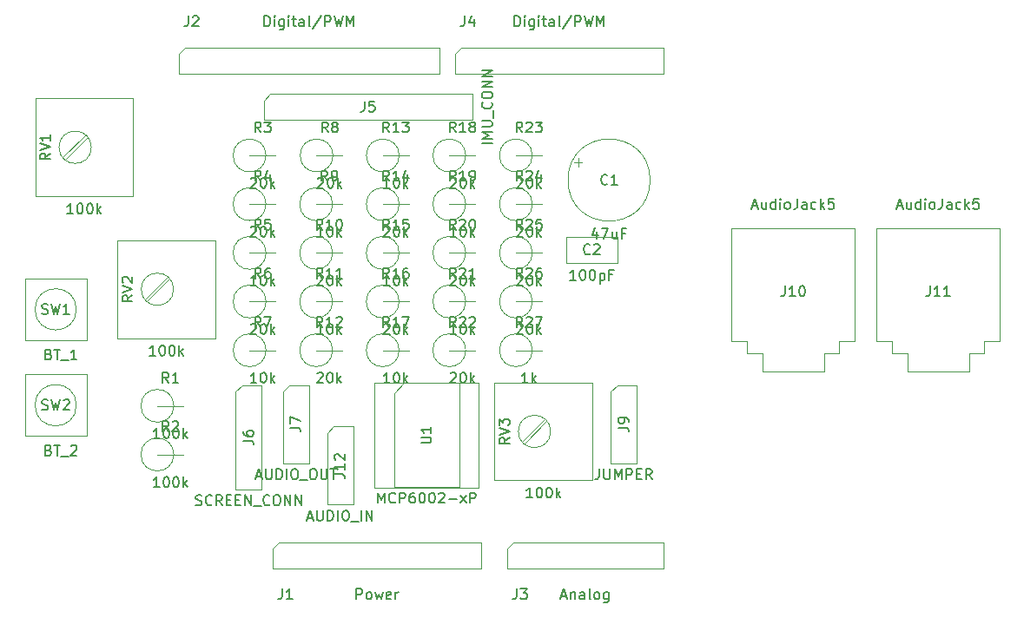
<source format=gbr>
%TF.GenerationSoftware,KiCad,Pcbnew,9.0.7*%
%TF.CreationDate,2026-02-04T13:13:08-07:00*%
%TF.ProjectId,Uno_Shield_DSP_Class_v1,556e6f5f-5368-4696-956c-645f4453505f,rev?*%
%TF.SameCoordinates,Original*%
%TF.FileFunction,AssemblyDrawing,Top*%
%FSLAX46Y46*%
G04 Gerber Fmt 4.6, Leading zero omitted, Abs format (unit mm)*
G04 Created by KiCad (PCBNEW 9.0.7) date 2026-02-04 13:13:08*
%MOMM*%
%LPD*%
G01*
G04 APERTURE LIST*
%ADD10C,0.150000*%
%ADD11C,0.100000*%
G04 APERTURE END LIST*
D10*
X134853809Y-101724819D02*
X134853809Y-100724819D01*
X134853809Y-100724819D02*
X135234761Y-100724819D01*
X135234761Y-100724819D02*
X135329999Y-100772438D01*
X135329999Y-100772438D02*
X135377618Y-100820057D01*
X135377618Y-100820057D02*
X135425237Y-100915295D01*
X135425237Y-100915295D02*
X135425237Y-101058152D01*
X135425237Y-101058152D02*
X135377618Y-101153390D01*
X135377618Y-101153390D02*
X135329999Y-101201009D01*
X135329999Y-101201009D02*
X135234761Y-101248628D01*
X135234761Y-101248628D02*
X134853809Y-101248628D01*
X135996666Y-101724819D02*
X135901428Y-101677200D01*
X135901428Y-101677200D02*
X135853809Y-101629580D01*
X135853809Y-101629580D02*
X135806190Y-101534342D01*
X135806190Y-101534342D02*
X135806190Y-101248628D01*
X135806190Y-101248628D02*
X135853809Y-101153390D01*
X135853809Y-101153390D02*
X135901428Y-101105771D01*
X135901428Y-101105771D02*
X135996666Y-101058152D01*
X135996666Y-101058152D02*
X136139523Y-101058152D01*
X136139523Y-101058152D02*
X136234761Y-101105771D01*
X136234761Y-101105771D02*
X136282380Y-101153390D01*
X136282380Y-101153390D02*
X136329999Y-101248628D01*
X136329999Y-101248628D02*
X136329999Y-101534342D01*
X136329999Y-101534342D02*
X136282380Y-101629580D01*
X136282380Y-101629580D02*
X136234761Y-101677200D01*
X136234761Y-101677200D02*
X136139523Y-101724819D01*
X136139523Y-101724819D02*
X135996666Y-101724819D01*
X136663333Y-101058152D02*
X136853809Y-101724819D01*
X136853809Y-101724819D02*
X137044285Y-101248628D01*
X137044285Y-101248628D02*
X137234761Y-101724819D01*
X137234761Y-101724819D02*
X137425237Y-101058152D01*
X138187142Y-101677200D02*
X138091904Y-101724819D01*
X138091904Y-101724819D02*
X137901428Y-101724819D01*
X137901428Y-101724819D02*
X137806190Y-101677200D01*
X137806190Y-101677200D02*
X137758571Y-101581961D01*
X137758571Y-101581961D02*
X137758571Y-101201009D01*
X137758571Y-101201009D02*
X137806190Y-101105771D01*
X137806190Y-101105771D02*
X137901428Y-101058152D01*
X137901428Y-101058152D02*
X138091904Y-101058152D01*
X138091904Y-101058152D02*
X138187142Y-101105771D01*
X138187142Y-101105771D02*
X138234761Y-101201009D01*
X138234761Y-101201009D02*
X138234761Y-101296247D01*
X138234761Y-101296247D02*
X137758571Y-101391485D01*
X138663333Y-101724819D02*
X138663333Y-101058152D01*
X138663333Y-101248628D02*
X138710952Y-101153390D01*
X138710952Y-101153390D02*
X138758571Y-101105771D01*
X138758571Y-101105771D02*
X138853809Y-101058152D01*
X138853809Y-101058152D02*
X138949047Y-101058152D01*
X127606666Y-100724819D02*
X127606666Y-101439104D01*
X127606666Y-101439104D02*
X127559047Y-101581961D01*
X127559047Y-101581961D02*
X127463809Y-101677200D01*
X127463809Y-101677200D02*
X127320952Y-101724819D01*
X127320952Y-101724819D02*
X127225714Y-101724819D01*
X128606666Y-101724819D02*
X128035238Y-101724819D01*
X128320952Y-101724819D02*
X128320952Y-100724819D01*
X128320952Y-100724819D02*
X128225714Y-100867676D01*
X128225714Y-100867676D02*
X128130476Y-100962914D01*
X128130476Y-100962914D02*
X128035238Y-101010533D01*
X154840476Y-101439104D02*
X155316666Y-101439104D01*
X154745238Y-101724819D02*
X155078571Y-100724819D01*
X155078571Y-100724819D02*
X155411904Y-101724819D01*
X155745238Y-101058152D02*
X155745238Y-101724819D01*
X155745238Y-101153390D02*
X155792857Y-101105771D01*
X155792857Y-101105771D02*
X155888095Y-101058152D01*
X155888095Y-101058152D02*
X156030952Y-101058152D01*
X156030952Y-101058152D02*
X156126190Y-101105771D01*
X156126190Y-101105771D02*
X156173809Y-101201009D01*
X156173809Y-101201009D02*
X156173809Y-101724819D01*
X157078571Y-101724819D02*
X157078571Y-101201009D01*
X157078571Y-101201009D02*
X157030952Y-101105771D01*
X157030952Y-101105771D02*
X156935714Y-101058152D01*
X156935714Y-101058152D02*
X156745238Y-101058152D01*
X156745238Y-101058152D02*
X156650000Y-101105771D01*
X157078571Y-101677200D02*
X156983333Y-101724819D01*
X156983333Y-101724819D02*
X156745238Y-101724819D01*
X156745238Y-101724819D02*
X156650000Y-101677200D01*
X156650000Y-101677200D02*
X156602381Y-101581961D01*
X156602381Y-101581961D02*
X156602381Y-101486723D01*
X156602381Y-101486723D02*
X156650000Y-101391485D01*
X156650000Y-101391485D02*
X156745238Y-101343866D01*
X156745238Y-101343866D02*
X156983333Y-101343866D01*
X156983333Y-101343866D02*
X157078571Y-101296247D01*
X157697619Y-101724819D02*
X157602381Y-101677200D01*
X157602381Y-101677200D02*
X157554762Y-101581961D01*
X157554762Y-101581961D02*
X157554762Y-100724819D01*
X158221429Y-101724819D02*
X158126191Y-101677200D01*
X158126191Y-101677200D02*
X158078572Y-101629580D01*
X158078572Y-101629580D02*
X158030953Y-101534342D01*
X158030953Y-101534342D02*
X158030953Y-101248628D01*
X158030953Y-101248628D02*
X158078572Y-101153390D01*
X158078572Y-101153390D02*
X158126191Y-101105771D01*
X158126191Y-101105771D02*
X158221429Y-101058152D01*
X158221429Y-101058152D02*
X158364286Y-101058152D01*
X158364286Y-101058152D02*
X158459524Y-101105771D01*
X158459524Y-101105771D02*
X158507143Y-101153390D01*
X158507143Y-101153390D02*
X158554762Y-101248628D01*
X158554762Y-101248628D02*
X158554762Y-101534342D01*
X158554762Y-101534342D02*
X158507143Y-101629580D01*
X158507143Y-101629580D02*
X158459524Y-101677200D01*
X158459524Y-101677200D02*
X158364286Y-101724819D01*
X158364286Y-101724819D02*
X158221429Y-101724819D01*
X159411905Y-101058152D02*
X159411905Y-101867676D01*
X159411905Y-101867676D02*
X159364286Y-101962914D01*
X159364286Y-101962914D02*
X159316667Y-102010533D01*
X159316667Y-102010533D02*
X159221429Y-102058152D01*
X159221429Y-102058152D02*
X159078572Y-102058152D01*
X159078572Y-102058152D02*
X158983334Y-102010533D01*
X159411905Y-101677200D02*
X159316667Y-101724819D01*
X159316667Y-101724819D02*
X159126191Y-101724819D01*
X159126191Y-101724819D02*
X159030953Y-101677200D01*
X159030953Y-101677200D02*
X158983334Y-101629580D01*
X158983334Y-101629580D02*
X158935715Y-101534342D01*
X158935715Y-101534342D02*
X158935715Y-101248628D01*
X158935715Y-101248628D02*
X158983334Y-101153390D01*
X158983334Y-101153390D02*
X159030953Y-101105771D01*
X159030953Y-101105771D02*
X159126191Y-101058152D01*
X159126191Y-101058152D02*
X159316667Y-101058152D01*
X159316667Y-101058152D02*
X159411905Y-101105771D01*
X150466666Y-100724819D02*
X150466666Y-101439104D01*
X150466666Y-101439104D02*
X150419047Y-101581961D01*
X150419047Y-101581961D02*
X150323809Y-101677200D01*
X150323809Y-101677200D02*
X150180952Y-101724819D01*
X150180952Y-101724819D02*
X150085714Y-101724819D01*
X150847619Y-100724819D02*
X151466666Y-100724819D01*
X151466666Y-100724819D02*
X151133333Y-101105771D01*
X151133333Y-101105771D02*
X151276190Y-101105771D01*
X151276190Y-101105771D02*
X151371428Y-101153390D01*
X151371428Y-101153390D02*
X151419047Y-101201009D01*
X151419047Y-101201009D02*
X151466666Y-101296247D01*
X151466666Y-101296247D02*
X151466666Y-101534342D01*
X151466666Y-101534342D02*
X151419047Y-101629580D01*
X151419047Y-101629580D02*
X151371428Y-101677200D01*
X151371428Y-101677200D02*
X151276190Y-101724819D01*
X151276190Y-101724819D02*
X150990476Y-101724819D01*
X150990476Y-101724819D02*
X150895238Y-101677200D01*
X150895238Y-101677200D02*
X150847619Y-101629580D01*
X125868857Y-45844819D02*
X125868857Y-44844819D01*
X125868857Y-44844819D02*
X126106952Y-44844819D01*
X126106952Y-44844819D02*
X126249809Y-44892438D01*
X126249809Y-44892438D02*
X126345047Y-44987676D01*
X126345047Y-44987676D02*
X126392666Y-45082914D01*
X126392666Y-45082914D02*
X126440285Y-45273390D01*
X126440285Y-45273390D02*
X126440285Y-45416247D01*
X126440285Y-45416247D02*
X126392666Y-45606723D01*
X126392666Y-45606723D02*
X126345047Y-45701961D01*
X126345047Y-45701961D02*
X126249809Y-45797200D01*
X126249809Y-45797200D02*
X126106952Y-45844819D01*
X126106952Y-45844819D02*
X125868857Y-45844819D01*
X126868857Y-45844819D02*
X126868857Y-45178152D01*
X126868857Y-44844819D02*
X126821238Y-44892438D01*
X126821238Y-44892438D02*
X126868857Y-44940057D01*
X126868857Y-44940057D02*
X126916476Y-44892438D01*
X126916476Y-44892438D02*
X126868857Y-44844819D01*
X126868857Y-44844819D02*
X126868857Y-44940057D01*
X127773618Y-45178152D02*
X127773618Y-45987676D01*
X127773618Y-45987676D02*
X127725999Y-46082914D01*
X127725999Y-46082914D02*
X127678380Y-46130533D01*
X127678380Y-46130533D02*
X127583142Y-46178152D01*
X127583142Y-46178152D02*
X127440285Y-46178152D01*
X127440285Y-46178152D02*
X127345047Y-46130533D01*
X127773618Y-45797200D02*
X127678380Y-45844819D01*
X127678380Y-45844819D02*
X127487904Y-45844819D01*
X127487904Y-45844819D02*
X127392666Y-45797200D01*
X127392666Y-45797200D02*
X127345047Y-45749580D01*
X127345047Y-45749580D02*
X127297428Y-45654342D01*
X127297428Y-45654342D02*
X127297428Y-45368628D01*
X127297428Y-45368628D02*
X127345047Y-45273390D01*
X127345047Y-45273390D02*
X127392666Y-45225771D01*
X127392666Y-45225771D02*
X127487904Y-45178152D01*
X127487904Y-45178152D02*
X127678380Y-45178152D01*
X127678380Y-45178152D02*
X127773618Y-45225771D01*
X128249809Y-45844819D02*
X128249809Y-45178152D01*
X128249809Y-44844819D02*
X128202190Y-44892438D01*
X128202190Y-44892438D02*
X128249809Y-44940057D01*
X128249809Y-44940057D02*
X128297428Y-44892438D01*
X128297428Y-44892438D02*
X128249809Y-44844819D01*
X128249809Y-44844819D02*
X128249809Y-44940057D01*
X128583142Y-45178152D02*
X128964094Y-45178152D01*
X128725999Y-44844819D02*
X128725999Y-45701961D01*
X128725999Y-45701961D02*
X128773618Y-45797200D01*
X128773618Y-45797200D02*
X128868856Y-45844819D01*
X128868856Y-45844819D02*
X128964094Y-45844819D01*
X129725999Y-45844819D02*
X129725999Y-45321009D01*
X129725999Y-45321009D02*
X129678380Y-45225771D01*
X129678380Y-45225771D02*
X129583142Y-45178152D01*
X129583142Y-45178152D02*
X129392666Y-45178152D01*
X129392666Y-45178152D02*
X129297428Y-45225771D01*
X129725999Y-45797200D02*
X129630761Y-45844819D01*
X129630761Y-45844819D02*
X129392666Y-45844819D01*
X129392666Y-45844819D02*
X129297428Y-45797200D01*
X129297428Y-45797200D02*
X129249809Y-45701961D01*
X129249809Y-45701961D02*
X129249809Y-45606723D01*
X129249809Y-45606723D02*
X129297428Y-45511485D01*
X129297428Y-45511485D02*
X129392666Y-45463866D01*
X129392666Y-45463866D02*
X129630761Y-45463866D01*
X129630761Y-45463866D02*
X129725999Y-45416247D01*
X130345047Y-45844819D02*
X130249809Y-45797200D01*
X130249809Y-45797200D02*
X130202190Y-45701961D01*
X130202190Y-45701961D02*
X130202190Y-44844819D01*
X131440285Y-44797200D02*
X130583143Y-46082914D01*
X131773619Y-45844819D02*
X131773619Y-44844819D01*
X131773619Y-44844819D02*
X132154571Y-44844819D01*
X132154571Y-44844819D02*
X132249809Y-44892438D01*
X132249809Y-44892438D02*
X132297428Y-44940057D01*
X132297428Y-44940057D02*
X132345047Y-45035295D01*
X132345047Y-45035295D02*
X132345047Y-45178152D01*
X132345047Y-45178152D02*
X132297428Y-45273390D01*
X132297428Y-45273390D02*
X132249809Y-45321009D01*
X132249809Y-45321009D02*
X132154571Y-45368628D01*
X132154571Y-45368628D02*
X131773619Y-45368628D01*
X132678381Y-44844819D02*
X132916476Y-45844819D01*
X132916476Y-45844819D02*
X133106952Y-45130533D01*
X133106952Y-45130533D02*
X133297428Y-45844819D01*
X133297428Y-45844819D02*
X133535524Y-44844819D01*
X133916476Y-45844819D02*
X133916476Y-44844819D01*
X133916476Y-44844819D02*
X134249809Y-45559104D01*
X134249809Y-45559104D02*
X134583142Y-44844819D01*
X134583142Y-44844819D02*
X134583142Y-45844819D01*
X118462666Y-44844819D02*
X118462666Y-45559104D01*
X118462666Y-45559104D02*
X118415047Y-45701961D01*
X118415047Y-45701961D02*
X118319809Y-45797200D01*
X118319809Y-45797200D02*
X118176952Y-45844819D01*
X118176952Y-45844819D02*
X118081714Y-45844819D01*
X118891238Y-44940057D02*
X118938857Y-44892438D01*
X118938857Y-44892438D02*
X119034095Y-44844819D01*
X119034095Y-44844819D02*
X119272190Y-44844819D01*
X119272190Y-44844819D02*
X119367428Y-44892438D01*
X119367428Y-44892438D02*
X119415047Y-44940057D01*
X119415047Y-44940057D02*
X119462666Y-45035295D01*
X119462666Y-45035295D02*
X119462666Y-45130533D01*
X119462666Y-45130533D02*
X119415047Y-45273390D01*
X119415047Y-45273390D02*
X118843619Y-45844819D01*
X118843619Y-45844819D02*
X119462666Y-45844819D01*
X150252857Y-45844819D02*
X150252857Y-44844819D01*
X150252857Y-44844819D02*
X150490952Y-44844819D01*
X150490952Y-44844819D02*
X150633809Y-44892438D01*
X150633809Y-44892438D02*
X150729047Y-44987676D01*
X150729047Y-44987676D02*
X150776666Y-45082914D01*
X150776666Y-45082914D02*
X150824285Y-45273390D01*
X150824285Y-45273390D02*
X150824285Y-45416247D01*
X150824285Y-45416247D02*
X150776666Y-45606723D01*
X150776666Y-45606723D02*
X150729047Y-45701961D01*
X150729047Y-45701961D02*
X150633809Y-45797200D01*
X150633809Y-45797200D02*
X150490952Y-45844819D01*
X150490952Y-45844819D02*
X150252857Y-45844819D01*
X151252857Y-45844819D02*
X151252857Y-45178152D01*
X151252857Y-44844819D02*
X151205238Y-44892438D01*
X151205238Y-44892438D02*
X151252857Y-44940057D01*
X151252857Y-44940057D02*
X151300476Y-44892438D01*
X151300476Y-44892438D02*
X151252857Y-44844819D01*
X151252857Y-44844819D02*
X151252857Y-44940057D01*
X152157618Y-45178152D02*
X152157618Y-45987676D01*
X152157618Y-45987676D02*
X152109999Y-46082914D01*
X152109999Y-46082914D02*
X152062380Y-46130533D01*
X152062380Y-46130533D02*
X151967142Y-46178152D01*
X151967142Y-46178152D02*
X151824285Y-46178152D01*
X151824285Y-46178152D02*
X151729047Y-46130533D01*
X152157618Y-45797200D02*
X152062380Y-45844819D01*
X152062380Y-45844819D02*
X151871904Y-45844819D01*
X151871904Y-45844819D02*
X151776666Y-45797200D01*
X151776666Y-45797200D02*
X151729047Y-45749580D01*
X151729047Y-45749580D02*
X151681428Y-45654342D01*
X151681428Y-45654342D02*
X151681428Y-45368628D01*
X151681428Y-45368628D02*
X151729047Y-45273390D01*
X151729047Y-45273390D02*
X151776666Y-45225771D01*
X151776666Y-45225771D02*
X151871904Y-45178152D01*
X151871904Y-45178152D02*
X152062380Y-45178152D01*
X152062380Y-45178152D02*
X152157618Y-45225771D01*
X152633809Y-45844819D02*
X152633809Y-45178152D01*
X152633809Y-44844819D02*
X152586190Y-44892438D01*
X152586190Y-44892438D02*
X152633809Y-44940057D01*
X152633809Y-44940057D02*
X152681428Y-44892438D01*
X152681428Y-44892438D02*
X152633809Y-44844819D01*
X152633809Y-44844819D02*
X152633809Y-44940057D01*
X152967142Y-45178152D02*
X153348094Y-45178152D01*
X153109999Y-44844819D02*
X153109999Y-45701961D01*
X153109999Y-45701961D02*
X153157618Y-45797200D01*
X153157618Y-45797200D02*
X153252856Y-45844819D01*
X153252856Y-45844819D02*
X153348094Y-45844819D01*
X154109999Y-45844819D02*
X154109999Y-45321009D01*
X154109999Y-45321009D02*
X154062380Y-45225771D01*
X154062380Y-45225771D02*
X153967142Y-45178152D01*
X153967142Y-45178152D02*
X153776666Y-45178152D01*
X153776666Y-45178152D02*
X153681428Y-45225771D01*
X154109999Y-45797200D02*
X154014761Y-45844819D01*
X154014761Y-45844819D02*
X153776666Y-45844819D01*
X153776666Y-45844819D02*
X153681428Y-45797200D01*
X153681428Y-45797200D02*
X153633809Y-45701961D01*
X153633809Y-45701961D02*
X153633809Y-45606723D01*
X153633809Y-45606723D02*
X153681428Y-45511485D01*
X153681428Y-45511485D02*
X153776666Y-45463866D01*
X153776666Y-45463866D02*
X154014761Y-45463866D01*
X154014761Y-45463866D02*
X154109999Y-45416247D01*
X154729047Y-45844819D02*
X154633809Y-45797200D01*
X154633809Y-45797200D02*
X154586190Y-45701961D01*
X154586190Y-45701961D02*
X154586190Y-44844819D01*
X155824285Y-44797200D02*
X154967143Y-46082914D01*
X156157619Y-45844819D02*
X156157619Y-44844819D01*
X156157619Y-44844819D02*
X156538571Y-44844819D01*
X156538571Y-44844819D02*
X156633809Y-44892438D01*
X156633809Y-44892438D02*
X156681428Y-44940057D01*
X156681428Y-44940057D02*
X156729047Y-45035295D01*
X156729047Y-45035295D02*
X156729047Y-45178152D01*
X156729047Y-45178152D02*
X156681428Y-45273390D01*
X156681428Y-45273390D02*
X156633809Y-45321009D01*
X156633809Y-45321009D02*
X156538571Y-45368628D01*
X156538571Y-45368628D02*
X156157619Y-45368628D01*
X157062381Y-44844819D02*
X157300476Y-45844819D01*
X157300476Y-45844819D02*
X157490952Y-45130533D01*
X157490952Y-45130533D02*
X157681428Y-45844819D01*
X157681428Y-45844819D02*
X157919524Y-44844819D01*
X158300476Y-45844819D02*
X158300476Y-44844819D01*
X158300476Y-44844819D02*
X158633809Y-45559104D01*
X158633809Y-45559104D02*
X158967142Y-44844819D01*
X158967142Y-44844819D02*
X158967142Y-45844819D01*
X145386666Y-44844819D02*
X145386666Y-45559104D01*
X145386666Y-45559104D02*
X145339047Y-45701961D01*
X145339047Y-45701961D02*
X145243809Y-45797200D01*
X145243809Y-45797200D02*
X145100952Y-45844819D01*
X145100952Y-45844819D02*
X145005714Y-45844819D01*
X146291428Y-45178152D02*
X146291428Y-45844819D01*
X146053333Y-44797200D02*
X145815238Y-45511485D01*
X145815238Y-45511485D02*
X146434285Y-45511485D01*
X131594761Y-66374819D02*
X131023333Y-66374819D01*
X131309047Y-66374819D02*
X131309047Y-65374819D01*
X131309047Y-65374819D02*
X131213809Y-65517676D01*
X131213809Y-65517676D02*
X131118571Y-65612914D01*
X131118571Y-65612914D02*
X131023333Y-65660533D01*
X132213809Y-65374819D02*
X132309047Y-65374819D01*
X132309047Y-65374819D02*
X132404285Y-65422438D01*
X132404285Y-65422438D02*
X132451904Y-65470057D01*
X132451904Y-65470057D02*
X132499523Y-65565295D01*
X132499523Y-65565295D02*
X132547142Y-65755771D01*
X132547142Y-65755771D02*
X132547142Y-65993866D01*
X132547142Y-65993866D02*
X132499523Y-66184342D01*
X132499523Y-66184342D02*
X132451904Y-66279580D01*
X132451904Y-66279580D02*
X132404285Y-66327200D01*
X132404285Y-66327200D02*
X132309047Y-66374819D01*
X132309047Y-66374819D02*
X132213809Y-66374819D01*
X132213809Y-66374819D02*
X132118571Y-66327200D01*
X132118571Y-66327200D02*
X132070952Y-66279580D01*
X132070952Y-66279580D02*
X132023333Y-66184342D01*
X132023333Y-66184342D02*
X131975714Y-65993866D01*
X131975714Y-65993866D02*
X131975714Y-65755771D01*
X131975714Y-65755771D02*
X132023333Y-65565295D01*
X132023333Y-65565295D02*
X132070952Y-65470057D01*
X132070952Y-65470057D02*
X132118571Y-65422438D01*
X132118571Y-65422438D02*
X132213809Y-65374819D01*
X132975714Y-66374819D02*
X132975714Y-65374819D01*
X133070952Y-65993866D02*
X133356666Y-66374819D01*
X133356666Y-65708152D02*
X132975714Y-66089104D01*
X132023333Y-60934819D02*
X131690000Y-60458628D01*
X131451905Y-60934819D02*
X131451905Y-59934819D01*
X131451905Y-59934819D02*
X131832857Y-59934819D01*
X131832857Y-59934819D02*
X131928095Y-59982438D01*
X131928095Y-59982438D02*
X131975714Y-60030057D01*
X131975714Y-60030057D02*
X132023333Y-60125295D01*
X132023333Y-60125295D02*
X132023333Y-60268152D01*
X132023333Y-60268152D02*
X131975714Y-60363390D01*
X131975714Y-60363390D02*
X131928095Y-60411009D01*
X131928095Y-60411009D02*
X131832857Y-60458628D01*
X131832857Y-60458628D02*
X131451905Y-60458628D01*
X132499524Y-60934819D02*
X132690000Y-60934819D01*
X132690000Y-60934819D02*
X132785238Y-60887200D01*
X132785238Y-60887200D02*
X132832857Y-60839580D01*
X132832857Y-60839580D02*
X132928095Y-60696723D01*
X132928095Y-60696723D02*
X132975714Y-60506247D01*
X132975714Y-60506247D02*
X132975714Y-60125295D01*
X132975714Y-60125295D02*
X132928095Y-60030057D01*
X132928095Y-60030057D02*
X132880476Y-59982438D01*
X132880476Y-59982438D02*
X132785238Y-59934819D01*
X132785238Y-59934819D02*
X132594762Y-59934819D01*
X132594762Y-59934819D02*
X132499524Y-59982438D01*
X132499524Y-59982438D02*
X132451905Y-60030057D01*
X132451905Y-60030057D02*
X132404286Y-60125295D01*
X132404286Y-60125295D02*
X132404286Y-60363390D01*
X132404286Y-60363390D02*
X132451905Y-60458628D01*
X132451905Y-60458628D02*
X132499524Y-60506247D01*
X132499524Y-60506247D02*
X132594762Y-60553866D01*
X132594762Y-60553866D02*
X132785238Y-60553866D01*
X132785238Y-60553866D02*
X132880476Y-60506247D01*
X132880476Y-60506247D02*
X132928095Y-60458628D01*
X132928095Y-60458628D02*
X132975714Y-60363390D01*
X138084761Y-61624819D02*
X137513333Y-61624819D01*
X137799047Y-61624819D02*
X137799047Y-60624819D01*
X137799047Y-60624819D02*
X137703809Y-60767676D01*
X137703809Y-60767676D02*
X137608571Y-60862914D01*
X137608571Y-60862914D02*
X137513333Y-60910533D01*
X138703809Y-60624819D02*
X138799047Y-60624819D01*
X138799047Y-60624819D02*
X138894285Y-60672438D01*
X138894285Y-60672438D02*
X138941904Y-60720057D01*
X138941904Y-60720057D02*
X138989523Y-60815295D01*
X138989523Y-60815295D02*
X139037142Y-61005771D01*
X139037142Y-61005771D02*
X139037142Y-61243866D01*
X139037142Y-61243866D02*
X138989523Y-61434342D01*
X138989523Y-61434342D02*
X138941904Y-61529580D01*
X138941904Y-61529580D02*
X138894285Y-61577200D01*
X138894285Y-61577200D02*
X138799047Y-61624819D01*
X138799047Y-61624819D02*
X138703809Y-61624819D01*
X138703809Y-61624819D02*
X138608571Y-61577200D01*
X138608571Y-61577200D02*
X138560952Y-61529580D01*
X138560952Y-61529580D02*
X138513333Y-61434342D01*
X138513333Y-61434342D02*
X138465714Y-61243866D01*
X138465714Y-61243866D02*
X138465714Y-61005771D01*
X138465714Y-61005771D02*
X138513333Y-60815295D01*
X138513333Y-60815295D02*
X138560952Y-60720057D01*
X138560952Y-60720057D02*
X138608571Y-60672438D01*
X138608571Y-60672438D02*
X138703809Y-60624819D01*
X139465714Y-61624819D02*
X139465714Y-60624819D01*
X139560952Y-61243866D02*
X139846666Y-61624819D01*
X139846666Y-60958152D02*
X139465714Y-61339104D01*
X138037142Y-56184819D02*
X137703809Y-55708628D01*
X137465714Y-56184819D02*
X137465714Y-55184819D01*
X137465714Y-55184819D02*
X137846666Y-55184819D01*
X137846666Y-55184819D02*
X137941904Y-55232438D01*
X137941904Y-55232438D02*
X137989523Y-55280057D01*
X137989523Y-55280057D02*
X138037142Y-55375295D01*
X138037142Y-55375295D02*
X138037142Y-55518152D01*
X138037142Y-55518152D02*
X137989523Y-55613390D01*
X137989523Y-55613390D02*
X137941904Y-55661009D01*
X137941904Y-55661009D02*
X137846666Y-55708628D01*
X137846666Y-55708628D02*
X137465714Y-55708628D01*
X138989523Y-56184819D02*
X138418095Y-56184819D01*
X138703809Y-56184819D02*
X138703809Y-55184819D01*
X138703809Y-55184819D02*
X138608571Y-55327676D01*
X138608571Y-55327676D02*
X138513333Y-55422914D01*
X138513333Y-55422914D02*
X138418095Y-55470533D01*
X139322857Y-55184819D02*
X139941904Y-55184819D01*
X139941904Y-55184819D02*
X139608571Y-55565771D01*
X139608571Y-55565771D02*
X139751428Y-55565771D01*
X139751428Y-55565771D02*
X139846666Y-55613390D01*
X139846666Y-55613390D02*
X139894285Y-55661009D01*
X139894285Y-55661009D02*
X139941904Y-55756247D01*
X139941904Y-55756247D02*
X139941904Y-55994342D01*
X139941904Y-55994342D02*
X139894285Y-56089580D01*
X139894285Y-56089580D02*
X139846666Y-56137200D01*
X139846666Y-56137200D02*
X139751428Y-56184819D01*
X139751428Y-56184819D02*
X139465714Y-56184819D01*
X139465714Y-56184819D02*
X139370476Y-56137200D01*
X139370476Y-56137200D02*
X139322857Y-56089580D01*
X137513333Y-65470057D02*
X137560952Y-65422438D01*
X137560952Y-65422438D02*
X137656190Y-65374819D01*
X137656190Y-65374819D02*
X137894285Y-65374819D01*
X137894285Y-65374819D02*
X137989523Y-65422438D01*
X137989523Y-65422438D02*
X138037142Y-65470057D01*
X138037142Y-65470057D02*
X138084761Y-65565295D01*
X138084761Y-65565295D02*
X138084761Y-65660533D01*
X138084761Y-65660533D02*
X138037142Y-65803390D01*
X138037142Y-65803390D02*
X137465714Y-66374819D01*
X137465714Y-66374819D02*
X138084761Y-66374819D01*
X138703809Y-65374819D02*
X138799047Y-65374819D01*
X138799047Y-65374819D02*
X138894285Y-65422438D01*
X138894285Y-65422438D02*
X138941904Y-65470057D01*
X138941904Y-65470057D02*
X138989523Y-65565295D01*
X138989523Y-65565295D02*
X139037142Y-65755771D01*
X139037142Y-65755771D02*
X139037142Y-65993866D01*
X139037142Y-65993866D02*
X138989523Y-66184342D01*
X138989523Y-66184342D02*
X138941904Y-66279580D01*
X138941904Y-66279580D02*
X138894285Y-66327200D01*
X138894285Y-66327200D02*
X138799047Y-66374819D01*
X138799047Y-66374819D02*
X138703809Y-66374819D01*
X138703809Y-66374819D02*
X138608571Y-66327200D01*
X138608571Y-66327200D02*
X138560952Y-66279580D01*
X138560952Y-66279580D02*
X138513333Y-66184342D01*
X138513333Y-66184342D02*
X138465714Y-65993866D01*
X138465714Y-65993866D02*
X138465714Y-65755771D01*
X138465714Y-65755771D02*
X138513333Y-65565295D01*
X138513333Y-65565295D02*
X138560952Y-65470057D01*
X138560952Y-65470057D02*
X138608571Y-65422438D01*
X138608571Y-65422438D02*
X138703809Y-65374819D01*
X139465714Y-66374819D02*
X139465714Y-65374819D01*
X139560952Y-65993866D02*
X139846666Y-66374819D01*
X139846666Y-65708152D02*
X139465714Y-66089104D01*
X138037142Y-60934819D02*
X137703809Y-60458628D01*
X137465714Y-60934819D02*
X137465714Y-59934819D01*
X137465714Y-59934819D02*
X137846666Y-59934819D01*
X137846666Y-59934819D02*
X137941904Y-59982438D01*
X137941904Y-59982438D02*
X137989523Y-60030057D01*
X137989523Y-60030057D02*
X138037142Y-60125295D01*
X138037142Y-60125295D02*
X138037142Y-60268152D01*
X138037142Y-60268152D02*
X137989523Y-60363390D01*
X137989523Y-60363390D02*
X137941904Y-60411009D01*
X137941904Y-60411009D02*
X137846666Y-60458628D01*
X137846666Y-60458628D02*
X137465714Y-60458628D01*
X138989523Y-60934819D02*
X138418095Y-60934819D01*
X138703809Y-60934819D02*
X138703809Y-59934819D01*
X138703809Y-59934819D02*
X138608571Y-60077676D01*
X138608571Y-60077676D02*
X138513333Y-60172914D01*
X138513333Y-60172914D02*
X138418095Y-60220533D01*
X139846666Y-60268152D02*
X139846666Y-60934819D01*
X139608571Y-59887200D02*
X139370476Y-60601485D01*
X139370476Y-60601485D02*
X139989523Y-60601485D01*
X144003333Y-60720057D02*
X144050952Y-60672438D01*
X144050952Y-60672438D02*
X144146190Y-60624819D01*
X144146190Y-60624819D02*
X144384285Y-60624819D01*
X144384285Y-60624819D02*
X144479523Y-60672438D01*
X144479523Y-60672438D02*
X144527142Y-60720057D01*
X144527142Y-60720057D02*
X144574761Y-60815295D01*
X144574761Y-60815295D02*
X144574761Y-60910533D01*
X144574761Y-60910533D02*
X144527142Y-61053390D01*
X144527142Y-61053390D02*
X143955714Y-61624819D01*
X143955714Y-61624819D02*
X144574761Y-61624819D01*
X145193809Y-60624819D02*
X145289047Y-60624819D01*
X145289047Y-60624819D02*
X145384285Y-60672438D01*
X145384285Y-60672438D02*
X145431904Y-60720057D01*
X145431904Y-60720057D02*
X145479523Y-60815295D01*
X145479523Y-60815295D02*
X145527142Y-61005771D01*
X145527142Y-61005771D02*
X145527142Y-61243866D01*
X145527142Y-61243866D02*
X145479523Y-61434342D01*
X145479523Y-61434342D02*
X145431904Y-61529580D01*
X145431904Y-61529580D02*
X145384285Y-61577200D01*
X145384285Y-61577200D02*
X145289047Y-61624819D01*
X145289047Y-61624819D02*
X145193809Y-61624819D01*
X145193809Y-61624819D02*
X145098571Y-61577200D01*
X145098571Y-61577200D02*
X145050952Y-61529580D01*
X145050952Y-61529580D02*
X145003333Y-61434342D01*
X145003333Y-61434342D02*
X144955714Y-61243866D01*
X144955714Y-61243866D02*
X144955714Y-61005771D01*
X144955714Y-61005771D02*
X145003333Y-60815295D01*
X145003333Y-60815295D02*
X145050952Y-60720057D01*
X145050952Y-60720057D02*
X145098571Y-60672438D01*
X145098571Y-60672438D02*
X145193809Y-60624819D01*
X145955714Y-61624819D02*
X145955714Y-60624819D01*
X146050952Y-61243866D02*
X146336666Y-61624819D01*
X146336666Y-60958152D02*
X145955714Y-61339104D01*
X144527142Y-56184819D02*
X144193809Y-55708628D01*
X143955714Y-56184819D02*
X143955714Y-55184819D01*
X143955714Y-55184819D02*
X144336666Y-55184819D01*
X144336666Y-55184819D02*
X144431904Y-55232438D01*
X144431904Y-55232438D02*
X144479523Y-55280057D01*
X144479523Y-55280057D02*
X144527142Y-55375295D01*
X144527142Y-55375295D02*
X144527142Y-55518152D01*
X144527142Y-55518152D02*
X144479523Y-55613390D01*
X144479523Y-55613390D02*
X144431904Y-55661009D01*
X144431904Y-55661009D02*
X144336666Y-55708628D01*
X144336666Y-55708628D02*
X143955714Y-55708628D01*
X145479523Y-56184819D02*
X144908095Y-56184819D01*
X145193809Y-56184819D02*
X145193809Y-55184819D01*
X145193809Y-55184819D02*
X145098571Y-55327676D01*
X145098571Y-55327676D02*
X145003333Y-55422914D01*
X145003333Y-55422914D02*
X144908095Y-55470533D01*
X146050952Y-55613390D02*
X145955714Y-55565771D01*
X145955714Y-55565771D02*
X145908095Y-55518152D01*
X145908095Y-55518152D02*
X145860476Y-55422914D01*
X145860476Y-55422914D02*
X145860476Y-55375295D01*
X145860476Y-55375295D02*
X145908095Y-55280057D01*
X145908095Y-55280057D02*
X145955714Y-55232438D01*
X145955714Y-55232438D02*
X146050952Y-55184819D01*
X146050952Y-55184819D02*
X146241428Y-55184819D01*
X146241428Y-55184819D02*
X146336666Y-55232438D01*
X146336666Y-55232438D02*
X146384285Y-55280057D01*
X146384285Y-55280057D02*
X146431904Y-55375295D01*
X146431904Y-55375295D02*
X146431904Y-55422914D01*
X146431904Y-55422914D02*
X146384285Y-55518152D01*
X146384285Y-55518152D02*
X146336666Y-55565771D01*
X146336666Y-55565771D02*
X146241428Y-55613390D01*
X146241428Y-55613390D02*
X146050952Y-55613390D01*
X146050952Y-55613390D02*
X145955714Y-55661009D01*
X145955714Y-55661009D02*
X145908095Y-55708628D01*
X145908095Y-55708628D02*
X145860476Y-55803866D01*
X145860476Y-55803866D02*
X145860476Y-55994342D01*
X145860476Y-55994342D02*
X145908095Y-56089580D01*
X145908095Y-56089580D02*
X145955714Y-56137200D01*
X145955714Y-56137200D02*
X146050952Y-56184819D01*
X146050952Y-56184819D02*
X146241428Y-56184819D01*
X146241428Y-56184819D02*
X146336666Y-56137200D01*
X146336666Y-56137200D02*
X146384285Y-56089580D01*
X146384285Y-56089580D02*
X146431904Y-55994342D01*
X146431904Y-55994342D02*
X146431904Y-55803866D01*
X146431904Y-55803866D02*
X146384285Y-55708628D01*
X146384285Y-55708628D02*
X146336666Y-55661009D01*
X146336666Y-55661009D02*
X146241428Y-55613390D01*
X124533333Y-65470057D02*
X124580952Y-65422438D01*
X124580952Y-65422438D02*
X124676190Y-65374819D01*
X124676190Y-65374819D02*
X124914285Y-65374819D01*
X124914285Y-65374819D02*
X125009523Y-65422438D01*
X125009523Y-65422438D02*
X125057142Y-65470057D01*
X125057142Y-65470057D02*
X125104761Y-65565295D01*
X125104761Y-65565295D02*
X125104761Y-65660533D01*
X125104761Y-65660533D02*
X125057142Y-65803390D01*
X125057142Y-65803390D02*
X124485714Y-66374819D01*
X124485714Y-66374819D02*
X125104761Y-66374819D01*
X125723809Y-65374819D02*
X125819047Y-65374819D01*
X125819047Y-65374819D02*
X125914285Y-65422438D01*
X125914285Y-65422438D02*
X125961904Y-65470057D01*
X125961904Y-65470057D02*
X126009523Y-65565295D01*
X126009523Y-65565295D02*
X126057142Y-65755771D01*
X126057142Y-65755771D02*
X126057142Y-65993866D01*
X126057142Y-65993866D02*
X126009523Y-66184342D01*
X126009523Y-66184342D02*
X125961904Y-66279580D01*
X125961904Y-66279580D02*
X125914285Y-66327200D01*
X125914285Y-66327200D02*
X125819047Y-66374819D01*
X125819047Y-66374819D02*
X125723809Y-66374819D01*
X125723809Y-66374819D02*
X125628571Y-66327200D01*
X125628571Y-66327200D02*
X125580952Y-66279580D01*
X125580952Y-66279580D02*
X125533333Y-66184342D01*
X125533333Y-66184342D02*
X125485714Y-65993866D01*
X125485714Y-65993866D02*
X125485714Y-65755771D01*
X125485714Y-65755771D02*
X125533333Y-65565295D01*
X125533333Y-65565295D02*
X125580952Y-65470057D01*
X125580952Y-65470057D02*
X125628571Y-65422438D01*
X125628571Y-65422438D02*
X125723809Y-65374819D01*
X126485714Y-66374819D02*
X126485714Y-65374819D01*
X126580952Y-65993866D02*
X126866666Y-66374819D01*
X126866666Y-65708152D02*
X126485714Y-66089104D01*
X125533333Y-60934819D02*
X125200000Y-60458628D01*
X124961905Y-60934819D02*
X124961905Y-59934819D01*
X124961905Y-59934819D02*
X125342857Y-59934819D01*
X125342857Y-59934819D02*
X125438095Y-59982438D01*
X125438095Y-59982438D02*
X125485714Y-60030057D01*
X125485714Y-60030057D02*
X125533333Y-60125295D01*
X125533333Y-60125295D02*
X125533333Y-60268152D01*
X125533333Y-60268152D02*
X125485714Y-60363390D01*
X125485714Y-60363390D02*
X125438095Y-60411009D01*
X125438095Y-60411009D02*
X125342857Y-60458628D01*
X125342857Y-60458628D02*
X124961905Y-60458628D01*
X126390476Y-60268152D02*
X126390476Y-60934819D01*
X126152381Y-59887200D02*
X125914286Y-60601485D01*
X125914286Y-60601485D02*
X126533333Y-60601485D01*
X138084761Y-71124819D02*
X137513333Y-71124819D01*
X137799047Y-71124819D02*
X137799047Y-70124819D01*
X137799047Y-70124819D02*
X137703809Y-70267676D01*
X137703809Y-70267676D02*
X137608571Y-70362914D01*
X137608571Y-70362914D02*
X137513333Y-70410533D01*
X138703809Y-70124819D02*
X138799047Y-70124819D01*
X138799047Y-70124819D02*
X138894285Y-70172438D01*
X138894285Y-70172438D02*
X138941904Y-70220057D01*
X138941904Y-70220057D02*
X138989523Y-70315295D01*
X138989523Y-70315295D02*
X139037142Y-70505771D01*
X139037142Y-70505771D02*
X139037142Y-70743866D01*
X139037142Y-70743866D02*
X138989523Y-70934342D01*
X138989523Y-70934342D02*
X138941904Y-71029580D01*
X138941904Y-71029580D02*
X138894285Y-71077200D01*
X138894285Y-71077200D02*
X138799047Y-71124819D01*
X138799047Y-71124819D02*
X138703809Y-71124819D01*
X138703809Y-71124819D02*
X138608571Y-71077200D01*
X138608571Y-71077200D02*
X138560952Y-71029580D01*
X138560952Y-71029580D02*
X138513333Y-70934342D01*
X138513333Y-70934342D02*
X138465714Y-70743866D01*
X138465714Y-70743866D02*
X138465714Y-70505771D01*
X138465714Y-70505771D02*
X138513333Y-70315295D01*
X138513333Y-70315295D02*
X138560952Y-70220057D01*
X138560952Y-70220057D02*
X138608571Y-70172438D01*
X138608571Y-70172438D02*
X138703809Y-70124819D01*
X139465714Y-71124819D02*
X139465714Y-70124819D01*
X139560952Y-70743866D02*
X139846666Y-71124819D01*
X139846666Y-70458152D02*
X139465714Y-70839104D01*
X138037142Y-65684819D02*
X137703809Y-65208628D01*
X137465714Y-65684819D02*
X137465714Y-64684819D01*
X137465714Y-64684819D02*
X137846666Y-64684819D01*
X137846666Y-64684819D02*
X137941904Y-64732438D01*
X137941904Y-64732438D02*
X137989523Y-64780057D01*
X137989523Y-64780057D02*
X138037142Y-64875295D01*
X138037142Y-64875295D02*
X138037142Y-65018152D01*
X138037142Y-65018152D02*
X137989523Y-65113390D01*
X137989523Y-65113390D02*
X137941904Y-65161009D01*
X137941904Y-65161009D02*
X137846666Y-65208628D01*
X137846666Y-65208628D02*
X137465714Y-65208628D01*
X138989523Y-65684819D02*
X138418095Y-65684819D01*
X138703809Y-65684819D02*
X138703809Y-64684819D01*
X138703809Y-64684819D02*
X138608571Y-64827676D01*
X138608571Y-64827676D02*
X138513333Y-64922914D01*
X138513333Y-64922914D02*
X138418095Y-64970533D01*
X139894285Y-64684819D02*
X139418095Y-64684819D01*
X139418095Y-64684819D02*
X139370476Y-65161009D01*
X139370476Y-65161009D02*
X139418095Y-65113390D01*
X139418095Y-65113390D02*
X139513333Y-65065771D01*
X139513333Y-65065771D02*
X139751428Y-65065771D01*
X139751428Y-65065771D02*
X139846666Y-65113390D01*
X139846666Y-65113390D02*
X139894285Y-65161009D01*
X139894285Y-65161009D02*
X139941904Y-65256247D01*
X139941904Y-65256247D02*
X139941904Y-65494342D01*
X139941904Y-65494342D02*
X139894285Y-65589580D01*
X139894285Y-65589580D02*
X139846666Y-65637200D01*
X139846666Y-65637200D02*
X139751428Y-65684819D01*
X139751428Y-65684819D02*
X139513333Y-65684819D01*
X139513333Y-65684819D02*
X139418095Y-65637200D01*
X139418095Y-65637200D02*
X139370476Y-65589580D01*
X144574761Y-66374819D02*
X144003333Y-66374819D01*
X144289047Y-66374819D02*
X144289047Y-65374819D01*
X144289047Y-65374819D02*
X144193809Y-65517676D01*
X144193809Y-65517676D02*
X144098571Y-65612914D01*
X144098571Y-65612914D02*
X144003333Y-65660533D01*
X145193809Y-65374819D02*
X145289047Y-65374819D01*
X145289047Y-65374819D02*
X145384285Y-65422438D01*
X145384285Y-65422438D02*
X145431904Y-65470057D01*
X145431904Y-65470057D02*
X145479523Y-65565295D01*
X145479523Y-65565295D02*
X145527142Y-65755771D01*
X145527142Y-65755771D02*
X145527142Y-65993866D01*
X145527142Y-65993866D02*
X145479523Y-66184342D01*
X145479523Y-66184342D02*
X145431904Y-66279580D01*
X145431904Y-66279580D02*
X145384285Y-66327200D01*
X145384285Y-66327200D02*
X145289047Y-66374819D01*
X145289047Y-66374819D02*
X145193809Y-66374819D01*
X145193809Y-66374819D02*
X145098571Y-66327200D01*
X145098571Y-66327200D02*
X145050952Y-66279580D01*
X145050952Y-66279580D02*
X145003333Y-66184342D01*
X145003333Y-66184342D02*
X144955714Y-65993866D01*
X144955714Y-65993866D02*
X144955714Y-65755771D01*
X144955714Y-65755771D02*
X145003333Y-65565295D01*
X145003333Y-65565295D02*
X145050952Y-65470057D01*
X145050952Y-65470057D02*
X145098571Y-65422438D01*
X145098571Y-65422438D02*
X145193809Y-65374819D01*
X145955714Y-66374819D02*
X145955714Y-65374819D01*
X146050952Y-65993866D02*
X146336666Y-66374819D01*
X146336666Y-65708152D02*
X145955714Y-66089104D01*
X144527142Y-60934819D02*
X144193809Y-60458628D01*
X143955714Y-60934819D02*
X143955714Y-59934819D01*
X143955714Y-59934819D02*
X144336666Y-59934819D01*
X144336666Y-59934819D02*
X144431904Y-59982438D01*
X144431904Y-59982438D02*
X144479523Y-60030057D01*
X144479523Y-60030057D02*
X144527142Y-60125295D01*
X144527142Y-60125295D02*
X144527142Y-60268152D01*
X144527142Y-60268152D02*
X144479523Y-60363390D01*
X144479523Y-60363390D02*
X144431904Y-60411009D01*
X144431904Y-60411009D02*
X144336666Y-60458628D01*
X144336666Y-60458628D02*
X143955714Y-60458628D01*
X145479523Y-60934819D02*
X144908095Y-60934819D01*
X145193809Y-60934819D02*
X145193809Y-59934819D01*
X145193809Y-59934819D02*
X145098571Y-60077676D01*
X145098571Y-60077676D02*
X145003333Y-60172914D01*
X145003333Y-60172914D02*
X144908095Y-60220533D01*
X145955714Y-60934819D02*
X146146190Y-60934819D01*
X146146190Y-60934819D02*
X146241428Y-60887200D01*
X146241428Y-60887200D02*
X146289047Y-60839580D01*
X146289047Y-60839580D02*
X146384285Y-60696723D01*
X146384285Y-60696723D02*
X146431904Y-60506247D01*
X146431904Y-60506247D02*
X146431904Y-60125295D01*
X146431904Y-60125295D02*
X146384285Y-60030057D01*
X146384285Y-60030057D02*
X146336666Y-59982438D01*
X146336666Y-59982438D02*
X146241428Y-59934819D01*
X146241428Y-59934819D02*
X146050952Y-59934819D01*
X146050952Y-59934819D02*
X145955714Y-59982438D01*
X145955714Y-59982438D02*
X145908095Y-60030057D01*
X145908095Y-60030057D02*
X145860476Y-60125295D01*
X145860476Y-60125295D02*
X145860476Y-60363390D01*
X145860476Y-60363390D02*
X145908095Y-60458628D01*
X145908095Y-60458628D02*
X145955714Y-60506247D01*
X145955714Y-60506247D02*
X146050952Y-60553866D01*
X146050952Y-60553866D02*
X146241428Y-60553866D01*
X146241428Y-60553866D02*
X146336666Y-60506247D01*
X146336666Y-60506247D02*
X146384285Y-60458628D01*
X146384285Y-60458628D02*
X146431904Y-60363390D01*
X156232380Y-70604819D02*
X155660952Y-70604819D01*
X155946666Y-70604819D02*
X155946666Y-69604819D01*
X155946666Y-69604819D02*
X155851428Y-69747676D01*
X155851428Y-69747676D02*
X155756190Y-69842914D01*
X155756190Y-69842914D02*
X155660952Y-69890533D01*
X156851428Y-69604819D02*
X156946666Y-69604819D01*
X156946666Y-69604819D02*
X157041904Y-69652438D01*
X157041904Y-69652438D02*
X157089523Y-69700057D01*
X157089523Y-69700057D02*
X157137142Y-69795295D01*
X157137142Y-69795295D02*
X157184761Y-69985771D01*
X157184761Y-69985771D02*
X157184761Y-70223866D01*
X157184761Y-70223866D02*
X157137142Y-70414342D01*
X157137142Y-70414342D02*
X157089523Y-70509580D01*
X157089523Y-70509580D02*
X157041904Y-70557200D01*
X157041904Y-70557200D02*
X156946666Y-70604819D01*
X156946666Y-70604819D02*
X156851428Y-70604819D01*
X156851428Y-70604819D02*
X156756190Y-70557200D01*
X156756190Y-70557200D02*
X156708571Y-70509580D01*
X156708571Y-70509580D02*
X156660952Y-70414342D01*
X156660952Y-70414342D02*
X156613333Y-70223866D01*
X156613333Y-70223866D02*
X156613333Y-69985771D01*
X156613333Y-69985771D02*
X156660952Y-69795295D01*
X156660952Y-69795295D02*
X156708571Y-69700057D01*
X156708571Y-69700057D02*
X156756190Y-69652438D01*
X156756190Y-69652438D02*
X156851428Y-69604819D01*
X157803809Y-69604819D02*
X157899047Y-69604819D01*
X157899047Y-69604819D02*
X157994285Y-69652438D01*
X157994285Y-69652438D02*
X158041904Y-69700057D01*
X158041904Y-69700057D02*
X158089523Y-69795295D01*
X158089523Y-69795295D02*
X158137142Y-69985771D01*
X158137142Y-69985771D02*
X158137142Y-70223866D01*
X158137142Y-70223866D02*
X158089523Y-70414342D01*
X158089523Y-70414342D02*
X158041904Y-70509580D01*
X158041904Y-70509580D02*
X157994285Y-70557200D01*
X157994285Y-70557200D02*
X157899047Y-70604819D01*
X157899047Y-70604819D02*
X157803809Y-70604819D01*
X157803809Y-70604819D02*
X157708571Y-70557200D01*
X157708571Y-70557200D02*
X157660952Y-70509580D01*
X157660952Y-70509580D02*
X157613333Y-70414342D01*
X157613333Y-70414342D02*
X157565714Y-70223866D01*
X157565714Y-70223866D02*
X157565714Y-69985771D01*
X157565714Y-69985771D02*
X157613333Y-69795295D01*
X157613333Y-69795295D02*
X157660952Y-69700057D01*
X157660952Y-69700057D02*
X157708571Y-69652438D01*
X157708571Y-69652438D02*
X157803809Y-69604819D01*
X158565714Y-69938152D02*
X158565714Y-70938152D01*
X158565714Y-69985771D02*
X158660952Y-69938152D01*
X158660952Y-69938152D02*
X158851428Y-69938152D01*
X158851428Y-69938152D02*
X158946666Y-69985771D01*
X158946666Y-69985771D02*
X158994285Y-70033390D01*
X158994285Y-70033390D02*
X159041904Y-70128628D01*
X159041904Y-70128628D02*
X159041904Y-70414342D01*
X159041904Y-70414342D02*
X158994285Y-70509580D01*
X158994285Y-70509580D02*
X158946666Y-70557200D01*
X158946666Y-70557200D02*
X158851428Y-70604819D01*
X158851428Y-70604819D02*
X158660952Y-70604819D01*
X158660952Y-70604819D02*
X158565714Y-70557200D01*
X159803809Y-70081009D02*
X159470476Y-70081009D01*
X159470476Y-70604819D02*
X159470476Y-69604819D01*
X159470476Y-69604819D02*
X159946666Y-69604819D01*
X157613333Y-68009580D02*
X157565714Y-68057200D01*
X157565714Y-68057200D02*
X157422857Y-68104819D01*
X157422857Y-68104819D02*
X157327619Y-68104819D01*
X157327619Y-68104819D02*
X157184762Y-68057200D01*
X157184762Y-68057200D02*
X157089524Y-67961961D01*
X157089524Y-67961961D02*
X157041905Y-67866723D01*
X157041905Y-67866723D02*
X156994286Y-67676247D01*
X156994286Y-67676247D02*
X156994286Y-67533390D01*
X156994286Y-67533390D02*
X157041905Y-67342914D01*
X157041905Y-67342914D02*
X157089524Y-67247676D01*
X157089524Y-67247676D02*
X157184762Y-67152438D01*
X157184762Y-67152438D02*
X157327619Y-67104819D01*
X157327619Y-67104819D02*
X157422857Y-67104819D01*
X157422857Y-67104819D02*
X157565714Y-67152438D01*
X157565714Y-67152438D02*
X157613333Y-67200057D01*
X157994286Y-67200057D02*
X158041905Y-67152438D01*
X158041905Y-67152438D02*
X158137143Y-67104819D01*
X158137143Y-67104819D02*
X158375238Y-67104819D01*
X158375238Y-67104819D02*
X158470476Y-67152438D01*
X158470476Y-67152438D02*
X158518095Y-67200057D01*
X158518095Y-67200057D02*
X158565714Y-67295295D01*
X158565714Y-67295295D02*
X158565714Y-67390533D01*
X158565714Y-67390533D02*
X158518095Y-67533390D01*
X158518095Y-67533390D02*
X157946667Y-68104819D01*
X157946667Y-68104819D02*
X158565714Y-68104819D01*
X125104761Y-80624819D02*
X124533333Y-80624819D01*
X124819047Y-80624819D02*
X124819047Y-79624819D01*
X124819047Y-79624819D02*
X124723809Y-79767676D01*
X124723809Y-79767676D02*
X124628571Y-79862914D01*
X124628571Y-79862914D02*
X124533333Y-79910533D01*
X125723809Y-79624819D02*
X125819047Y-79624819D01*
X125819047Y-79624819D02*
X125914285Y-79672438D01*
X125914285Y-79672438D02*
X125961904Y-79720057D01*
X125961904Y-79720057D02*
X126009523Y-79815295D01*
X126009523Y-79815295D02*
X126057142Y-80005771D01*
X126057142Y-80005771D02*
X126057142Y-80243866D01*
X126057142Y-80243866D02*
X126009523Y-80434342D01*
X126009523Y-80434342D02*
X125961904Y-80529580D01*
X125961904Y-80529580D02*
X125914285Y-80577200D01*
X125914285Y-80577200D02*
X125819047Y-80624819D01*
X125819047Y-80624819D02*
X125723809Y-80624819D01*
X125723809Y-80624819D02*
X125628571Y-80577200D01*
X125628571Y-80577200D02*
X125580952Y-80529580D01*
X125580952Y-80529580D02*
X125533333Y-80434342D01*
X125533333Y-80434342D02*
X125485714Y-80243866D01*
X125485714Y-80243866D02*
X125485714Y-80005771D01*
X125485714Y-80005771D02*
X125533333Y-79815295D01*
X125533333Y-79815295D02*
X125580952Y-79720057D01*
X125580952Y-79720057D02*
X125628571Y-79672438D01*
X125628571Y-79672438D02*
X125723809Y-79624819D01*
X126485714Y-80624819D02*
X126485714Y-79624819D01*
X126580952Y-80243866D02*
X126866666Y-80624819D01*
X126866666Y-79958152D02*
X126485714Y-80339104D01*
X125533333Y-75184819D02*
X125200000Y-74708628D01*
X124961905Y-75184819D02*
X124961905Y-74184819D01*
X124961905Y-74184819D02*
X125342857Y-74184819D01*
X125342857Y-74184819D02*
X125438095Y-74232438D01*
X125438095Y-74232438D02*
X125485714Y-74280057D01*
X125485714Y-74280057D02*
X125533333Y-74375295D01*
X125533333Y-74375295D02*
X125533333Y-74518152D01*
X125533333Y-74518152D02*
X125485714Y-74613390D01*
X125485714Y-74613390D02*
X125438095Y-74661009D01*
X125438095Y-74661009D02*
X125342857Y-74708628D01*
X125342857Y-74708628D02*
X124961905Y-74708628D01*
X125866667Y-74184819D02*
X126533333Y-74184819D01*
X126533333Y-74184819D02*
X126104762Y-75184819D01*
X144574761Y-75874819D02*
X144003333Y-75874819D01*
X144289047Y-75874819D02*
X144289047Y-74874819D01*
X144289047Y-74874819D02*
X144193809Y-75017676D01*
X144193809Y-75017676D02*
X144098571Y-75112914D01*
X144098571Y-75112914D02*
X144003333Y-75160533D01*
X145193809Y-74874819D02*
X145289047Y-74874819D01*
X145289047Y-74874819D02*
X145384285Y-74922438D01*
X145384285Y-74922438D02*
X145431904Y-74970057D01*
X145431904Y-74970057D02*
X145479523Y-75065295D01*
X145479523Y-75065295D02*
X145527142Y-75255771D01*
X145527142Y-75255771D02*
X145527142Y-75493866D01*
X145527142Y-75493866D02*
X145479523Y-75684342D01*
X145479523Y-75684342D02*
X145431904Y-75779580D01*
X145431904Y-75779580D02*
X145384285Y-75827200D01*
X145384285Y-75827200D02*
X145289047Y-75874819D01*
X145289047Y-75874819D02*
X145193809Y-75874819D01*
X145193809Y-75874819D02*
X145098571Y-75827200D01*
X145098571Y-75827200D02*
X145050952Y-75779580D01*
X145050952Y-75779580D02*
X145003333Y-75684342D01*
X145003333Y-75684342D02*
X144955714Y-75493866D01*
X144955714Y-75493866D02*
X144955714Y-75255771D01*
X144955714Y-75255771D02*
X145003333Y-75065295D01*
X145003333Y-75065295D02*
X145050952Y-74970057D01*
X145050952Y-74970057D02*
X145098571Y-74922438D01*
X145098571Y-74922438D02*
X145193809Y-74874819D01*
X145955714Y-75874819D02*
X145955714Y-74874819D01*
X146050952Y-75493866D02*
X146336666Y-75874819D01*
X146336666Y-75208152D02*
X145955714Y-75589104D01*
X144527142Y-70434819D02*
X144193809Y-69958628D01*
X143955714Y-70434819D02*
X143955714Y-69434819D01*
X143955714Y-69434819D02*
X144336666Y-69434819D01*
X144336666Y-69434819D02*
X144431904Y-69482438D01*
X144431904Y-69482438D02*
X144479523Y-69530057D01*
X144479523Y-69530057D02*
X144527142Y-69625295D01*
X144527142Y-69625295D02*
X144527142Y-69768152D01*
X144527142Y-69768152D02*
X144479523Y-69863390D01*
X144479523Y-69863390D02*
X144431904Y-69911009D01*
X144431904Y-69911009D02*
X144336666Y-69958628D01*
X144336666Y-69958628D02*
X143955714Y-69958628D01*
X144908095Y-69530057D02*
X144955714Y-69482438D01*
X144955714Y-69482438D02*
X145050952Y-69434819D01*
X145050952Y-69434819D02*
X145289047Y-69434819D01*
X145289047Y-69434819D02*
X145384285Y-69482438D01*
X145384285Y-69482438D02*
X145431904Y-69530057D01*
X145431904Y-69530057D02*
X145479523Y-69625295D01*
X145479523Y-69625295D02*
X145479523Y-69720533D01*
X145479523Y-69720533D02*
X145431904Y-69863390D01*
X145431904Y-69863390D02*
X144860476Y-70434819D01*
X144860476Y-70434819D02*
X145479523Y-70434819D01*
X146431904Y-70434819D02*
X145860476Y-70434819D01*
X146146190Y-70434819D02*
X146146190Y-69434819D01*
X146146190Y-69434819D02*
X146050952Y-69577676D01*
X146050952Y-69577676D02*
X145955714Y-69672914D01*
X145955714Y-69672914D02*
X145860476Y-69720533D01*
X104863333Y-87191009D02*
X105006190Y-87238628D01*
X105006190Y-87238628D02*
X105053809Y-87286247D01*
X105053809Y-87286247D02*
X105101428Y-87381485D01*
X105101428Y-87381485D02*
X105101428Y-87524342D01*
X105101428Y-87524342D02*
X105053809Y-87619580D01*
X105053809Y-87619580D02*
X105006190Y-87667200D01*
X105006190Y-87667200D02*
X104910952Y-87714819D01*
X104910952Y-87714819D02*
X104530000Y-87714819D01*
X104530000Y-87714819D02*
X104530000Y-86714819D01*
X104530000Y-86714819D02*
X104863333Y-86714819D01*
X104863333Y-86714819D02*
X104958571Y-86762438D01*
X104958571Y-86762438D02*
X105006190Y-86810057D01*
X105006190Y-86810057D02*
X105053809Y-86905295D01*
X105053809Y-86905295D02*
X105053809Y-87000533D01*
X105053809Y-87000533D02*
X105006190Y-87095771D01*
X105006190Y-87095771D02*
X104958571Y-87143390D01*
X104958571Y-87143390D02*
X104863333Y-87191009D01*
X104863333Y-87191009D02*
X104530000Y-87191009D01*
X105387143Y-86714819D02*
X105958571Y-86714819D01*
X105672857Y-87714819D02*
X105672857Y-86714819D01*
X106053810Y-87810057D02*
X106815714Y-87810057D01*
X107006191Y-86810057D02*
X107053810Y-86762438D01*
X107053810Y-86762438D02*
X107149048Y-86714819D01*
X107149048Y-86714819D02*
X107387143Y-86714819D01*
X107387143Y-86714819D02*
X107482381Y-86762438D01*
X107482381Y-86762438D02*
X107530000Y-86810057D01*
X107530000Y-86810057D02*
X107577619Y-86905295D01*
X107577619Y-86905295D02*
X107577619Y-87000533D01*
X107577619Y-87000533D02*
X107530000Y-87143390D01*
X107530000Y-87143390D02*
X106958572Y-87714819D01*
X106958572Y-87714819D02*
X107577619Y-87714819D01*
X104196667Y-83217200D02*
X104339524Y-83264819D01*
X104339524Y-83264819D02*
X104577619Y-83264819D01*
X104577619Y-83264819D02*
X104672857Y-83217200D01*
X104672857Y-83217200D02*
X104720476Y-83169580D01*
X104720476Y-83169580D02*
X104768095Y-83074342D01*
X104768095Y-83074342D02*
X104768095Y-82979104D01*
X104768095Y-82979104D02*
X104720476Y-82883866D01*
X104720476Y-82883866D02*
X104672857Y-82836247D01*
X104672857Y-82836247D02*
X104577619Y-82788628D01*
X104577619Y-82788628D02*
X104387143Y-82741009D01*
X104387143Y-82741009D02*
X104291905Y-82693390D01*
X104291905Y-82693390D02*
X104244286Y-82645771D01*
X104244286Y-82645771D02*
X104196667Y-82550533D01*
X104196667Y-82550533D02*
X104196667Y-82455295D01*
X104196667Y-82455295D02*
X104244286Y-82360057D01*
X104244286Y-82360057D02*
X104291905Y-82312438D01*
X104291905Y-82312438D02*
X104387143Y-82264819D01*
X104387143Y-82264819D02*
X104625238Y-82264819D01*
X104625238Y-82264819D02*
X104768095Y-82312438D01*
X105101429Y-82264819D02*
X105339524Y-83264819D01*
X105339524Y-83264819D02*
X105530000Y-82550533D01*
X105530000Y-82550533D02*
X105720476Y-83264819D01*
X105720476Y-83264819D02*
X105958572Y-82264819D01*
X106291905Y-82360057D02*
X106339524Y-82312438D01*
X106339524Y-82312438D02*
X106434762Y-82264819D01*
X106434762Y-82264819D02*
X106672857Y-82264819D01*
X106672857Y-82264819D02*
X106768095Y-82312438D01*
X106768095Y-82312438D02*
X106815714Y-82360057D01*
X106815714Y-82360057D02*
X106863333Y-82455295D01*
X106863333Y-82455295D02*
X106863333Y-82550533D01*
X106863333Y-82550533D02*
X106815714Y-82693390D01*
X106815714Y-82693390D02*
X106244286Y-83264819D01*
X106244286Y-83264819D02*
X106863333Y-83264819D01*
X144003333Y-70220057D02*
X144050952Y-70172438D01*
X144050952Y-70172438D02*
X144146190Y-70124819D01*
X144146190Y-70124819D02*
X144384285Y-70124819D01*
X144384285Y-70124819D02*
X144479523Y-70172438D01*
X144479523Y-70172438D02*
X144527142Y-70220057D01*
X144527142Y-70220057D02*
X144574761Y-70315295D01*
X144574761Y-70315295D02*
X144574761Y-70410533D01*
X144574761Y-70410533D02*
X144527142Y-70553390D01*
X144527142Y-70553390D02*
X143955714Y-71124819D01*
X143955714Y-71124819D02*
X144574761Y-71124819D01*
X145193809Y-70124819D02*
X145289047Y-70124819D01*
X145289047Y-70124819D02*
X145384285Y-70172438D01*
X145384285Y-70172438D02*
X145431904Y-70220057D01*
X145431904Y-70220057D02*
X145479523Y-70315295D01*
X145479523Y-70315295D02*
X145527142Y-70505771D01*
X145527142Y-70505771D02*
X145527142Y-70743866D01*
X145527142Y-70743866D02*
X145479523Y-70934342D01*
X145479523Y-70934342D02*
X145431904Y-71029580D01*
X145431904Y-71029580D02*
X145384285Y-71077200D01*
X145384285Y-71077200D02*
X145289047Y-71124819D01*
X145289047Y-71124819D02*
X145193809Y-71124819D01*
X145193809Y-71124819D02*
X145098571Y-71077200D01*
X145098571Y-71077200D02*
X145050952Y-71029580D01*
X145050952Y-71029580D02*
X145003333Y-70934342D01*
X145003333Y-70934342D02*
X144955714Y-70743866D01*
X144955714Y-70743866D02*
X144955714Y-70505771D01*
X144955714Y-70505771D02*
X145003333Y-70315295D01*
X145003333Y-70315295D02*
X145050952Y-70220057D01*
X145050952Y-70220057D02*
X145098571Y-70172438D01*
X145098571Y-70172438D02*
X145193809Y-70124819D01*
X145955714Y-71124819D02*
X145955714Y-70124819D01*
X146050952Y-70743866D02*
X146336666Y-71124819D01*
X146336666Y-70458152D02*
X145955714Y-70839104D01*
X144527142Y-65684819D02*
X144193809Y-65208628D01*
X143955714Y-65684819D02*
X143955714Y-64684819D01*
X143955714Y-64684819D02*
X144336666Y-64684819D01*
X144336666Y-64684819D02*
X144431904Y-64732438D01*
X144431904Y-64732438D02*
X144479523Y-64780057D01*
X144479523Y-64780057D02*
X144527142Y-64875295D01*
X144527142Y-64875295D02*
X144527142Y-65018152D01*
X144527142Y-65018152D02*
X144479523Y-65113390D01*
X144479523Y-65113390D02*
X144431904Y-65161009D01*
X144431904Y-65161009D02*
X144336666Y-65208628D01*
X144336666Y-65208628D02*
X143955714Y-65208628D01*
X144908095Y-64780057D02*
X144955714Y-64732438D01*
X144955714Y-64732438D02*
X145050952Y-64684819D01*
X145050952Y-64684819D02*
X145289047Y-64684819D01*
X145289047Y-64684819D02*
X145384285Y-64732438D01*
X145384285Y-64732438D02*
X145431904Y-64780057D01*
X145431904Y-64780057D02*
X145479523Y-64875295D01*
X145479523Y-64875295D02*
X145479523Y-64970533D01*
X145479523Y-64970533D02*
X145431904Y-65113390D01*
X145431904Y-65113390D02*
X144860476Y-65684819D01*
X144860476Y-65684819D02*
X145479523Y-65684819D01*
X146098571Y-64684819D02*
X146193809Y-64684819D01*
X146193809Y-64684819D02*
X146289047Y-64732438D01*
X146289047Y-64732438D02*
X146336666Y-64780057D01*
X146336666Y-64780057D02*
X146384285Y-64875295D01*
X146384285Y-64875295D02*
X146431904Y-65065771D01*
X146431904Y-65065771D02*
X146431904Y-65303866D01*
X146431904Y-65303866D02*
X146384285Y-65494342D01*
X146384285Y-65494342D02*
X146336666Y-65589580D01*
X146336666Y-65589580D02*
X146289047Y-65637200D01*
X146289047Y-65637200D02*
X146193809Y-65684819D01*
X146193809Y-65684819D02*
X146098571Y-65684819D01*
X146098571Y-65684819D02*
X146003333Y-65637200D01*
X146003333Y-65637200D02*
X145955714Y-65589580D01*
X145955714Y-65589580D02*
X145908095Y-65494342D01*
X145908095Y-65494342D02*
X145860476Y-65303866D01*
X145860476Y-65303866D02*
X145860476Y-65065771D01*
X145860476Y-65065771D02*
X145908095Y-64875295D01*
X145908095Y-64875295D02*
X145955714Y-64780057D01*
X145955714Y-64780057D02*
X146003333Y-64732438D01*
X146003333Y-64732438D02*
X146098571Y-64684819D01*
X124533333Y-74970057D02*
X124580952Y-74922438D01*
X124580952Y-74922438D02*
X124676190Y-74874819D01*
X124676190Y-74874819D02*
X124914285Y-74874819D01*
X124914285Y-74874819D02*
X125009523Y-74922438D01*
X125009523Y-74922438D02*
X125057142Y-74970057D01*
X125057142Y-74970057D02*
X125104761Y-75065295D01*
X125104761Y-75065295D02*
X125104761Y-75160533D01*
X125104761Y-75160533D02*
X125057142Y-75303390D01*
X125057142Y-75303390D02*
X124485714Y-75874819D01*
X124485714Y-75874819D02*
X125104761Y-75874819D01*
X125723809Y-74874819D02*
X125819047Y-74874819D01*
X125819047Y-74874819D02*
X125914285Y-74922438D01*
X125914285Y-74922438D02*
X125961904Y-74970057D01*
X125961904Y-74970057D02*
X126009523Y-75065295D01*
X126009523Y-75065295D02*
X126057142Y-75255771D01*
X126057142Y-75255771D02*
X126057142Y-75493866D01*
X126057142Y-75493866D02*
X126009523Y-75684342D01*
X126009523Y-75684342D02*
X125961904Y-75779580D01*
X125961904Y-75779580D02*
X125914285Y-75827200D01*
X125914285Y-75827200D02*
X125819047Y-75874819D01*
X125819047Y-75874819D02*
X125723809Y-75874819D01*
X125723809Y-75874819D02*
X125628571Y-75827200D01*
X125628571Y-75827200D02*
X125580952Y-75779580D01*
X125580952Y-75779580D02*
X125533333Y-75684342D01*
X125533333Y-75684342D02*
X125485714Y-75493866D01*
X125485714Y-75493866D02*
X125485714Y-75255771D01*
X125485714Y-75255771D02*
X125533333Y-75065295D01*
X125533333Y-75065295D02*
X125580952Y-74970057D01*
X125580952Y-74970057D02*
X125628571Y-74922438D01*
X125628571Y-74922438D02*
X125723809Y-74874819D01*
X126485714Y-75874819D02*
X126485714Y-74874819D01*
X126580952Y-75493866D02*
X126866666Y-75874819D01*
X126866666Y-75208152D02*
X126485714Y-75589104D01*
X125533333Y-70434819D02*
X125200000Y-69958628D01*
X124961905Y-70434819D02*
X124961905Y-69434819D01*
X124961905Y-69434819D02*
X125342857Y-69434819D01*
X125342857Y-69434819D02*
X125438095Y-69482438D01*
X125438095Y-69482438D02*
X125485714Y-69530057D01*
X125485714Y-69530057D02*
X125533333Y-69625295D01*
X125533333Y-69625295D02*
X125533333Y-69768152D01*
X125533333Y-69768152D02*
X125485714Y-69863390D01*
X125485714Y-69863390D02*
X125438095Y-69911009D01*
X125438095Y-69911009D02*
X125342857Y-69958628D01*
X125342857Y-69958628D02*
X124961905Y-69958628D01*
X126390476Y-69434819D02*
X126200000Y-69434819D01*
X126200000Y-69434819D02*
X126104762Y-69482438D01*
X126104762Y-69482438D02*
X126057143Y-69530057D01*
X126057143Y-69530057D02*
X125961905Y-69672914D01*
X125961905Y-69672914D02*
X125914286Y-69863390D01*
X125914286Y-69863390D02*
X125914286Y-70244342D01*
X125914286Y-70244342D02*
X125961905Y-70339580D01*
X125961905Y-70339580D02*
X126009524Y-70387200D01*
X126009524Y-70387200D02*
X126104762Y-70434819D01*
X126104762Y-70434819D02*
X126295238Y-70434819D01*
X126295238Y-70434819D02*
X126390476Y-70387200D01*
X126390476Y-70387200D02*
X126438095Y-70339580D01*
X126438095Y-70339580D02*
X126485714Y-70244342D01*
X126485714Y-70244342D02*
X126485714Y-70006247D01*
X126485714Y-70006247D02*
X126438095Y-69911009D01*
X126438095Y-69911009D02*
X126390476Y-69863390D01*
X126390476Y-69863390D02*
X126295238Y-69815771D01*
X126295238Y-69815771D02*
X126104762Y-69815771D01*
X126104762Y-69815771D02*
X126009524Y-69863390D01*
X126009524Y-69863390D02*
X125961905Y-69911009D01*
X125961905Y-69911009D02*
X125914286Y-70006247D01*
X125106667Y-89749104D02*
X125582857Y-89749104D01*
X125011429Y-90034819D02*
X125344762Y-89034819D01*
X125344762Y-89034819D02*
X125678095Y-90034819D01*
X126011429Y-89034819D02*
X126011429Y-89844342D01*
X126011429Y-89844342D02*
X126059048Y-89939580D01*
X126059048Y-89939580D02*
X126106667Y-89987200D01*
X126106667Y-89987200D02*
X126201905Y-90034819D01*
X126201905Y-90034819D02*
X126392381Y-90034819D01*
X126392381Y-90034819D02*
X126487619Y-89987200D01*
X126487619Y-89987200D02*
X126535238Y-89939580D01*
X126535238Y-89939580D02*
X126582857Y-89844342D01*
X126582857Y-89844342D02*
X126582857Y-89034819D01*
X127059048Y-90034819D02*
X127059048Y-89034819D01*
X127059048Y-89034819D02*
X127297143Y-89034819D01*
X127297143Y-89034819D02*
X127440000Y-89082438D01*
X127440000Y-89082438D02*
X127535238Y-89177676D01*
X127535238Y-89177676D02*
X127582857Y-89272914D01*
X127582857Y-89272914D02*
X127630476Y-89463390D01*
X127630476Y-89463390D02*
X127630476Y-89606247D01*
X127630476Y-89606247D02*
X127582857Y-89796723D01*
X127582857Y-89796723D02*
X127535238Y-89891961D01*
X127535238Y-89891961D02*
X127440000Y-89987200D01*
X127440000Y-89987200D02*
X127297143Y-90034819D01*
X127297143Y-90034819D02*
X127059048Y-90034819D01*
X128059048Y-90034819D02*
X128059048Y-89034819D01*
X128725714Y-89034819D02*
X128916190Y-89034819D01*
X128916190Y-89034819D02*
X129011428Y-89082438D01*
X129011428Y-89082438D02*
X129106666Y-89177676D01*
X129106666Y-89177676D02*
X129154285Y-89368152D01*
X129154285Y-89368152D02*
X129154285Y-89701485D01*
X129154285Y-89701485D02*
X129106666Y-89891961D01*
X129106666Y-89891961D02*
X129011428Y-89987200D01*
X129011428Y-89987200D02*
X128916190Y-90034819D01*
X128916190Y-90034819D02*
X128725714Y-90034819D01*
X128725714Y-90034819D02*
X128630476Y-89987200D01*
X128630476Y-89987200D02*
X128535238Y-89891961D01*
X128535238Y-89891961D02*
X128487619Y-89701485D01*
X128487619Y-89701485D02*
X128487619Y-89368152D01*
X128487619Y-89368152D02*
X128535238Y-89177676D01*
X128535238Y-89177676D02*
X128630476Y-89082438D01*
X128630476Y-89082438D02*
X128725714Y-89034819D01*
X129344762Y-90130057D02*
X130106666Y-90130057D01*
X130535238Y-89034819D02*
X130725714Y-89034819D01*
X130725714Y-89034819D02*
X130820952Y-89082438D01*
X130820952Y-89082438D02*
X130916190Y-89177676D01*
X130916190Y-89177676D02*
X130963809Y-89368152D01*
X130963809Y-89368152D02*
X130963809Y-89701485D01*
X130963809Y-89701485D02*
X130916190Y-89891961D01*
X130916190Y-89891961D02*
X130820952Y-89987200D01*
X130820952Y-89987200D02*
X130725714Y-90034819D01*
X130725714Y-90034819D02*
X130535238Y-90034819D01*
X130535238Y-90034819D02*
X130440000Y-89987200D01*
X130440000Y-89987200D02*
X130344762Y-89891961D01*
X130344762Y-89891961D02*
X130297143Y-89701485D01*
X130297143Y-89701485D02*
X130297143Y-89368152D01*
X130297143Y-89368152D02*
X130344762Y-89177676D01*
X130344762Y-89177676D02*
X130440000Y-89082438D01*
X130440000Y-89082438D02*
X130535238Y-89034819D01*
X131392381Y-89034819D02*
X131392381Y-89844342D01*
X131392381Y-89844342D02*
X131440000Y-89939580D01*
X131440000Y-89939580D02*
X131487619Y-89987200D01*
X131487619Y-89987200D02*
X131582857Y-90034819D01*
X131582857Y-90034819D02*
X131773333Y-90034819D01*
X131773333Y-90034819D02*
X131868571Y-89987200D01*
X131868571Y-89987200D02*
X131916190Y-89939580D01*
X131916190Y-89939580D02*
X131963809Y-89844342D01*
X131963809Y-89844342D02*
X131963809Y-89034819D01*
X132297143Y-89034819D02*
X132868571Y-89034819D01*
X132582857Y-90034819D02*
X132582857Y-89034819D01*
X128394819Y-84993333D02*
X129109104Y-84993333D01*
X129109104Y-84993333D02*
X129251961Y-85040952D01*
X129251961Y-85040952D02*
X129347200Y-85136190D01*
X129347200Y-85136190D02*
X129394819Y-85279047D01*
X129394819Y-85279047D02*
X129394819Y-85374285D01*
X128394819Y-84612380D02*
X128394819Y-83945714D01*
X128394819Y-83945714D02*
X129394819Y-84374285D01*
X131023333Y-70220057D02*
X131070952Y-70172438D01*
X131070952Y-70172438D02*
X131166190Y-70124819D01*
X131166190Y-70124819D02*
X131404285Y-70124819D01*
X131404285Y-70124819D02*
X131499523Y-70172438D01*
X131499523Y-70172438D02*
X131547142Y-70220057D01*
X131547142Y-70220057D02*
X131594761Y-70315295D01*
X131594761Y-70315295D02*
X131594761Y-70410533D01*
X131594761Y-70410533D02*
X131547142Y-70553390D01*
X131547142Y-70553390D02*
X130975714Y-71124819D01*
X130975714Y-71124819D02*
X131594761Y-71124819D01*
X132213809Y-70124819D02*
X132309047Y-70124819D01*
X132309047Y-70124819D02*
X132404285Y-70172438D01*
X132404285Y-70172438D02*
X132451904Y-70220057D01*
X132451904Y-70220057D02*
X132499523Y-70315295D01*
X132499523Y-70315295D02*
X132547142Y-70505771D01*
X132547142Y-70505771D02*
X132547142Y-70743866D01*
X132547142Y-70743866D02*
X132499523Y-70934342D01*
X132499523Y-70934342D02*
X132451904Y-71029580D01*
X132451904Y-71029580D02*
X132404285Y-71077200D01*
X132404285Y-71077200D02*
X132309047Y-71124819D01*
X132309047Y-71124819D02*
X132213809Y-71124819D01*
X132213809Y-71124819D02*
X132118571Y-71077200D01*
X132118571Y-71077200D02*
X132070952Y-71029580D01*
X132070952Y-71029580D02*
X132023333Y-70934342D01*
X132023333Y-70934342D02*
X131975714Y-70743866D01*
X131975714Y-70743866D02*
X131975714Y-70505771D01*
X131975714Y-70505771D02*
X132023333Y-70315295D01*
X132023333Y-70315295D02*
X132070952Y-70220057D01*
X132070952Y-70220057D02*
X132118571Y-70172438D01*
X132118571Y-70172438D02*
X132213809Y-70124819D01*
X132975714Y-71124819D02*
X132975714Y-70124819D01*
X133070952Y-70743866D02*
X133356666Y-71124819D01*
X133356666Y-70458152D02*
X132975714Y-70839104D01*
X131547142Y-65684819D02*
X131213809Y-65208628D01*
X130975714Y-65684819D02*
X130975714Y-64684819D01*
X130975714Y-64684819D02*
X131356666Y-64684819D01*
X131356666Y-64684819D02*
X131451904Y-64732438D01*
X131451904Y-64732438D02*
X131499523Y-64780057D01*
X131499523Y-64780057D02*
X131547142Y-64875295D01*
X131547142Y-64875295D02*
X131547142Y-65018152D01*
X131547142Y-65018152D02*
X131499523Y-65113390D01*
X131499523Y-65113390D02*
X131451904Y-65161009D01*
X131451904Y-65161009D02*
X131356666Y-65208628D01*
X131356666Y-65208628D02*
X130975714Y-65208628D01*
X132499523Y-65684819D02*
X131928095Y-65684819D01*
X132213809Y-65684819D02*
X132213809Y-64684819D01*
X132213809Y-64684819D02*
X132118571Y-64827676D01*
X132118571Y-64827676D02*
X132023333Y-64922914D01*
X132023333Y-64922914D02*
X131928095Y-64970533D01*
X133118571Y-64684819D02*
X133213809Y-64684819D01*
X133213809Y-64684819D02*
X133309047Y-64732438D01*
X133309047Y-64732438D02*
X133356666Y-64780057D01*
X133356666Y-64780057D02*
X133404285Y-64875295D01*
X133404285Y-64875295D02*
X133451904Y-65065771D01*
X133451904Y-65065771D02*
X133451904Y-65303866D01*
X133451904Y-65303866D02*
X133404285Y-65494342D01*
X133404285Y-65494342D02*
X133356666Y-65589580D01*
X133356666Y-65589580D02*
X133309047Y-65637200D01*
X133309047Y-65637200D02*
X133213809Y-65684819D01*
X133213809Y-65684819D02*
X133118571Y-65684819D01*
X133118571Y-65684819D02*
X133023333Y-65637200D01*
X133023333Y-65637200D02*
X132975714Y-65589580D01*
X132975714Y-65589580D02*
X132928095Y-65494342D01*
X132928095Y-65494342D02*
X132880476Y-65303866D01*
X132880476Y-65303866D02*
X132880476Y-65065771D01*
X132880476Y-65065771D02*
X132928095Y-64875295D01*
X132928095Y-64875295D02*
X132975714Y-64780057D01*
X132975714Y-64780057D02*
X133023333Y-64732438D01*
X133023333Y-64732438D02*
X133118571Y-64684819D01*
X148084819Y-57267618D02*
X147084819Y-57267618D01*
X148084819Y-56791428D02*
X147084819Y-56791428D01*
X147084819Y-56791428D02*
X147799104Y-56458095D01*
X147799104Y-56458095D02*
X147084819Y-56124762D01*
X147084819Y-56124762D02*
X148084819Y-56124762D01*
X147084819Y-55648571D02*
X147894342Y-55648571D01*
X147894342Y-55648571D02*
X147989580Y-55600952D01*
X147989580Y-55600952D02*
X148037200Y-55553333D01*
X148037200Y-55553333D02*
X148084819Y-55458095D01*
X148084819Y-55458095D02*
X148084819Y-55267619D01*
X148084819Y-55267619D02*
X148037200Y-55172381D01*
X148037200Y-55172381D02*
X147989580Y-55124762D01*
X147989580Y-55124762D02*
X147894342Y-55077143D01*
X147894342Y-55077143D02*
X147084819Y-55077143D01*
X148180057Y-54839048D02*
X148180057Y-54077143D01*
X147989580Y-53267619D02*
X148037200Y-53315238D01*
X148037200Y-53315238D02*
X148084819Y-53458095D01*
X148084819Y-53458095D02*
X148084819Y-53553333D01*
X148084819Y-53553333D02*
X148037200Y-53696190D01*
X148037200Y-53696190D02*
X147941961Y-53791428D01*
X147941961Y-53791428D02*
X147846723Y-53839047D01*
X147846723Y-53839047D02*
X147656247Y-53886666D01*
X147656247Y-53886666D02*
X147513390Y-53886666D01*
X147513390Y-53886666D02*
X147322914Y-53839047D01*
X147322914Y-53839047D02*
X147227676Y-53791428D01*
X147227676Y-53791428D02*
X147132438Y-53696190D01*
X147132438Y-53696190D02*
X147084819Y-53553333D01*
X147084819Y-53553333D02*
X147084819Y-53458095D01*
X147084819Y-53458095D02*
X147132438Y-53315238D01*
X147132438Y-53315238D02*
X147180057Y-53267619D01*
X147084819Y-52648571D02*
X147084819Y-52458095D01*
X147084819Y-52458095D02*
X147132438Y-52362857D01*
X147132438Y-52362857D02*
X147227676Y-52267619D01*
X147227676Y-52267619D02*
X147418152Y-52220000D01*
X147418152Y-52220000D02*
X147751485Y-52220000D01*
X147751485Y-52220000D02*
X147941961Y-52267619D01*
X147941961Y-52267619D02*
X148037200Y-52362857D01*
X148037200Y-52362857D02*
X148084819Y-52458095D01*
X148084819Y-52458095D02*
X148084819Y-52648571D01*
X148084819Y-52648571D02*
X148037200Y-52743809D01*
X148037200Y-52743809D02*
X147941961Y-52839047D01*
X147941961Y-52839047D02*
X147751485Y-52886666D01*
X147751485Y-52886666D02*
X147418152Y-52886666D01*
X147418152Y-52886666D02*
X147227676Y-52839047D01*
X147227676Y-52839047D02*
X147132438Y-52743809D01*
X147132438Y-52743809D02*
X147084819Y-52648571D01*
X148084819Y-51791428D02*
X147084819Y-51791428D01*
X147084819Y-51791428D02*
X148084819Y-51220000D01*
X148084819Y-51220000D02*
X147084819Y-51220000D01*
X148084819Y-50743809D02*
X147084819Y-50743809D01*
X147084819Y-50743809D02*
X148084819Y-50172381D01*
X148084819Y-50172381D02*
X147084819Y-50172381D01*
X135636666Y-53174819D02*
X135636666Y-53889104D01*
X135636666Y-53889104D02*
X135589047Y-54031961D01*
X135589047Y-54031961D02*
X135493809Y-54127200D01*
X135493809Y-54127200D02*
X135350952Y-54174819D01*
X135350952Y-54174819D02*
X135255714Y-54174819D01*
X136589047Y-53174819D02*
X136112857Y-53174819D01*
X136112857Y-53174819D02*
X136065238Y-53651009D01*
X136065238Y-53651009D02*
X136112857Y-53603390D01*
X136112857Y-53603390D02*
X136208095Y-53555771D01*
X136208095Y-53555771D02*
X136446190Y-53555771D01*
X136446190Y-53555771D02*
X136541428Y-53603390D01*
X136541428Y-53603390D02*
X136589047Y-53651009D01*
X136589047Y-53651009D02*
X136636666Y-53746247D01*
X136636666Y-53746247D02*
X136636666Y-53984342D01*
X136636666Y-53984342D02*
X136589047Y-54079580D01*
X136589047Y-54079580D02*
X136541428Y-54127200D01*
X136541428Y-54127200D02*
X136446190Y-54174819D01*
X136446190Y-54174819D02*
X136208095Y-54174819D01*
X136208095Y-54174819D02*
X136112857Y-54127200D01*
X136112857Y-54127200D02*
X136065238Y-54079580D01*
X150493333Y-74970057D02*
X150540952Y-74922438D01*
X150540952Y-74922438D02*
X150636190Y-74874819D01*
X150636190Y-74874819D02*
X150874285Y-74874819D01*
X150874285Y-74874819D02*
X150969523Y-74922438D01*
X150969523Y-74922438D02*
X151017142Y-74970057D01*
X151017142Y-74970057D02*
X151064761Y-75065295D01*
X151064761Y-75065295D02*
X151064761Y-75160533D01*
X151064761Y-75160533D02*
X151017142Y-75303390D01*
X151017142Y-75303390D02*
X150445714Y-75874819D01*
X150445714Y-75874819D02*
X151064761Y-75874819D01*
X151683809Y-74874819D02*
X151779047Y-74874819D01*
X151779047Y-74874819D02*
X151874285Y-74922438D01*
X151874285Y-74922438D02*
X151921904Y-74970057D01*
X151921904Y-74970057D02*
X151969523Y-75065295D01*
X151969523Y-75065295D02*
X152017142Y-75255771D01*
X152017142Y-75255771D02*
X152017142Y-75493866D01*
X152017142Y-75493866D02*
X151969523Y-75684342D01*
X151969523Y-75684342D02*
X151921904Y-75779580D01*
X151921904Y-75779580D02*
X151874285Y-75827200D01*
X151874285Y-75827200D02*
X151779047Y-75874819D01*
X151779047Y-75874819D02*
X151683809Y-75874819D01*
X151683809Y-75874819D02*
X151588571Y-75827200D01*
X151588571Y-75827200D02*
X151540952Y-75779580D01*
X151540952Y-75779580D02*
X151493333Y-75684342D01*
X151493333Y-75684342D02*
X151445714Y-75493866D01*
X151445714Y-75493866D02*
X151445714Y-75255771D01*
X151445714Y-75255771D02*
X151493333Y-75065295D01*
X151493333Y-75065295D02*
X151540952Y-74970057D01*
X151540952Y-74970057D02*
X151588571Y-74922438D01*
X151588571Y-74922438D02*
X151683809Y-74874819D01*
X152445714Y-75874819D02*
X152445714Y-74874819D01*
X152540952Y-75493866D02*
X152826666Y-75874819D01*
X152826666Y-75208152D02*
X152445714Y-75589104D01*
X151017142Y-70434819D02*
X150683809Y-69958628D01*
X150445714Y-70434819D02*
X150445714Y-69434819D01*
X150445714Y-69434819D02*
X150826666Y-69434819D01*
X150826666Y-69434819D02*
X150921904Y-69482438D01*
X150921904Y-69482438D02*
X150969523Y-69530057D01*
X150969523Y-69530057D02*
X151017142Y-69625295D01*
X151017142Y-69625295D02*
X151017142Y-69768152D01*
X151017142Y-69768152D02*
X150969523Y-69863390D01*
X150969523Y-69863390D02*
X150921904Y-69911009D01*
X150921904Y-69911009D02*
X150826666Y-69958628D01*
X150826666Y-69958628D02*
X150445714Y-69958628D01*
X151398095Y-69530057D02*
X151445714Y-69482438D01*
X151445714Y-69482438D02*
X151540952Y-69434819D01*
X151540952Y-69434819D02*
X151779047Y-69434819D01*
X151779047Y-69434819D02*
X151874285Y-69482438D01*
X151874285Y-69482438D02*
X151921904Y-69530057D01*
X151921904Y-69530057D02*
X151969523Y-69625295D01*
X151969523Y-69625295D02*
X151969523Y-69720533D01*
X151969523Y-69720533D02*
X151921904Y-69863390D01*
X151921904Y-69863390D02*
X151350476Y-70434819D01*
X151350476Y-70434819D02*
X151969523Y-70434819D01*
X152826666Y-69434819D02*
X152636190Y-69434819D01*
X152636190Y-69434819D02*
X152540952Y-69482438D01*
X152540952Y-69482438D02*
X152493333Y-69530057D01*
X152493333Y-69530057D02*
X152398095Y-69672914D01*
X152398095Y-69672914D02*
X152350476Y-69863390D01*
X152350476Y-69863390D02*
X152350476Y-70244342D01*
X152350476Y-70244342D02*
X152398095Y-70339580D01*
X152398095Y-70339580D02*
X152445714Y-70387200D01*
X152445714Y-70387200D02*
X152540952Y-70434819D01*
X152540952Y-70434819D02*
X152731428Y-70434819D01*
X152731428Y-70434819D02*
X152826666Y-70387200D01*
X152826666Y-70387200D02*
X152874285Y-70339580D01*
X152874285Y-70339580D02*
X152921904Y-70244342D01*
X152921904Y-70244342D02*
X152921904Y-70006247D01*
X152921904Y-70006247D02*
X152874285Y-69911009D01*
X152874285Y-69911009D02*
X152826666Y-69863390D01*
X152826666Y-69863390D02*
X152731428Y-69815771D01*
X152731428Y-69815771D02*
X152540952Y-69815771D01*
X152540952Y-69815771D02*
X152445714Y-69863390D01*
X152445714Y-69863390D02*
X152398095Y-69911009D01*
X152398095Y-69911009D02*
X152350476Y-70006247D01*
X187573809Y-63389104D02*
X188049999Y-63389104D01*
X187478571Y-63674819D02*
X187811904Y-62674819D01*
X187811904Y-62674819D02*
X188145237Y-63674819D01*
X188907142Y-63008152D02*
X188907142Y-63674819D01*
X188478571Y-63008152D02*
X188478571Y-63531961D01*
X188478571Y-63531961D02*
X188526190Y-63627200D01*
X188526190Y-63627200D02*
X188621428Y-63674819D01*
X188621428Y-63674819D02*
X188764285Y-63674819D01*
X188764285Y-63674819D02*
X188859523Y-63627200D01*
X188859523Y-63627200D02*
X188907142Y-63579580D01*
X189811904Y-63674819D02*
X189811904Y-62674819D01*
X189811904Y-63627200D02*
X189716666Y-63674819D01*
X189716666Y-63674819D02*
X189526190Y-63674819D01*
X189526190Y-63674819D02*
X189430952Y-63627200D01*
X189430952Y-63627200D02*
X189383333Y-63579580D01*
X189383333Y-63579580D02*
X189335714Y-63484342D01*
X189335714Y-63484342D02*
X189335714Y-63198628D01*
X189335714Y-63198628D02*
X189383333Y-63103390D01*
X189383333Y-63103390D02*
X189430952Y-63055771D01*
X189430952Y-63055771D02*
X189526190Y-63008152D01*
X189526190Y-63008152D02*
X189716666Y-63008152D01*
X189716666Y-63008152D02*
X189811904Y-63055771D01*
X190288095Y-63674819D02*
X190288095Y-63008152D01*
X190288095Y-62674819D02*
X190240476Y-62722438D01*
X190240476Y-62722438D02*
X190288095Y-62770057D01*
X190288095Y-62770057D02*
X190335714Y-62722438D01*
X190335714Y-62722438D02*
X190288095Y-62674819D01*
X190288095Y-62674819D02*
X190288095Y-62770057D01*
X190907142Y-63674819D02*
X190811904Y-63627200D01*
X190811904Y-63627200D02*
X190764285Y-63579580D01*
X190764285Y-63579580D02*
X190716666Y-63484342D01*
X190716666Y-63484342D02*
X190716666Y-63198628D01*
X190716666Y-63198628D02*
X190764285Y-63103390D01*
X190764285Y-63103390D02*
X190811904Y-63055771D01*
X190811904Y-63055771D02*
X190907142Y-63008152D01*
X190907142Y-63008152D02*
X191049999Y-63008152D01*
X191049999Y-63008152D02*
X191145237Y-63055771D01*
X191145237Y-63055771D02*
X191192856Y-63103390D01*
X191192856Y-63103390D02*
X191240475Y-63198628D01*
X191240475Y-63198628D02*
X191240475Y-63484342D01*
X191240475Y-63484342D02*
X191192856Y-63579580D01*
X191192856Y-63579580D02*
X191145237Y-63627200D01*
X191145237Y-63627200D02*
X191049999Y-63674819D01*
X191049999Y-63674819D02*
X190907142Y-63674819D01*
X191954761Y-62674819D02*
X191954761Y-63389104D01*
X191954761Y-63389104D02*
X191907142Y-63531961D01*
X191907142Y-63531961D02*
X191811904Y-63627200D01*
X191811904Y-63627200D02*
X191669047Y-63674819D01*
X191669047Y-63674819D02*
X191573809Y-63674819D01*
X192859523Y-63674819D02*
X192859523Y-63151009D01*
X192859523Y-63151009D02*
X192811904Y-63055771D01*
X192811904Y-63055771D02*
X192716666Y-63008152D01*
X192716666Y-63008152D02*
X192526190Y-63008152D01*
X192526190Y-63008152D02*
X192430952Y-63055771D01*
X192859523Y-63627200D02*
X192764285Y-63674819D01*
X192764285Y-63674819D02*
X192526190Y-63674819D01*
X192526190Y-63674819D02*
X192430952Y-63627200D01*
X192430952Y-63627200D02*
X192383333Y-63531961D01*
X192383333Y-63531961D02*
X192383333Y-63436723D01*
X192383333Y-63436723D02*
X192430952Y-63341485D01*
X192430952Y-63341485D02*
X192526190Y-63293866D01*
X192526190Y-63293866D02*
X192764285Y-63293866D01*
X192764285Y-63293866D02*
X192859523Y-63246247D01*
X193764285Y-63627200D02*
X193669047Y-63674819D01*
X193669047Y-63674819D02*
X193478571Y-63674819D01*
X193478571Y-63674819D02*
X193383333Y-63627200D01*
X193383333Y-63627200D02*
X193335714Y-63579580D01*
X193335714Y-63579580D02*
X193288095Y-63484342D01*
X193288095Y-63484342D02*
X193288095Y-63198628D01*
X193288095Y-63198628D02*
X193335714Y-63103390D01*
X193335714Y-63103390D02*
X193383333Y-63055771D01*
X193383333Y-63055771D02*
X193478571Y-63008152D01*
X193478571Y-63008152D02*
X193669047Y-63008152D01*
X193669047Y-63008152D02*
X193764285Y-63055771D01*
X194192857Y-63674819D02*
X194192857Y-62674819D01*
X194288095Y-63293866D02*
X194573809Y-63674819D01*
X194573809Y-63008152D02*
X194192857Y-63389104D01*
X195478571Y-62674819D02*
X195002381Y-62674819D01*
X195002381Y-62674819D02*
X194954762Y-63151009D01*
X194954762Y-63151009D02*
X195002381Y-63103390D01*
X195002381Y-63103390D02*
X195097619Y-63055771D01*
X195097619Y-63055771D02*
X195335714Y-63055771D01*
X195335714Y-63055771D02*
X195430952Y-63103390D01*
X195430952Y-63103390D02*
X195478571Y-63151009D01*
X195478571Y-63151009D02*
X195526190Y-63246247D01*
X195526190Y-63246247D02*
X195526190Y-63484342D01*
X195526190Y-63484342D02*
X195478571Y-63579580D01*
X195478571Y-63579580D02*
X195430952Y-63627200D01*
X195430952Y-63627200D02*
X195335714Y-63674819D01*
X195335714Y-63674819D02*
X195097619Y-63674819D01*
X195097619Y-63674819D02*
X195002381Y-63627200D01*
X195002381Y-63627200D02*
X194954762Y-63579580D01*
X190740476Y-71174819D02*
X190740476Y-71889104D01*
X190740476Y-71889104D02*
X190692857Y-72031961D01*
X190692857Y-72031961D02*
X190597619Y-72127200D01*
X190597619Y-72127200D02*
X190454762Y-72174819D01*
X190454762Y-72174819D02*
X190359524Y-72174819D01*
X191740476Y-72174819D02*
X191169048Y-72174819D01*
X191454762Y-72174819D02*
X191454762Y-71174819D01*
X191454762Y-71174819D02*
X191359524Y-71317676D01*
X191359524Y-71317676D02*
X191264286Y-71412914D01*
X191264286Y-71412914D02*
X191169048Y-71460533D01*
X192692857Y-72174819D02*
X192121429Y-72174819D01*
X192407143Y-72174819D02*
X192407143Y-71174819D01*
X192407143Y-71174819D02*
X192311905Y-71317676D01*
X192311905Y-71317676D02*
X192216667Y-71412914D01*
X192216667Y-71412914D02*
X192121429Y-71460533D01*
X125104761Y-71124819D02*
X124533333Y-71124819D01*
X124819047Y-71124819D02*
X124819047Y-70124819D01*
X124819047Y-70124819D02*
X124723809Y-70267676D01*
X124723809Y-70267676D02*
X124628571Y-70362914D01*
X124628571Y-70362914D02*
X124533333Y-70410533D01*
X125723809Y-70124819D02*
X125819047Y-70124819D01*
X125819047Y-70124819D02*
X125914285Y-70172438D01*
X125914285Y-70172438D02*
X125961904Y-70220057D01*
X125961904Y-70220057D02*
X126009523Y-70315295D01*
X126009523Y-70315295D02*
X126057142Y-70505771D01*
X126057142Y-70505771D02*
X126057142Y-70743866D01*
X126057142Y-70743866D02*
X126009523Y-70934342D01*
X126009523Y-70934342D02*
X125961904Y-71029580D01*
X125961904Y-71029580D02*
X125914285Y-71077200D01*
X125914285Y-71077200D02*
X125819047Y-71124819D01*
X125819047Y-71124819D02*
X125723809Y-71124819D01*
X125723809Y-71124819D02*
X125628571Y-71077200D01*
X125628571Y-71077200D02*
X125580952Y-71029580D01*
X125580952Y-71029580D02*
X125533333Y-70934342D01*
X125533333Y-70934342D02*
X125485714Y-70743866D01*
X125485714Y-70743866D02*
X125485714Y-70505771D01*
X125485714Y-70505771D02*
X125533333Y-70315295D01*
X125533333Y-70315295D02*
X125580952Y-70220057D01*
X125580952Y-70220057D02*
X125628571Y-70172438D01*
X125628571Y-70172438D02*
X125723809Y-70124819D01*
X126485714Y-71124819D02*
X126485714Y-70124819D01*
X126580952Y-70743866D02*
X126866666Y-71124819D01*
X126866666Y-70458152D02*
X126485714Y-70839104D01*
X125533333Y-65684819D02*
X125200000Y-65208628D01*
X124961905Y-65684819D02*
X124961905Y-64684819D01*
X124961905Y-64684819D02*
X125342857Y-64684819D01*
X125342857Y-64684819D02*
X125438095Y-64732438D01*
X125438095Y-64732438D02*
X125485714Y-64780057D01*
X125485714Y-64780057D02*
X125533333Y-64875295D01*
X125533333Y-64875295D02*
X125533333Y-65018152D01*
X125533333Y-65018152D02*
X125485714Y-65113390D01*
X125485714Y-65113390D02*
X125438095Y-65161009D01*
X125438095Y-65161009D02*
X125342857Y-65208628D01*
X125342857Y-65208628D02*
X124961905Y-65208628D01*
X126438095Y-64684819D02*
X125961905Y-64684819D01*
X125961905Y-64684819D02*
X125914286Y-65161009D01*
X125914286Y-65161009D02*
X125961905Y-65113390D01*
X125961905Y-65113390D02*
X126057143Y-65065771D01*
X126057143Y-65065771D02*
X126295238Y-65065771D01*
X126295238Y-65065771D02*
X126390476Y-65113390D01*
X126390476Y-65113390D02*
X126438095Y-65161009D01*
X126438095Y-65161009D02*
X126485714Y-65256247D01*
X126485714Y-65256247D02*
X126485714Y-65494342D01*
X126485714Y-65494342D02*
X126438095Y-65589580D01*
X126438095Y-65589580D02*
X126390476Y-65637200D01*
X126390476Y-65637200D02*
X126295238Y-65684819D01*
X126295238Y-65684819D02*
X126057143Y-65684819D01*
X126057143Y-65684819D02*
X125961905Y-65637200D01*
X125961905Y-65637200D02*
X125914286Y-65589580D01*
X158308031Y-65888152D02*
X158308031Y-66554819D01*
X158069936Y-65507200D02*
X157831841Y-66221485D01*
X157831841Y-66221485D02*
X158450888Y-66221485D01*
X158736603Y-65554819D02*
X159403269Y-65554819D01*
X159403269Y-65554819D02*
X158974698Y-66554819D01*
X160212793Y-65888152D02*
X160212793Y-66554819D01*
X159784222Y-65888152D02*
X159784222Y-66411961D01*
X159784222Y-66411961D02*
X159831841Y-66507200D01*
X159831841Y-66507200D02*
X159927079Y-66554819D01*
X159927079Y-66554819D02*
X160069936Y-66554819D01*
X160069936Y-66554819D02*
X160165174Y-66507200D01*
X160165174Y-66507200D02*
X160212793Y-66459580D01*
X161022317Y-66031009D02*
X160688984Y-66031009D01*
X160688984Y-66554819D02*
X160688984Y-65554819D01*
X160688984Y-65554819D02*
X161165174Y-65554819D01*
X159308031Y-61209580D02*
X159260412Y-61257200D01*
X159260412Y-61257200D02*
X159117555Y-61304819D01*
X159117555Y-61304819D02*
X159022317Y-61304819D01*
X159022317Y-61304819D02*
X158879460Y-61257200D01*
X158879460Y-61257200D02*
X158784222Y-61161961D01*
X158784222Y-61161961D02*
X158736603Y-61066723D01*
X158736603Y-61066723D02*
X158688984Y-60876247D01*
X158688984Y-60876247D02*
X158688984Y-60733390D01*
X158688984Y-60733390D02*
X158736603Y-60542914D01*
X158736603Y-60542914D02*
X158784222Y-60447676D01*
X158784222Y-60447676D02*
X158879460Y-60352438D01*
X158879460Y-60352438D02*
X159022317Y-60304819D01*
X159022317Y-60304819D02*
X159117555Y-60304819D01*
X159117555Y-60304819D02*
X159260412Y-60352438D01*
X159260412Y-60352438D02*
X159308031Y-60400057D01*
X160260412Y-61304819D02*
X159688984Y-61304819D01*
X159974698Y-61304819D02*
X159974698Y-60304819D01*
X159974698Y-60304819D02*
X159879460Y-60447676D01*
X159879460Y-60447676D02*
X159784222Y-60542914D01*
X159784222Y-60542914D02*
X159688984Y-60590533D01*
X150493333Y-65470057D02*
X150540952Y-65422438D01*
X150540952Y-65422438D02*
X150636190Y-65374819D01*
X150636190Y-65374819D02*
X150874285Y-65374819D01*
X150874285Y-65374819D02*
X150969523Y-65422438D01*
X150969523Y-65422438D02*
X151017142Y-65470057D01*
X151017142Y-65470057D02*
X151064761Y-65565295D01*
X151064761Y-65565295D02*
X151064761Y-65660533D01*
X151064761Y-65660533D02*
X151017142Y-65803390D01*
X151017142Y-65803390D02*
X150445714Y-66374819D01*
X150445714Y-66374819D02*
X151064761Y-66374819D01*
X151683809Y-65374819D02*
X151779047Y-65374819D01*
X151779047Y-65374819D02*
X151874285Y-65422438D01*
X151874285Y-65422438D02*
X151921904Y-65470057D01*
X151921904Y-65470057D02*
X151969523Y-65565295D01*
X151969523Y-65565295D02*
X152017142Y-65755771D01*
X152017142Y-65755771D02*
X152017142Y-65993866D01*
X152017142Y-65993866D02*
X151969523Y-66184342D01*
X151969523Y-66184342D02*
X151921904Y-66279580D01*
X151921904Y-66279580D02*
X151874285Y-66327200D01*
X151874285Y-66327200D02*
X151779047Y-66374819D01*
X151779047Y-66374819D02*
X151683809Y-66374819D01*
X151683809Y-66374819D02*
X151588571Y-66327200D01*
X151588571Y-66327200D02*
X151540952Y-66279580D01*
X151540952Y-66279580D02*
X151493333Y-66184342D01*
X151493333Y-66184342D02*
X151445714Y-65993866D01*
X151445714Y-65993866D02*
X151445714Y-65755771D01*
X151445714Y-65755771D02*
X151493333Y-65565295D01*
X151493333Y-65565295D02*
X151540952Y-65470057D01*
X151540952Y-65470057D02*
X151588571Y-65422438D01*
X151588571Y-65422438D02*
X151683809Y-65374819D01*
X152445714Y-66374819D02*
X152445714Y-65374819D01*
X152540952Y-65993866D02*
X152826666Y-66374819D01*
X152826666Y-65708152D02*
X152445714Y-66089104D01*
X151017142Y-60934819D02*
X150683809Y-60458628D01*
X150445714Y-60934819D02*
X150445714Y-59934819D01*
X150445714Y-59934819D02*
X150826666Y-59934819D01*
X150826666Y-59934819D02*
X150921904Y-59982438D01*
X150921904Y-59982438D02*
X150969523Y-60030057D01*
X150969523Y-60030057D02*
X151017142Y-60125295D01*
X151017142Y-60125295D02*
X151017142Y-60268152D01*
X151017142Y-60268152D02*
X150969523Y-60363390D01*
X150969523Y-60363390D02*
X150921904Y-60411009D01*
X150921904Y-60411009D02*
X150826666Y-60458628D01*
X150826666Y-60458628D02*
X150445714Y-60458628D01*
X151398095Y-60030057D02*
X151445714Y-59982438D01*
X151445714Y-59982438D02*
X151540952Y-59934819D01*
X151540952Y-59934819D02*
X151779047Y-59934819D01*
X151779047Y-59934819D02*
X151874285Y-59982438D01*
X151874285Y-59982438D02*
X151921904Y-60030057D01*
X151921904Y-60030057D02*
X151969523Y-60125295D01*
X151969523Y-60125295D02*
X151969523Y-60220533D01*
X151969523Y-60220533D02*
X151921904Y-60363390D01*
X151921904Y-60363390D02*
X151350476Y-60934819D01*
X151350476Y-60934819D02*
X151969523Y-60934819D01*
X152826666Y-60268152D02*
X152826666Y-60934819D01*
X152588571Y-59887200D02*
X152350476Y-60601485D01*
X152350476Y-60601485D02*
X152969523Y-60601485D01*
X131023333Y-79720057D02*
X131070952Y-79672438D01*
X131070952Y-79672438D02*
X131166190Y-79624819D01*
X131166190Y-79624819D02*
X131404285Y-79624819D01*
X131404285Y-79624819D02*
X131499523Y-79672438D01*
X131499523Y-79672438D02*
X131547142Y-79720057D01*
X131547142Y-79720057D02*
X131594761Y-79815295D01*
X131594761Y-79815295D02*
X131594761Y-79910533D01*
X131594761Y-79910533D02*
X131547142Y-80053390D01*
X131547142Y-80053390D02*
X130975714Y-80624819D01*
X130975714Y-80624819D02*
X131594761Y-80624819D01*
X132213809Y-79624819D02*
X132309047Y-79624819D01*
X132309047Y-79624819D02*
X132404285Y-79672438D01*
X132404285Y-79672438D02*
X132451904Y-79720057D01*
X132451904Y-79720057D02*
X132499523Y-79815295D01*
X132499523Y-79815295D02*
X132547142Y-80005771D01*
X132547142Y-80005771D02*
X132547142Y-80243866D01*
X132547142Y-80243866D02*
X132499523Y-80434342D01*
X132499523Y-80434342D02*
X132451904Y-80529580D01*
X132451904Y-80529580D02*
X132404285Y-80577200D01*
X132404285Y-80577200D02*
X132309047Y-80624819D01*
X132309047Y-80624819D02*
X132213809Y-80624819D01*
X132213809Y-80624819D02*
X132118571Y-80577200D01*
X132118571Y-80577200D02*
X132070952Y-80529580D01*
X132070952Y-80529580D02*
X132023333Y-80434342D01*
X132023333Y-80434342D02*
X131975714Y-80243866D01*
X131975714Y-80243866D02*
X131975714Y-80005771D01*
X131975714Y-80005771D02*
X132023333Y-79815295D01*
X132023333Y-79815295D02*
X132070952Y-79720057D01*
X132070952Y-79720057D02*
X132118571Y-79672438D01*
X132118571Y-79672438D02*
X132213809Y-79624819D01*
X132975714Y-80624819D02*
X132975714Y-79624819D01*
X133070952Y-80243866D02*
X133356666Y-80624819D01*
X133356666Y-79958152D02*
X132975714Y-80339104D01*
X131547142Y-75184819D02*
X131213809Y-74708628D01*
X130975714Y-75184819D02*
X130975714Y-74184819D01*
X130975714Y-74184819D02*
X131356666Y-74184819D01*
X131356666Y-74184819D02*
X131451904Y-74232438D01*
X131451904Y-74232438D02*
X131499523Y-74280057D01*
X131499523Y-74280057D02*
X131547142Y-74375295D01*
X131547142Y-74375295D02*
X131547142Y-74518152D01*
X131547142Y-74518152D02*
X131499523Y-74613390D01*
X131499523Y-74613390D02*
X131451904Y-74661009D01*
X131451904Y-74661009D02*
X131356666Y-74708628D01*
X131356666Y-74708628D02*
X130975714Y-74708628D01*
X132499523Y-75184819D02*
X131928095Y-75184819D01*
X132213809Y-75184819D02*
X132213809Y-74184819D01*
X132213809Y-74184819D02*
X132118571Y-74327676D01*
X132118571Y-74327676D02*
X132023333Y-74422914D01*
X132023333Y-74422914D02*
X131928095Y-74470533D01*
X132880476Y-74280057D02*
X132928095Y-74232438D01*
X132928095Y-74232438D02*
X133023333Y-74184819D01*
X133023333Y-74184819D02*
X133261428Y-74184819D01*
X133261428Y-74184819D02*
X133356666Y-74232438D01*
X133356666Y-74232438D02*
X133404285Y-74280057D01*
X133404285Y-74280057D02*
X133451904Y-74375295D01*
X133451904Y-74375295D02*
X133451904Y-74470533D01*
X133451904Y-74470533D02*
X133404285Y-74613390D01*
X133404285Y-74613390D02*
X132832857Y-75184819D01*
X132832857Y-75184819D02*
X133451904Y-75184819D01*
X104863333Y-77841009D02*
X105006190Y-77888628D01*
X105006190Y-77888628D02*
X105053809Y-77936247D01*
X105053809Y-77936247D02*
X105101428Y-78031485D01*
X105101428Y-78031485D02*
X105101428Y-78174342D01*
X105101428Y-78174342D02*
X105053809Y-78269580D01*
X105053809Y-78269580D02*
X105006190Y-78317200D01*
X105006190Y-78317200D02*
X104910952Y-78364819D01*
X104910952Y-78364819D02*
X104530000Y-78364819D01*
X104530000Y-78364819D02*
X104530000Y-77364819D01*
X104530000Y-77364819D02*
X104863333Y-77364819D01*
X104863333Y-77364819D02*
X104958571Y-77412438D01*
X104958571Y-77412438D02*
X105006190Y-77460057D01*
X105006190Y-77460057D02*
X105053809Y-77555295D01*
X105053809Y-77555295D02*
X105053809Y-77650533D01*
X105053809Y-77650533D02*
X105006190Y-77745771D01*
X105006190Y-77745771D02*
X104958571Y-77793390D01*
X104958571Y-77793390D02*
X104863333Y-77841009D01*
X104863333Y-77841009D02*
X104530000Y-77841009D01*
X105387143Y-77364819D02*
X105958571Y-77364819D01*
X105672857Y-78364819D02*
X105672857Y-77364819D01*
X106053810Y-78460057D02*
X106815714Y-78460057D01*
X107577619Y-78364819D02*
X107006191Y-78364819D01*
X107291905Y-78364819D02*
X107291905Y-77364819D01*
X107291905Y-77364819D02*
X107196667Y-77507676D01*
X107196667Y-77507676D02*
X107101429Y-77602914D01*
X107101429Y-77602914D02*
X107006191Y-77650533D01*
X104196667Y-73867200D02*
X104339524Y-73914819D01*
X104339524Y-73914819D02*
X104577619Y-73914819D01*
X104577619Y-73914819D02*
X104672857Y-73867200D01*
X104672857Y-73867200D02*
X104720476Y-73819580D01*
X104720476Y-73819580D02*
X104768095Y-73724342D01*
X104768095Y-73724342D02*
X104768095Y-73629104D01*
X104768095Y-73629104D02*
X104720476Y-73533866D01*
X104720476Y-73533866D02*
X104672857Y-73486247D01*
X104672857Y-73486247D02*
X104577619Y-73438628D01*
X104577619Y-73438628D02*
X104387143Y-73391009D01*
X104387143Y-73391009D02*
X104291905Y-73343390D01*
X104291905Y-73343390D02*
X104244286Y-73295771D01*
X104244286Y-73295771D02*
X104196667Y-73200533D01*
X104196667Y-73200533D02*
X104196667Y-73105295D01*
X104196667Y-73105295D02*
X104244286Y-73010057D01*
X104244286Y-73010057D02*
X104291905Y-72962438D01*
X104291905Y-72962438D02*
X104387143Y-72914819D01*
X104387143Y-72914819D02*
X104625238Y-72914819D01*
X104625238Y-72914819D02*
X104768095Y-72962438D01*
X105101429Y-72914819D02*
X105339524Y-73914819D01*
X105339524Y-73914819D02*
X105530000Y-73200533D01*
X105530000Y-73200533D02*
X105720476Y-73914819D01*
X105720476Y-73914819D02*
X105958572Y-72914819D01*
X106863333Y-73914819D02*
X106291905Y-73914819D01*
X106577619Y-73914819D02*
X106577619Y-72914819D01*
X106577619Y-72914819D02*
X106482381Y-73057676D01*
X106482381Y-73057676D02*
X106387143Y-73152914D01*
X106387143Y-73152914D02*
X106291905Y-73200533D01*
X131594761Y-75874819D02*
X131023333Y-75874819D01*
X131309047Y-75874819D02*
X131309047Y-74874819D01*
X131309047Y-74874819D02*
X131213809Y-75017676D01*
X131213809Y-75017676D02*
X131118571Y-75112914D01*
X131118571Y-75112914D02*
X131023333Y-75160533D01*
X132213809Y-74874819D02*
X132309047Y-74874819D01*
X132309047Y-74874819D02*
X132404285Y-74922438D01*
X132404285Y-74922438D02*
X132451904Y-74970057D01*
X132451904Y-74970057D02*
X132499523Y-75065295D01*
X132499523Y-75065295D02*
X132547142Y-75255771D01*
X132547142Y-75255771D02*
X132547142Y-75493866D01*
X132547142Y-75493866D02*
X132499523Y-75684342D01*
X132499523Y-75684342D02*
X132451904Y-75779580D01*
X132451904Y-75779580D02*
X132404285Y-75827200D01*
X132404285Y-75827200D02*
X132309047Y-75874819D01*
X132309047Y-75874819D02*
X132213809Y-75874819D01*
X132213809Y-75874819D02*
X132118571Y-75827200D01*
X132118571Y-75827200D02*
X132070952Y-75779580D01*
X132070952Y-75779580D02*
X132023333Y-75684342D01*
X132023333Y-75684342D02*
X131975714Y-75493866D01*
X131975714Y-75493866D02*
X131975714Y-75255771D01*
X131975714Y-75255771D02*
X132023333Y-75065295D01*
X132023333Y-75065295D02*
X132070952Y-74970057D01*
X132070952Y-74970057D02*
X132118571Y-74922438D01*
X132118571Y-74922438D02*
X132213809Y-74874819D01*
X132975714Y-75874819D02*
X132975714Y-74874819D01*
X133070952Y-75493866D02*
X133356666Y-75874819D01*
X133356666Y-75208152D02*
X132975714Y-75589104D01*
X131547142Y-70434819D02*
X131213809Y-69958628D01*
X130975714Y-70434819D02*
X130975714Y-69434819D01*
X130975714Y-69434819D02*
X131356666Y-69434819D01*
X131356666Y-69434819D02*
X131451904Y-69482438D01*
X131451904Y-69482438D02*
X131499523Y-69530057D01*
X131499523Y-69530057D02*
X131547142Y-69625295D01*
X131547142Y-69625295D02*
X131547142Y-69768152D01*
X131547142Y-69768152D02*
X131499523Y-69863390D01*
X131499523Y-69863390D02*
X131451904Y-69911009D01*
X131451904Y-69911009D02*
X131356666Y-69958628D01*
X131356666Y-69958628D02*
X130975714Y-69958628D01*
X132499523Y-70434819D02*
X131928095Y-70434819D01*
X132213809Y-70434819D02*
X132213809Y-69434819D01*
X132213809Y-69434819D02*
X132118571Y-69577676D01*
X132118571Y-69577676D02*
X132023333Y-69672914D01*
X132023333Y-69672914D02*
X131928095Y-69720533D01*
X133451904Y-70434819D02*
X132880476Y-70434819D01*
X133166190Y-70434819D02*
X133166190Y-69434819D01*
X133166190Y-69434819D02*
X133070952Y-69577676D01*
X133070952Y-69577676D02*
X132975714Y-69672914D01*
X132975714Y-69672914D02*
X132880476Y-69720533D01*
X144003333Y-79720057D02*
X144050952Y-79672438D01*
X144050952Y-79672438D02*
X144146190Y-79624819D01*
X144146190Y-79624819D02*
X144384285Y-79624819D01*
X144384285Y-79624819D02*
X144479523Y-79672438D01*
X144479523Y-79672438D02*
X144527142Y-79720057D01*
X144527142Y-79720057D02*
X144574761Y-79815295D01*
X144574761Y-79815295D02*
X144574761Y-79910533D01*
X144574761Y-79910533D02*
X144527142Y-80053390D01*
X144527142Y-80053390D02*
X143955714Y-80624819D01*
X143955714Y-80624819D02*
X144574761Y-80624819D01*
X145193809Y-79624819D02*
X145289047Y-79624819D01*
X145289047Y-79624819D02*
X145384285Y-79672438D01*
X145384285Y-79672438D02*
X145431904Y-79720057D01*
X145431904Y-79720057D02*
X145479523Y-79815295D01*
X145479523Y-79815295D02*
X145527142Y-80005771D01*
X145527142Y-80005771D02*
X145527142Y-80243866D01*
X145527142Y-80243866D02*
X145479523Y-80434342D01*
X145479523Y-80434342D02*
X145431904Y-80529580D01*
X145431904Y-80529580D02*
X145384285Y-80577200D01*
X145384285Y-80577200D02*
X145289047Y-80624819D01*
X145289047Y-80624819D02*
X145193809Y-80624819D01*
X145193809Y-80624819D02*
X145098571Y-80577200D01*
X145098571Y-80577200D02*
X145050952Y-80529580D01*
X145050952Y-80529580D02*
X145003333Y-80434342D01*
X145003333Y-80434342D02*
X144955714Y-80243866D01*
X144955714Y-80243866D02*
X144955714Y-80005771D01*
X144955714Y-80005771D02*
X145003333Y-79815295D01*
X145003333Y-79815295D02*
X145050952Y-79720057D01*
X145050952Y-79720057D02*
X145098571Y-79672438D01*
X145098571Y-79672438D02*
X145193809Y-79624819D01*
X145955714Y-80624819D02*
X145955714Y-79624819D01*
X146050952Y-80243866D02*
X146336666Y-80624819D01*
X146336666Y-79958152D02*
X145955714Y-80339104D01*
X144527142Y-75184819D02*
X144193809Y-74708628D01*
X143955714Y-75184819D02*
X143955714Y-74184819D01*
X143955714Y-74184819D02*
X144336666Y-74184819D01*
X144336666Y-74184819D02*
X144431904Y-74232438D01*
X144431904Y-74232438D02*
X144479523Y-74280057D01*
X144479523Y-74280057D02*
X144527142Y-74375295D01*
X144527142Y-74375295D02*
X144527142Y-74518152D01*
X144527142Y-74518152D02*
X144479523Y-74613390D01*
X144479523Y-74613390D02*
X144431904Y-74661009D01*
X144431904Y-74661009D02*
X144336666Y-74708628D01*
X144336666Y-74708628D02*
X143955714Y-74708628D01*
X144908095Y-74280057D02*
X144955714Y-74232438D01*
X144955714Y-74232438D02*
X145050952Y-74184819D01*
X145050952Y-74184819D02*
X145289047Y-74184819D01*
X145289047Y-74184819D02*
X145384285Y-74232438D01*
X145384285Y-74232438D02*
X145431904Y-74280057D01*
X145431904Y-74280057D02*
X145479523Y-74375295D01*
X145479523Y-74375295D02*
X145479523Y-74470533D01*
X145479523Y-74470533D02*
X145431904Y-74613390D01*
X145431904Y-74613390D02*
X144860476Y-75184819D01*
X144860476Y-75184819D02*
X145479523Y-75184819D01*
X145860476Y-74280057D02*
X145908095Y-74232438D01*
X145908095Y-74232438D02*
X146003333Y-74184819D01*
X146003333Y-74184819D02*
X146241428Y-74184819D01*
X146241428Y-74184819D02*
X146336666Y-74232438D01*
X146336666Y-74232438D02*
X146384285Y-74280057D01*
X146384285Y-74280057D02*
X146431904Y-74375295D01*
X146431904Y-74375295D02*
X146431904Y-74470533D01*
X146431904Y-74470533D02*
X146384285Y-74613390D01*
X146384285Y-74613390D02*
X145812857Y-75184819D01*
X145812857Y-75184819D02*
X146431904Y-75184819D01*
X130093334Y-93799104D02*
X130569524Y-93799104D01*
X129998096Y-94084819D02*
X130331429Y-93084819D01*
X130331429Y-93084819D02*
X130664762Y-94084819D01*
X130998096Y-93084819D02*
X130998096Y-93894342D01*
X130998096Y-93894342D02*
X131045715Y-93989580D01*
X131045715Y-93989580D02*
X131093334Y-94037200D01*
X131093334Y-94037200D02*
X131188572Y-94084819D01*
X131188572Y-94084819D02*
X131379048Y-94084819D01*
X131379048Y-94084819D02*
X131474286Y-94037200D01*
X131474286Y-94037200D02*
X131521905Y-93989580D01*
X131521905Y-93989580D02*
X131569524Y-93894342D01*
X131569524Y-93894342D02*
X131569524Y-93084819D01*
X132045715Y-94084819D02*
X132045715Y-93084819D01*
X132045715Y-93084819D02*
X132283810Y-93084819D01*
X132283810Y-93084819D02*
X132426667Y-93132438D01*
X132426667Y-93132438D02*
X132521905Y-93227676D01*
X132521905Y-93227676D02*
X132569524Y-93322914D01*
X132569524Y-93322914D02*
X132617143Y-93513390D01*
X132617143Y-93513390D02*
X132617143Y-93656247D01*
X132617143Y-93656247D02*
X132569524Y-93846723D01*
X132569524Y-93846723D02*
X132521905Y-93941961D01*
X132521905Y-93941961D02*
X132426667Y-94037200D01*
X132426667Y-94037200D02*
X132283810Y-94084819D01*
X132283810Y-94084819D02*
X132045715Y-94084819D01*
X133045715Y-94084819D02*
X133045715Y-93084819D01*
X133712381Y-93084819D02*
X133902857Y-93084819D01*
X133902857Y-93084819D02*
X133998095Y-93132438D01*
X133998095Y-93132438D02*
X134093333Y-93227676D01*
X134093333Y-93227676D02*
X134140952Y-93418152D01*
X134140952Y-93418152D02*
X134140952Y-93751485D01*
X134140952Y-93751485D02*
X134093333Y-93941961D01*
X134093333Y-93941961D02*
X133998095Y-94037200D01*
X133998095Y-94037200D02*
X133902857Y-94084819D01*
X133902857Y-94084819D02*
X133712381Y-94084819D01*
X133712381Y-94084819D02*
X133617143Y-94037200D01*
X133617143Y-94037200D02*
X133521905Y-93941961D01*
X133521905Y-93941961D02*
X133474286Y-93751485D01*
X133474286Y-93751485D02*
X133474286Y-93418152D01*
X133474286Y-93418152D02*
X133521905Y-93227676D01*
X133521905Y-93227676D02*
X133617143Y-93132438D01*
X133617143Y-93132438D02*
X133712381Y-93084819D01*
X134331429Y-94180057D02*
X135093333Y-94180057D01*
X135331429Y-94084819D02*
X135331429Y-93084819D01*
X135807619Y-94084819D02*
X135807619Y-93084819D01*
X135807619Y-93084819D02*
X136379047Y-94084819D01*
X136379047Y-94084819D02*
X136379047Y-93084819D01*
X132714819Y-89519523D02*
X133429104Y-89519523D01*
X133429104Y-89519523D02*
X133571961Y-89567142D01*
X133571961Y-89567142D02*
X133667200Y-89662380D01*
X133667200Y-89662380D02*
X133714819Y-89805237D01*
X133714819Y-89805237D02*
X133714819Y-89900475D01*
X133714819Y-88519523D02*
X133714819Y-89090951D01*
X133714819Y-88805237D02*
X132714819Y-88805237D01*
X132714819Y-88805237D02*
X132857676Y-88900475D01*
X132857676Y-88900475D02*
X132952914Y-88995713D01*
X132952914Y-88995713D02*
X133000533Y-89090951D01*
X132810057Y-88138570D02*
X132762438Y-88090951D01*
X132762438Y-88090951D02*
X132714819Y-87995713D01*
X132714819Y-87995713D02*
X132714819Y-87757618D01*
X132714819Y-87757618D02*
X132762438Y-87662380D01*
X132762438Y-87662380D02*
X132810057Y-87614761D01*
X132810057Y-87614761D02*
X132905295Y-87567142D01*
X132905295Y-87567142D02*
X133000533Y-87567142D01*
X133000533Y-87567142D02*
X133143390Y-87614761D01*
X133143390Y-87614761D02*
X133714819Y-88186189D01*
X133714819Y-88186189D02*
X133714819Y-87567142D01*
X115638571Y-86044819D02*
X115067143Y-86044819D01*
X115352857Y-86044819D02*
X115352857Y-85044819D01*
X115352857Y-85044819D02*
X115257619Y-85187676D01*
X115257619Y-85187676D02*
X115162381Y-85282914D01*
X115162381Y-85282914D02*
X115067143Y-85330533D01*
X116257619Y-85044819D02*
X116352857Y-85044819D01*
X116352857Y-85044819D02*
X116448095Y-85092438D01*
X116448095Y-85092438D02*
X116495714Y-85140057D01*
X116495714Y-85140057D02*
X116543333Y-85235295D01*
X116543333Y-85235295D02*
X116590952Y-85425771D01*
X116590952Y-85425771D02*
X116590952Y-85663866D01*
X116590952Y-85663866D02*
X116543333Y-85854342D01*
X116543333Y-85854342D02*
X116495714Y-85949580D01*
X116495714Y-85949580D02*
X116448095Y-85997200D01*
X116448095Y-85997200D02*
X116352857Y-86044819D01*
X116352857Y-86044819D02*
X116257619Y-86044819D01*
X116257619Y-86044819D02*
X116162381Y-85997200D01*
X116162381Y-85997200D02*
X116114762Y-85949580D01*
X116114762Y-85949580D02*
X116067143Y-85854342D01*
X116067143Y-85854342D02*
X116019524Y-85663866D01*
X116019524Y-85663866D02*
X116019524Y-85425771D01*
X116019524Y-85425771D02*
X116067143Y-85235295D01*
X116067143Y-85235295D02*
X116114762Y-85140057D01*
X116114762Y-85140057D02*
X116162381Y-85092438D01*
X116162381Y-85092438D02*
X116257619Y-85044819D01*
X117210000Y-85044819D02*
X117305238Y-85044819D01*
X117305238Y-85044819D02*
X117400476Y-85092438D01*
X117400476Y-85092438D02*
X117448095Y-85140057D01*
X117448095Y-85140057D02*
X117495714Y-85235295D01*
X117495714Y-85235295D02*
X117543333Y-85425771D01*
X117543333Y-85425771D02*
X117543333Y-85663866D01*
X117543333Y-85663866D02*
X117495714Y-85854342D01*
X117495714Y-85854342D02*
X117448095Y-85949580D01*
X117448095Y-85949580D02*
X117400476Y-85997200D01*
X117400476Y-85997200D02*
X117305238Y-86044819D01*
X117305238Y-86044819D02*
X117210000Y-86044819D01*
X117210000Y-86044819D02*
X117114762Y-85997200D01*
X117114762Y-85997200D02*
X117067143Y-85949580D01*
X117067143Y-85949580D02*
X117019524Y-85854342D01*
X117019524Y-85854342D02*
X116971905Y-85663866D01*
X116971905Y-85663866D02*
X116971905Y-85425771D01*
X116971905Y-85425771D02*
X117019524Y-85235295D01*
X117019524Y-85235295D02*
X117067143Y-85140057D01*
X117067143Y-85140057D02*
X117114762Y-85092438D01*
X117114762Y-85092438D02*
X117210000Y-85044819D01*
X117971905Y-86044819D02*
X117971905Y-85044819D01*
X118067143Y-85663866D02*
X118352857Y-86044819D01*
X118352857Y-85378152D02*
X117971905Y-85759104D01*
X116543333Y-80604819D02*
X116210000Y-80128628D01*
X115971905Y-80604819D02*
X115971905Y-79604819D01*
X115971905Y-79604819D02*
X116352857Y-79604819D01*
X116352857Y-79604819D02*
X116448095Y-79652438D01*
X116448095Y-79652438D02*
X116495714Y-79700057D01*
X116495714Y-79700057D02*
X116543333Y-79795295D01*
X116543333Y-79795295D02*
X116543333Y-79938152D01*
X116543333Y-79938152D02*
X116495714Y-80033390D01*
X116495714Y-80033390D02*
X116448095Y-80081009D01*
X116448095Y-80081009D02*
X116352857Y-80128628D01*
X116352857Y-80128628D02*
X115971905Y-80128628D01*
X117495714Y-80604819D02*
X116924286Y-80604819D01*
X117210000Y-80604819D02*
X117210000Y-79604819D01*
X117210000Y-79604819D02*
X117114762Y-79747676D01*
X117114762Y-79747676D02*
X117019524Y-79842914D01*
X117019524Y-79842914D02*
X116924286Y-79890533D01*
X151540952Y-80624819D02*
X150969524Y-80624819D01*
X151255238Y-80624819D02*
X151255238Y-79624819D01*
X151255238Y-79624819D02*
X151160000Y-79767676D01*
X151160000Y-79767676D02*
X151064762Y-79862914D01*
X151064762Y-79862914D02*
X150969524Y-79910533D01*
X151969524Y-80624819D02*
X151969524Y-79624819D01*
X152064762Y-80243866D02*
X152350476Y-80624819D01*
X152350476Y-79958152D02*
X151969524Y-80339104D01*
X151017142Y-75184819D02*
X150683809Y-74708628D01*
X150445714Y-75184819D02*
X150445714Y-74184819D01*
X150445714Y-74184819D02*
X150826666Y-74184819D01*
X150826666Y-74184819D02*
X150921904Y-74232438D01*
X150921904Y-74232438D02*
X150969523Y-74280057D01*
X150969523Y-74280057D02*
X151017142Y-74375295D01*
X151017142Y-74375295D02*
X151017142Y-74518152D01*
X151017142Y-74518152D02*
X150969523Y-74613390D01*
X150969523Y-74613390D02*
X150921904Y-74661009D01*
X150921904Y-74661009D02*
X150826666Y-74708628D01*
X150826666Y-74708628D02*
X150445714Y-74708628D01*
X151398095Y-74280057D02*
X151445714Y-74232438D01*
X151445714Y-74232438D02*
X151540952Y-74184819D01*
X151540952Y-74184819D02*
X151779047Y-74184819D01*
X151779047Y-74184819D02*
X151874285Y-74232438D01*
X151874285Y-74232438D02*
X151921904Y-74280057D01*
X151921904Y-74280057D02*
X151969523Y-74375295D01*
X151969523Y-74375295D02*
X151969523Y-74470533D01*
X151969523Y-74470533D02*
X151921904Y-74613390D01*
X151921904Y-74613390D02*
X151350476Y-75184819D01*
X151350476Y-75184819D02*
X151969523Y-75184819D01*
X152302857Y-74184819D02*
X152969523Y-74184819D01*
X152969523Y-74184819D02*
X152540952Y-75184819D01*
X138084761Y-80624819D02*
X137513333Y-80624819D01*
X137799047Y-80624819D02*
X137799047Y-79624819D01*
X137799047Y-79624819D02*
X137703809Y-79767676D01*
X137703809Y-79767676D02*
X137608571Y-79862914D01*
X137608571Y-79862914D02*
X137513333Y-79910533D01*
X138703809Y-79624819D02*
X138799047Y-79624819D01*
X138799047Y-79624819D02*
X138894285Y-79672438D01*
X138894285Y-79672438D02*
X138941904Y-79720057D01*
X138941904Y-79720057D02*
X138989523Y-79815295D01*
X138989523Y-79815295D02*
X139037142Y-80005771D01*
X139037142Y-80005771D02*
X139037142Y-80243866D01*
X139037142Y-80243866D02*
X138989523Y-80434342D01*
X138989523Y-80434342D02*
X138941904Y-80529580D01*
X138941904Y-80529580D02*
X138894285Y-80577200D01*
X138894285Y-80577200D02*
X138799047Y-80624819D01*
X138799047Y-80624819D02*
X138703809Y-80624819D01*
X138703809Y-80624819D02*
X138608571Y-80577200D01*
X138608571Y-80577200D02*
X138560952Y-80529580D01*
X138560952Y-80529580D02*
X138513333Y-80434342D01*
X138513333Y-80434342D02*
X138465714Y-80243866D01*
X138465714Y-80243866D02*
X138465714Y-80005771D01*
X138465714Y-80005771D02*
X138513333Y-79815295D01*
X138513333Y-79815295D02*
X138560952Y-79720057D01*
X138560952Y-79720057D02*
X138608571Y-79672438D01*
X138608571Y-79672438D02*
X138703809Y-79624819D01*
X139465714Y-80624819D02*
X139465714Y-79624819D01*
X139560952Y-80243866D02*
X139846666Y-80624819D01*
X139846666Y-79958152D02*
X139465714Y-80339104D01*
X138037142Y-75184819D02*
X137703809Y-74708628D01*
X137465714Y-75184819D02*
X137465714Y-74184819D01*
X137465714Y-74184819D02*
X137846666Y-74184819D01*
X137846666Y-74184819D02*
X137941904Y-74232438D01*
X137941904Y-74232438D02*
X137989523Y-74280057D01*
X137989523Y-74280057D02*
X138037142Y-74375295D01*
X138037142Y-74375295D02*
X138037142Y-74518152D01*
X138037142Y-74518152D02*
X137989523Y-74613390D01*
X137989523Y-74613390D02*
X137941904Y-74661009D01*
X137941904Y-74661009D02*
X137846666Y-74708628D01*
X137846666Y-74708628D02*
X137465714Y-74708628D01*
X138989523Y-75184819D02*
X138418095Y-75184819D01*
X138703809Y-75184819D02*
X138703809Y-74184819D01*
X138703809Y-74184819D02*
X138608571Y-74327676D01*
X138608571Y-74327676D02*
X138513333Y-74422914D01*
X138513333Y-74422914D02*
X138418095Y-74470533D01*
X139322857Y-74184819D02*
X139989523Y-74184819D01*
X139989523Y-74184819D02*
X139560952Y-75184819D01*
X150493333Y-70220057D02*
X150540952Y-70172438D01*
X150540952Y-70172438D02*
X150636190Y-70124819D01*
X150636190Y-70124819D02*
X150874285Y-70124819D01*
X150874285Y-70124819D02*
X150969523Y-70172438D01*
X150969523Y-70172438D02*
X151017142Y-70220057D01*
X151017142Y-70220057D02*
X151064761Y-70315295D01*
X151064761Y-70315295D02*
X151064761Y-70410533D01*
X151064761Y-70410533D02*
X151017142Y-70553390D01*
X151017142Y-70553390D02*
X150445714Y-71124819D01*
X150445714Y-71124819D02*
X151064761Y-71124819D01*
X151683809Y-70124819D02*
X151779047Y-70124819D01*
X151779047Y-70124819D02*
X151874285Y-70172438D01*
X151874285Y-70172438D02*
X151921904Y-70220057D01*
X151921904Y-70220057D02*
X151969523Y-70315295D01*
X151969523Y-70315295D02*
X152017142Y-70505771D01*
X152017142Y-70505771D02*
X152017142Y-70743866D01*
X152017142Y-70743866D02*
X151969523Y-70934342D01*
X151969523Y-70934342D02*
X151921904Y-71029580D01*
X151921904Y-71029580D02*
X151874285Y-71077200D01*
X151874285Y-71077200D02*
X151779047Y-71124819D01*
X151779047Y-71124819D02*
X151683809Y-71124819D01*
X151683809Y-71124819D02*
X151588571Y-71077200D01*
X151588571Y-71077200D02*
X151540952Y-71029580D01*
X151540952Y-71029580D02*
X151493333Y-70934342D01*
X151493333Y-70934342D02*
X151445714Y-70743866D01*
X151445714Y-70743866D02*
X151445714Y-70505771D01*
X151445714Y-70505771D02*
X151493333Y-70315295D01*
X151493333Y-70315295D02*
X151540952Y-70220057D01*
X151540952Y-70220057D02*
X151588571Y-70172438D01*
X151588571Y-70172438D02*
X151683809Y-70124819D01*
X152445714Y-71124819D02*
X152445714Y-70124819D01*
X152540952Y-70743866D02*
X152826666Y-71124819D01*
X152826666Y-70458152D02*
X152445714Y-70839104D01*
X151017142Y-65684819D02*
X150683809Y-65208628D01*
X150445714Y-65684819D02*
X150445714Y-64684819D01*
X150445714Y-64684819D02*
X150826666Y-64684819D01*
X150826666Y-64684819D02*
X150921904Y-64732438D01*
X150921904Y-64732438D02*
X150969523Y-64780057D01*
X150969523Y-64780057D02*
X151017142Y-64875295D01*
X151017142Y-64875295D02*
X151017142Y-65018152D01*
X151017142Y-65018152D02*
X150969523Y-65113390D01*
X150969523Y-65113390D02*
X150921904Y-65161009D01*
X150921904Y-65161009D02*
X150826666Y-65208628D01*
X150826666Y-65208628D02*
X150445714Y-65208628D01*
X151398095Y-64780057D02*
X151445714Y-64732438D01*
X151445714Y-64732438D02*
X151540952Y-64684819D01*
X151540952Y-64684819D02*
X151779047Y-64684819D01*
X151779047Y-64684819D02*
X151874285Y-64732438D01*
X151874285Y-64732438D02*
X151921904Y-64780057D01*
X151921904Y-64780057D02*
X151969523Y-64875295D01*
X151969523Y-64875295D02*
X151969523Y-64970533D01*
X151969523Y-64970533D02*
X151921904Y-65113390D01*
X151921904Y-65113390D02*
X151350476Y-65684819D01*
X151350476Y-65684819D02*
X151969523Y-65684819D01*
X152874285Y-64684819D02*
X152398095Y-64684819D01*
X152398095Y-64684819D02*
X152350476Y-65161009D01*
X152350476Y-65161009D02*
X152398095Y-65113390D01*
X152398095Y-65113390D02*
X152493333Y-65065771D01*
X152493333Y-65065771D02*
X152731428Y-65065771D01*
X152731428Y-65065771D02*
X152826666Y-65113390D01*
X152826666Y-65113390D02*
X152874285Y-65161009D01*
X152874285Y-65161009D02*
X152921904Y-65256247D01*
X152921904Y-65256247D02*
X152921904Y-65494342D01*
X152921904Y-65494342D02*
X152874285Y-65589580D01*
X152874285Y-65589580D02*
X152826666Y-65637200D01*
X152826666Y-65637200D02*
X152731428Y-65684819D01*
X152731428Y-65684819D02*
X152493333Y-65684819D01*
X152493333Y-65684819D02*
X152398095Y-65637200D01*
X152398095Y-65637200D02*
X152350476Y-65589580D01*
X137513333Y-74970057D02*
X137560952Y-74922438D01*
X137560952Y-74922438D02*
X137656190Y-74874819D01*
X137656190Y-74874819D02*
X137894285Y-74874819D01*
X137894285Y-74874819D02*
X137989523Y-74922438D01*
X137989523Y-74922438D02*
X138037142Y-74970057D01*
X138037142Y-74970057D02*
X138084761Y-75065295D01*
X138084761Y-75065295D02*
X138084761Y-75160533D01*
X138084761Y-75160533D02*
X138037142Y-75303390D01*
X138037142Y-75303390D02*
X137465714Y-75874819D01*
X137465714Y-75874819D02*
X138084761Y-75874819D01*
X138703809Y-74874819D02*
X138799047Y-74874819D01*
X138799047Y-74874819D02*
X138894285Y-74922438D01*
X138894285Y-74922438D02*
X138941904Y-74970057D01*
X138941904Y-74970057D02*
X138989523Y-75065295D01*
X138989523Y-75065295D02*
X139037142Y-75255771D01*
X139037142Y-75255771D02*
X139037142Y-75493866D01*
X139037142Y-75493866D02*
X138989523Y-75684342D01*
X138989523Y-75684342D02*
X138941904Y-75779580D01*
X138941904Y-75779580D02*
X138894285Y-75827200D01*
X138894285Y-75827200D02*
X138799047Y-75874819D01*
X138799047Y-75874819D02*
X138703809Y-75874819D01*
X138703809Y-75874819D02*
X138608571Y-75827200D01*
X138608571Y-75827200D02*
X138560952Y-75779580D01*
X138560952Y-75779580D02*
X138513333Y-75684342D01*
X138513333Y-75684342D02*
X138465714Y-75493866D01*
X138465714Y-75493866D02*
X138465714Y-75255771D01*
X138465714Y-75255771D02*
X138513333Y-75065295D01*
X138513333Y-75065295D02*
X138560952Y-74970057D01*
X138560952Y-74970057D02*
X138608571Y-74922438D01*
X138608571Y-74922438D02*
X138703809Y-74874819D01*
X139465714Y-75874819D02*
X139465714Y-74874819D01*
X139560952Y-75493866D02*
X139846666Y-75874819D01*
X139846666Y-75208152D02*
X139465714Y-75589104D01*
X138037142Y-70434819D02*
X137703809Y-69958628D01*
X137465714Y-70434819D02*
X137465714Y-69434819D01*
X137465714Y-69434819D02*
X137846666Y-69434819D01*
X137846666Y-69434819D02*
X137941904Y-69482438D01*
X137941904Y-69482438D02*
X137989523Y-69530057D01*
X137989523Y-69530057D02*
X138037142Y-69625295D01*
X138037142Y-69625295D02*
X138037142Y-69768152D01*
X138037142Y-69768152D02*
X137989523Y-69863390D01*
X137989523Y-69863390D02*
X137941904Y-69911009D01*
X137941904Y-69911009D02*
X137846666Y-69958628D01*
X137846666Y-69958628D02*
X137465714Y-69958628D01*
X138989523Y-70434819D02*
X138418095Y-70434819D01*
X138703809Y-70434819D02*
X138703809Y-69434819D01*
X138703809Y-69434819D02*
X138608571Y-69577676D01*
X138608571Y-69577676D02*
X138513333Y-69672914D01*
X138513333Y-69672914D02*
X138418095Y-69720533D01*
X139846666Y-69434819D02*
X139656190Y-69434819D01*
X139656190Y-69434819D02*
X139560952Y-69482438D01*
X139560952Y-69482438D02*
X139513333Y-69530057D01*
X139513333Y-69530057D02*
X139418095Y-69672914D01*
X139418095Y-69672914D02*
X139370476Y-69863390D01*
X139370476Y-69863390D02*
X139370476Y-70244342D01*
X139370476Y-70244342D02*
X139418095Y-70339580D01*
X139418095Y-70339580D02*
X139465714Y-70387200D01*
X139465714Y-70387200D02*
X139560952Y-70434819D01*
X139560952Y-70434819D02*
X139751428Y-70434819D01*
X139751428Y-70434819D02*
X139846666Y-70387200D01*
X139846666Y-70387200D02*
X139894285Y-70339580D01*
X139894285Y-70339580D02*
X139941904Y-70244342D01*
X139941904Y-70244342D02*
X139941904Y-70006247D01*
X139941904Y-70006247D02*
X139894285Y-69911009D01*
X139894285Y-69911009D02*
X139846666Y-69863390D01*
X139846666Y-69863390D02*
X139751428Y-69815771D01*
X139751428Y-69815771D02*
X139560952Y-69815771D01*
X139560952Y-69815771D02*
X139465714Y-69863390D01*
X139465714Y-69863390D02*
X139418095Y-69911009D01*
X139418095Y-69911009D02*
X139370476Y-70006247D01*
X107233571Y-64119819D02*
X106662143Y-64119819D01*
X106947857Y-64119819D02*
X106947857Y-63119819D01*
X106947857Y-63119819D02*
X106852619Y-63262676D01*
X106852619Y-63262676D02*
X106757381Y-63357914D01*
X106757381Y-63357914D02*
X106662143Y-63405533D01*
X107852619Y-63119819D02*
X107947857Y-63119819D01*
X107947857Y-63119819D02*
X108043095Y-63167438D01*
X108043095Y-63167438D02*
X108090714Y-63215057D01*
X108090714Y-63215057D02*
X108138333Y-63310295D01*
X108138333Y-63310295D02*
X108185952Y-63500771D01*
X108185952Y-63500771D02*
X108185952Y-63738866D01*
X108185952Y-63738866D02*
X108138333Y-63929342D01*
X108138333Y-63929342D02*
X108090714Y-64024580D01*
X108090714Y-64024580D02*
X108043095Y-64072200D01*
X108043095Y-64072200D02*
X107947857Y-64119819D01*
X107947857Y-64119819D02*
X107852619Y-64119819D01*
X107852619Y-64119819D02*
X107757381Y-64072200D01*
X107757381Y-64072200D02*
X107709762Y-64024580D01*
X107709762Y-64024580D02*
X107662143Y-63929342D01*
X107662143Y-63929342D02*
X107614524Y-63738866D01*
X107614524Y-63738866D02*
X107614524Y-63500771D01*
X107614524Y-63500771D02*
X107662143Y-63310295D01*
X107662143Y-63310295D02*
X107709762Y-63215057D01*
X107709762Y-63215057D02*
X107757381Y-63167438D01*
X107757381Y-63167438D02*
X107852619Y-63119819D01*
X108805000Y-63119819D02*
X108900238Y-63119819D01*
X108900238Y-63119819D02*
X108995476Y-63167438D01*
X108995476Y-63167438D02*
X109043095Y-63215057D01*
X109043095Y-63215057D02*
X109090714Y-63310295D01*
X109090714Y-63310295D02*
X109138333Y-63500771D01*
X109138333Y-63500771D02*
X109138333Y-63738866D01*
X109138333Y-63738866D02*
X109090714Y-63929342D01*
X109090714Y-63929342D02*
X109043095Y-64024580D01*
X109043095Y-64024580D02*
X108995476Y-64072200D01*
X108995476Y-64072200D02*
X108900238Y-64119819D01*
X108900238Y-64119819D02*
X108805000Y-64119819D01*
X108805000Y-64119819D02*
X108709762Y-64072200D01*
X108709762Y-64072200D02*
X108662143Y-64024580D01*
X108662143Y-64024580D02*
X108614524Y-63929342D01*
X108614524Y-63929342D02*
X108566905Y-63738866D01*
X108566905Y-63738866D02*
X108566905Y-63500771D01*
X108566905Y-63500771D02*
X108614524Y-63310295D01*
X108614524Y-63310295D02*
X108662143Y-63215057D01*
X108662143Y-63215057D02*
X108709762Y-63167438D01*
X108709762Y-63167438D02*
X108805000Y-63119819D01*
X109566905Y-64119819D02*
X109566905Y-63119819D01*
X109662143Y-63738866D02*
X109947857Y-64119819D01*
X109947857Y-63453152D02*
X109566905Y-63834104D01*
X104994819Y-58245238D02*
X104518628Y-58578571D01*
X104994819Y-58816666D02*
X103994819Y-58816666D01*
X103994819Y-58816666D02*
X103994819Y-58435714D01*
X103994819Y-58435714D02*
X104042438Y-58340476D01*
X104042438Y-58340476D02*
X104090057Y-58292857D01*
X104090057Y-58292857D02*
X104185295Y-58245238D01*
X104185295Y-58245238D02*
X104328152Y-58245238D01*
X104328152Y-58245238D02*
X104423390Y-58292857D01*
X104423390Y-58292857D02*
X104471009Y-58340476D01*
X104471009Y-58340476D02*
X104518628Y-58435714D01*
X104518628Y-58435714D02*
X104518628Y-58816666D01*
X103994819Y-57959523D02*
X104994819Y-57626190D01*
X104994819Y-57626190D02*
X103994819Y-57292857D01*
X104994819Y-56435714D02*
X104994819Y-57007142D01*
X104994819Y-56721428D02*
X103994819Y-56721428D01*
X103994819Y-56721428D02*
X104137676Y-56816666D01*
X104137676Y-56816666D02*
X104232914Y-56911904D01*
X104232914Y-56911904D02*
X104280533Y-57007142D01*
X115638571Y-90794819D02*
X115067143Y-90794819D01*
X115352857Y-90794819D02*
X115352857Y-89794819D01*
X115352857Y-89794819D02*
X115257619Y-89937676D01*
X115257619Y-89937676D02*
X115162381Y-90032914D01*
X115162381Y-90032914D02*
X115067143Y-90080533D01*
X116257619Y-89794819D02*
X116352857Y-89794819D01*
X116352857Y-89794819D02*
X116448095Y-89842438D01*
X116448095Y-89842438D02*
X116495714Y-89890057D01*
X116495714Y-89890057D02*
X116543333Y-89985295D01*
X116543333Y-89985295D02*
X116590952Y-90175771D01*
X116590952Y-90175771D02*
X116590952Y-90413866D01*
X116590952Y-90413866D02*
X116543333Y-90604342D01*
X116543333Y-90604342D02*
X116495714Y-90699580D01*
X116495714Y-90699580D02*
X116448095Y-90747200D01*
X116448095Y-90747200D02*
X116352857Y-90794819D01*
X116352857Y-90794819D02*
X116257619Y-90794819D01*
X116257619Y-90794819D02*
X116162381Y-90747200D01*
X116162381Y-90747200D02*
X116114762Y-90699580D01*
X116114762Y-90699580D02*
X116067143Y-90604342D01*
X116067143Y-90604342D02*
X116019524Y-90413866D01*
X116019524Y-90413866D02*
X116019524Y-90175771D01*
X116019524Y-90175771D02*
X116067143Y-89985295D01*
X116067143Y-89985295D02*
X116114762Y-89890057D01*
X116114762Y-89890057D02*
X116162381Y-89842438D01*
X116162381Y-89842438D02*
X116257619Y-89794819D01*
X117210000Y-89794819D02*
X117305238Y-89794819D01*
X117305238Y-89794819D02*
X117400476Y-89842438D01*
X117400476Y-89842438D02*
X117448095Y-89890057D01*
X117448095Y-89890057D02*
X117495714Y-89985295D01*
X117495714Y-89985295D02*
X117543333Y-90175771D01*
X117543333Y-90175771D02*
X117543333Y-90413866D01*
X117543333Y-90413866D02*
X117495714Y-90604342D01*
X117495714Y-90604342D02*
X117448095Y-90699580D01*
X117448095Y-90699580D02*
X117400476Y-90747200D01*
X117400476Y-90747200D02*
X117305238Y-90794819D01*
X117305238Y-90794819D02*
X117210000Y-90794819D01*
X117210000Y-90794819D02*
X117114762Y-90747200D01*
X117114762Y-90747200D02*
X117067143Y-90699580D01*
X117067143Y-90699580D02*
X117019524Y-90604342D01*
X117019524Y-90604342D02*
X116971905Y-90413866D01*
X116971905Y-90413866D02*
X116971905Y-90175771D01*
X116971905Y-90175771D02*
X117019524Y-89985295D01*
X117019524Y-89985295D02*
X117067143Y-89890057D01*
X117067143Y-89890057D02*
X117114762Y-89842438D01*
X117114762Y-89842438D02*
X117210000Y-89794819D01*
X117971905Y-90794819D02*
X117971905Y-89794819D01*
X118067143Y-90413866D02*
X118352857Y-90794819D01*
X118352857Y-90128152D02*
X117971905Y-90509104D01*
X116543333Y-85354819D02*
X116210000Y-84878628D01*
X115971905Y-85354819D02*
X115971905Y-84354819D01*
X115971905Y-84354819D02*
X116352857Y-84354819D01*
X116352857Y-84354819D02*
X116448095Y-84402438D01*
X116448095Y-84402438D02*
X116495714Y-84450057D01*
X116495714Y-84450057D02*
X116543333Y-84545295D01*
X116543333Y-84545295D02*
X116543333Y-84688152D01*
X116543333Y-84688152D02*
X116495714Y-84783390D01*
X116495714Y-84783390D02*
X116448095Y-84831009D01*
X116448095Y-84831009D02*
X116352857Y-84878628D01*
X116352857Y-84878628D02*
X115971905Y-84878628D01*
X116924286Y-84450057D02*
X116971905Y-84402438D01*
X116971905Y-84402438D02*
X117067143Y-84354819D01*
X117067143Y-84354819D02*
X117305238Y-84354819D01*
X117305238Y-84354819D02*
X117400476Y-84402438D01*
X117400476Y-84402438D02*
X117448095Y-84450057D01*
X117448095Y-84450057D02*
X117495714Y-84545295D01*
X117495714Y-84545295D02*
X117495714Y-84640533D01*
X117495714Y-84640533D02*
X117448095Y-84783390D01*
X117448095Y-84783390D02*
X116876667Y-85354819D01*
X116876667Y-85354819D02*
X117495714Y-85354819D01*
X136918095Y-92334819D02*
X136918095Y-91334819D01*
X136918095Y-91334819D02*
X137251428Y-92049104D01*
X137251428Y-92049104D02*
X137584761Y-91334819D01*
X137584761Y-91334819D02*
X137584761Y-92334819D01*
X138632380Y-92239580D02*
X138584761Y-92287200D01*
X138584761Y-92287200D02*
X138441904Y-92334819D01*
X138441904Y-92334819D02*
X138346666Y-92334819D01*
X138346666Y-92334819D02*
X138203809Y-92287200D01*
X138203809Y-92287200D02*
X138108571Y-92191961D01*
X138108571Y-92191961D02*
X138060952Y-92096723D01*
X138060952Y-92096723D02*
X138013333Y-91906247D01*
X138013333Y-91906247D02*
X138013333Y-91763390D01*
X138013333Y-91763390D02*
X138060952Y-91572914D01*
X138060952Y-91572914D02*
X138108571Y-91477676D01*
X138108571Y-91477676D02*
X138203809Y-91382438D01*
X138203809Y-91382438D02*
X138346666Y-91334819D01*
X138346666Y-91334819D02*
X138441904Y-91334819D01*
X138441904Y-91334819D02*
X138584761Y-91382438D01*
X138584761Y-91382438D02*
X138632380Y-91430057D01*
X139060952Y-92334819D02*
X139060952Y-91334819D01*
X139060952Y-91334819D02*
X139441904Y-91334819D01*
X139441904Y-91334819D02*
X139537142Y-91382438D01*
X139537142Y-91382438D02*
X139584761Y-91430057D01*
X139584761Y-91430057D02*
X139632380Y-91525295D01*
X139632380Y-91525295D02*
X139632380Y-91668152D01*
X139632380Y-91668152D02*
X139584761Y-91763390D01*
X139584761Y-91763390D02*
X139537142Y-91811009D01*
X139537142Y-91811009D02*
X139441904Y-91858628D01*
X139441904Y-91858628D02*
X139060952Y-91858628D01*
X140489523Y-91334819D02*
X140299047Y-91334819D01*
X140299047Y-91334819D02*
X140203809Y-91382438D01*
X140203809Y-91382438D02*
X140156190Y-91430057D01*
X140156190Y-91430057D02*
X140060952Y-91572914D01*
X140060952Y-91572914D02*
X140013333Y-91763390D01*
X140013333Y-91763390D02*
X140013333Y-92144342D01*
X140013333Y-92144342D02*
X140060952Y-92239580D01*
X140060952Y-92239580D02*
X140108571Y-92287200D01*
X140108571Y-92287200D02*
X140203809Y-92334819D01*
X140203809Y-92334819D02*
X140394285Y-92334819D01*
X140394285Y-92334819D02*
X140489523Y-92287200D01*
X140489523Y-92287200D02*
X140537142Y-92239580D01*
X140537142Y-92239580D02*
X140584761Y-92144342D01*
X140584761Y-92144342D02*
X140584761Y-91906247D01*
X140584761Y-91906247D02*
X140537142Y-91811009D01*
X140537142Y-91811009D02*
X140489523Y-91763390D01*
X140489523Y-91763390D02*
X140394285Y-91715771D01*
X140394285Y-91715771D02*
X140203809Y-91715771D01*
X140203809Y-91715771D02*
X140108571Y-91763390D01*
X140108571Y-91763390D02*
X140060952Y-91811009D01*
X140060952Y-91811009D02*
X140013333Y-91906247D01*
X141203809Y-91334819D02*
X141299047Y-91334819D01*
X141299047Y-91334819D02*
X141394285Y-91382438D01*
X141394285Y-91382438D02*
X141441904Y-91430057D01*
X141441904Y-91430057D02*
X141489523Y-91525295D01*
X141489523Y-91525295D02*
X141537142Y-91715771D01*
X141537142Y-91715771D02*
X141537142Y-91953866D01*
X141537142Y-91953866D02*
X141489523Y-92144342D01*
X141489523Y-92144342D02*
X141441904Y-92239580D01*
X141441904Y-92239580D02*
X141394285Y-92287200D01*
X141394285Y-92287200D02*
X141299047Y-92334819D01*
X141299047Y-92334819D02*
X141203809Y-92334819D01*
X141203809Y-92334819D02*
X141108571Y-92287200D01*
X141108571Y-92287200D02*
X141060952Y-92239580D01*
X141060952Y-92239580D02*
X141013333Y-92144342D01*
X141013333Y-92144342D02*
X140965714Y-91953866D01*
X140965714Y-91953866D02*
X140965714Y-91715771D01*
X140965714Y-91715771D02*
X141013333Y-91525295D01*
X141013333Y-91525295D02*
X141060952Y-91430057D01*
X141060952Y-91430057D02*
X141108571Y-91382438D01*
X141108571Y-91382438D02*
X141203809Y-91334819D01*
X142156190Y-91334819D02*
X142251428Y-91334819D01*
X142251428Y-91334819D02*
X142346666Y-91382438D01*
X142346666Y-91382438D02*
X142394285Y-91430057D01*
X142394285Y-91430057D02*
X142441904Y-91525295D01*
X142441904Y-91525295D02*
X142489523Y-91715771D01*
X142489523Y-91715771D02*
X142489523Y-91953866D01*
X142489523Y-91953866D02*
X142441904Y-92144342D01*
X142441904Y-92144342D02*
X142394285Y-92239580D01*
X142394285Y-92239580D02*
X142346666Y-92287200D01*
X142346666Y-92287200D02*
X142251428Y-92334819D01*
X142251428Y-92334819D02*
X142156190Y-92334819D01*
X142156190Y-92334819D02*
X142060952Y-92287200D01*
X142060952Y-92287200D02*
X142013333Y-92239580D01*
X142013333Y-92239580D02*
X141965714Y-92144342D01*
X141965714Y-92144342D02*
X141918095Y-91953866D01*
X141918095Y-91953866D02*
X141918095Y-91715771D01*
X141918095Y-91715771D02*
X141965714Y-91525295D01*
X141965714Y-91525295D02*
X142013333Y-91430057D01*
X142013333Y-91430057D02*
X142060952Y-91382438D01*
X142060952Y-91382438D02*
X142156190Y-91334819D01*
X142870476Y-91430057D02*
X142918095Y-91382438D01*
X142918095Y-91382438D02*
X143013333Y-91334819D01*
X143013333Y-91334819D02*
X143251428Y-91334819D01*
X143251428Y-91334819D02*
X143346666Y-91382438D01*
X143346666Y-91382438D02*
X143394285Y-91430057D01*
X143394285Y-91430057D02*
X143441904Y-91525295D01*
X143441904Y-91525295D02*
X143441904Y-91620533D01*
X143441904Y-91620533D02*
X143394285Y-91763390D01*
X143394285Y-91763390D02*
X142822857Y-92334819D01*
X142822857Y-92334819D02*
X143441904Y-92334819D01*
X143870476Y-91953866D02*
X144632381Y-91953866D01*
X145013333Y-92334819D02*
X145537142Y-91668152D01*
X145013333Y-91668152D02*
X145537142Y-92334819D01*
X145918095Y-92334819D02*
X145918095Y-91334819D01*
X145918095Y-91334819D02*
X146299047Y-91334819D01*
X146299047Y-91334819D02*
X146394285Y-91382438D01*
X146394285Y-91382438D02*
X146441904Y-91430057D01*
X146441904Y-91430057D02*
X146489523Y-91525295D01*
X146489523Y-91525295D02*
X146489523Y-91668152D01*
X146489523Y-91668152D02*
X146441904Y-91763390D01*
X146441904Y-91763390D02*
X146394285Y-91811009D01*
X146394285Y-91811009D02*
X146299047Y-91858628D01*
X146299047Y-91858628D02*
X145918095Y-91858628D01*
X141134819Y-86501904D02*
X141944342Y-86501904D01*
X141944342Y-86501904D02*
X142039580Y-86454285D01*
X142039580Y-86454285D02*
X142087200Y-86406666D01*
X142087200Y-86406666D02*
X142134819Y-86311428D01*
X142134819Y-86311428D02*
X142134819Y-86120952D01*
X142134819Y-86120952D02*
X142087200Y-86025714D01*
X142087200Y-86025714D02*
X142039580Y-85978095D01*
X142039580Y-85978095D02*
X141944342Y-85930476D01*
X141944342Y-85930476D02*
X141134819Y-85930476D01*
X142134819Y-84930476D02*
X142134819Y-85501904D01*
X142134819Y-85216190D02*
X141134819Y-85216190D01*
X141134819Y-85216190D02*
X141277676Y-85311428D01*
X141277676Y-85311428D02*
X141372914Y-85406666D01*
X141372914Y-85406666D02*
X141420533Y-85501904D01*
X158505238Y-89034819D02*
X158505238Y-89749104D01*
X158505238Y-89749104D02*
X158457619Y-89891961D01*
X158457619Y-89891961D02*
X158362381Y-89987200D01*
X158362381Y-89987200D02*
X158219524Y-90034819D01*
X158219524Y-90034819D02*
X158124286Y-90034819D01*
X158981429Y-89034819D02*
X158981429Y-89844342D01*
X158981429Y-89844342D02*
X159029048Y-89939580D01*
X159029048Y-89939580D02*
X159076667Y-89987200D01*
X159076667Y-89987200D02*
X159171905Y-90034819D01*
X159171905Y-90034819D02*
X159362381Y-90034819D01*
X159362381Y-90034819D02*
X159457619Y-89987200D01*
X159457619Y-89987200D02*
X159505238Y-89939580D01*
X159505238Y-89939580D02*
X159552857Y-89844342D01*
X159552857Y-89844342D02*
X159552857Y-89034819D01*
X160029048Y-90034819D02*
X160029048Y-89034819D01*
X160029048Y-89034819D02*
X160362381Y-89749104D01*
X160362381Y-89749104D02*
X160695714Y-89034819D01*
X160695714Y-89034819D02*
X160695714Y-90034819D01*
X161171905Y-90034819D02*
X161171905Y-89034819D01*
X161171905Y-89034819D02*
X161552857Y-89034819D01*
X161552857Y-89034819D02*
X161648095Y-89082438D01*
X161648095Y-89082438D02*
X161695714Y-89130057D01*
X161695714Y-89130057D02*
X161743333Y-89225295D01*
X161743333Y-89225295D02*
X161743333Y-89368152D01*
X161743333Y-89368152D02*
X161695714Y-89463390D01*
X161695714Y-89463390D02*
X161648095Y-89511009D01*
X161648095Y-89511009D02*
X161552857Y-89558628D01*
X161552857Y-89558628D02*
X161171905Y-89558628D01*
X162171905Y-89511009D02*
X162505238Y-89511009D01*
X162648095Y-90034819D02*
X162171905Y-90034819D01*
X162171905Y-90034819D02*
X162171905Y-89034819D01*
X162171905Y-89034819D02*
X162648095Y-89034819D01*
X163648095Y-90034819D02*
X163314762Y-89558628D01*
X163076667Y-90034819D02*
X163076667Y-89034819D01*
X163076667Y-89034819D02*
X163457619Y-89034819D01*
X163457619Y-89034819D02*
X163552857Y-89082438D01*
X163552857Y-89082438D02*
X163600476Y-89130057D01*
X163600476Y-89130057D02*
X163648095Y-89225295D01*
X163648095Y-89225295D02*
X163648095Y-89368152D01*
X163648095Y-89368152D02*
X163600476Y-89463390D01*
X163600476Y-89463390D02*
X163552857Y-89511009D01*
X163552857Y-89511009D02*
X163457619Y-89558628D01*
X163457619Y-89558628D02*
X163076667Y-89558628D01*
X160364819Y-84993333D02*
X161079104Y-84993333D01*
X161079104Y-84993333D02*
X161221961Y-85040952D01*
X161221961Y-85040952D02*
X161317200Y-85136190D01*
X161317200Y-85136190D02*
X161364819Y-85279047D01*
X161364819Y-85279047D02*
X161364819Y-85374285D01*
X161364819Y-84469523D02*
X161364819Y-84279047D01*
X161364819Y-84279047D02*
X161317200Y-84183809D01*
X161317200Y-84183809D02*
X161269580Y-84136190D01*
X161269580Y-84136190D02*
X161126723Y-84040952D01*
X161126723Y-84040952D02*
X160936247Y-83993333D01*
X160936247Y-83993333D02*
X160555295Y-83993333D01*
X160555295Y-83993333D02*
X160460057Y-84040952D01*
X160460057Y-84040952D02*
X160412438Y-84088571D01*
X160412438Y-84088571D02*
X160364819Y-84183809D01*
X160364819Y-84183809D02*
X160364819Y-84374285D01*
X160364819Y-84374285D02*
X160412438Y-84469523D01*
X160412438Y-84469523D02*
X160460057Y-84517142D01*
X160460057Y-84517142D02*
X160555295Y-84564761D01*
X160555295Y-84564761D02*
X160793390Y-84564761D01*
X160793390Y-84564761D02*
X160888628Y-84517142D01*
X160888628Y-84517142D02*
X160936247Y-84469523D01*
X160936247Y-84469523D02*
X160983866Y-84374285D01*
X160983866Y-84374285D02*
X160983866Y-84183809D01*
X160983866Y-84183809D02*
X160936247Y-84088571D01*
X160936247Y-84088571D02*
X160888628Y-84040952D01*
X160888628Y-84040952D02*
X160793390Y-83993333D01*
X124533333Y-60720057D02*
X124580952Y-60672438D01*
X124580952Y-60672438D02*
X124676190Y-60624819D01*
X124676190Y-60624819D02*
X124914285Y-60624819D01*
X124914285Y-60624819D02*
X125009523Y-60672438D01*
X125009523Y-60672438D02*
X125057142Y-60720057D01*
X125057142Y-60720057D02*
X125104761Y-60815295D01*
X125104761Y-60815295D02*
X125104761Y-60910533D01*
X125104761Y-60910533D02*
X125057142Y-61053390D01*
X125057142Y-61053390D02*
X124485714Y-61624819D01*
X124485714Y-61624819D02*
X125104761Y-61624819D01*
X125723809Y-60624819D02*
X125819047Y-60624819D01*
X125819047Y-60624819D02*
X125914285Y-60672438D01*
X125914285Y-60672438D02*
X125961904Y-60720057D01*
X125961904Y-60720057D02*
X126009523Y-60815295D01*
X126009523Y-60815295D02*
X126057142Y-61005771D01*
X126057142Y-61005771D02*
X126057142Y-61243866D01*
X126057142Y-61243866D02*
X126009523Y-61434342D01*
X126009523Y-61434342D02*
X125961904Y-61529580D01*
X125961904Y-61529580D02*
X125914285Y-61577200D01*
X125914285Y-61577200D02*
X125819047Y-61624819D01*
X125819047Y-61624819D02*
X125723809Y-61624819D01*
X125723809Y-61624819D02*
X125628571Y-61577200D01*
X125628571Y-61577200D02*
X125580952Y-61529580D01*
X125580952Y-61529580D02*
X125533333Y-61434342D01*
X125533333Y-61434342D02*
X125485714Y-61243866D01*
X125485714Y-61243866D02*
X125485714Y-61005771D01*
X125485714Y-61005771D02*
X125533333Y-60815295D01*
X125533333Y-60815295D02*
X125580952Y-60720057D01*
X125580952Y-60720057D02*
X125628571Y-60672438D01*
X125628571Y-60672438D02*
X125723809Y-60624819D01*
X126485714Y-61624819D02*
X126485714Y-60624819D01*
X126580952Y-61243866D02*
X126866666Y-61624819D01*
X126866666Y-60958152D02*
X126485714Y-61339104D01*
X125533333Y-56184819D02*
X125200000Y-55708628D01*
X124961905Y-56184819D02*
X124961905Y-55184819D01*
X124961905Y-55184819D02*
X125342857Y-55184819D01*
X125342857Y-55184819D02*
X125438095Y-55232438D01*
X125438095Y-55232438D02*
X125485714Y-55280057D01*
X125485714Y-55280057D02*
X125533333Y-55375295D01*
X125533333Y-55375295D02*
X125533333Y-55518152D01*
X125533333Y-55518152D02*
X125485714Y-55613390D01*
X125485714Y-55613390D02*
X125438095Y-55661009D01*
X125438095Y-55661009D02*
X125342857Y-55708628D01*
X125342857Y-55708628D02*
X124961905Y-55708628D01*
X125866667Y-55184819D02*
X126485714Y-55184819D01*
X126485714Y-55184819D02*
X126152381Y-55565771D01*
X126152381Y-55565771D02*
X126295238Y-55565771D01*
X126295238Y-55565771D02*
X126390476Y-55613390D01*
X126390476Y-55613390D02*
X126438095Y-55661009D01*
X126438095Y-55661009D02*
X126485714Y-55756247D01*
X126485714Y-55756247D02*
X126485714Y-55994342D01*
X126485714Y-55994342D02*
X126438095Y-56089580D01*
X126438095Y-56089580D02*
X126390476Y-56137200D01*
X126390476Y-56137200D02*
X126295238Y-56184819D01*
X126295238Y-56184819D02*
X126009524Y-56184819D01*
X126009524Y-56184819D02*
X125914286Y-56137200D01*
X125914286Y-56137200D02*
X125866667Y-56089580D01*
X173453809Y-63389104D02*
X173929999Y-63389104D01*
X173358571Y-63674819D02*
X173691904Y-62674819D01*
X173691904Y-62674819D02*
X174025237Y-63674819D01*
X174787142Y-63008152D02*
X174787142Y-63674819D01*
X174358571Y-63008152D02*
X174358571Y-63531961D01*
X174358571Y-63531961D02*
X174406190Y-63627200D01*
X174406190Y-63627200D02*
X174501428Y-63674819D01*
X174501428Y-63674819D02*
X174644285Y-63674819D01*
X174644285Y-63674819D02*
X174739523Y-63627200D01*
X174739523Y-63627200D02*
X174787142Y-63579580D01*
X175691904Y-63674819D02*
X175691904Y-62674819D01*
X175691904Y-63627200D02*
X175596666Y-63674819D01*
X175596666Y-63674819D02*
X175406190Y-63674819D01*
X175406190Y-63674819D02*
X175310952Y-63627200D01*
X175310952Y-63627200D02*
X175263333Y-63579580D01*
X175263333Y-63579580D02*
X175215714Y-63484342D01*
X175215714Y-63484342D02*
X175215714Y-63198628D01*
X175215714Y-63198628D02*
X175263333Y-63103390D01*
X175263333Y-63103390D02*
X175310952Y-63055771D01*
X175310952Y-63055771D02*
X175406190Y-63008152D01*
X175406190Y-63008152D02*
X175596666Y-63008152D01*
X175596666Y-63008152D02*
X175691904Y-63055771D01*
X176168095Y-63674819D02*
X176168095Y-63008152D01*
X176168095Y-62674819D02*
X176120476Y-62722438D01*
X176120476Y-62722438D02*
X176168095Y-62770057D01*
X176168095Y-62770057D02*
X176215714Y-62722438D01*
X176215714Y-62722438D02*
X176168095Y-62674819D01*
X176168095Y-62674819D02*
X176168095Y-62770057D01*
X176787142Y-63674819D02*
X176691904Y-63627200D01*
X176691904Y-63627200D02*
X176644285Y-63579580D01*
X176644285Y-63579580D02*
X176596666Y-63484342D01*
X176596666Y-63484342D02*
X176596666Y-63198628D01*
X176596666Y-63198628D02*
X176644285Y-63103390D01*
X176644285Y-63103390D02*
X176691904Y-63055771D01*
X176691904Y-63055771D02*
X176787142Y-63008152D01*
X176787142Y-63008152D02*
X176929999Y-63008152D01*
X176929999Y-63008152D02*
X177025237Y-63055771D01*
X177025237Y-63055771D02*
X177072856Y-63103390D01*
X177072856Y-63103390D02*
X177120475Y-63198628D01*
X177120475Y-63198628D02*
X177120475Y-63484342D01*
X177120475Y-63484342D02*
X177072856Y-63579580D01*
X177072856Y-63579580D02*
X177025237Y-63627200D01*
X177025237Y-63627200D02*
X176929999Y-63674819D01*
X176929999Y-63674819D02*
X176787142Y-63674819D01*
X177834761Y-62674819D02*
X177834761Y-63389104D01*
X177834761Y-63389104D02*
X177787142Y-63531961D01*
X177787142Y-63531961D02*
X177691904Y-63627200D01*
X177691904Y-63627200D02*
X177549047Y-63674819D01*
X177549047Y-63674819D02*
X177453809Y-63674819D01*
X178739523Y-63674819D02*
X178739523Y-63151009D01*
X178739523Y-63151009D02*
X178691904Y-63055771D01*
X178691904Y-63055771D02*
X178596666Y-63008152D01*
X178596666Y-63008152D02*
X178406190Y-63008152D01*
X178406190Y-63008152D02*
X178310952Y-63055771D01*
X178739523Y-63627200D02*
X178644285Y-63674819D01*
X178644285Y-63674819D02*
X178406190Y-63674819D01*
X178406190Y-63674819D02*
X178310952Y-63627200D01*
X178310952Y-63627200D02*
X178263333Y-63531961D01*
X178263333Y-63531961D02*
X178263333Y-63436723D01*
X178263333Y-63436723D02*
X178310952Y-63341485D01*
X178310952Y-63341485D02*
X178406190Y-63293866D01*
X178406190Y-63293866D02*
X178644285Y-63293866D01*
X178644285Y-63293866D02*
X178739523Y-63246247D01*
X179644285Y-63627200D02*
X179549047Y-63674819D01*
X179549047Y-63674819D02*
X179358571Y-63674819D01*
X179358571Y-63674819D02*
X179263333Y-63627200D01*
X179263333Y-63627200D02*
X179215714Y-63579580D01*
X179215714Y-63579580D02*
X179168095Y-63484342D01*
X179168095Y-63484342D02*
X179168095Y-63198628D01*
X179168095Y-63198628D02*
X179215714Y-63103390D01*
X179215714Y-63103390D02*
X179263333Y-63055771D01*
X179263333Y-63055771D02*
X179358571Y-63008152D01*
X179358571Y-63008152D02*
X179549047Y-63008152D01*
X179549047Y-63008152D02*
X179644285Y-63055771D01*
X180072857Y-63674819D02*
X180072857Y-62674819D01*
X180168095Y-63293866D02*
X180453809Y-63674819D01*
X180453809Y-63008152D02*
X180072857Y-63389104D01*
X181358571Y-62674819D02*
X180882381Y-62674819D01*
X180882381Y-62674819D02*
X180834762Y-63151009D01*
X180834762Y-63151009D02*
X180882381Y-63103390D01*
X180882381Y-63103390D02*
X180977619Y-63055771D01*
X180977619Y-63055771D02*
X181215714Y-63055771D01*
X181215714Y-63055771D02*
X181310952Y-63103390D01*
X181310952Y-63103390D02*
X181358571Y-63151009D01*
X181358571Y-63151009D02*
X181406190Y-63246247D01*
X181406190Y-63246247D02*
X181406190Y-63484342D01*
X181406190Y-63484342D02*
X181358571Y-63579580D01*
X181358571Y-63579580D02*
X181310952Y-63627200D01*
X181310952Y-63627200D02*
X181215714Y-63674819D01*
X181215714Y-63674819D02*
X180977619Y-63674819D01*
X180977619Y-63674819D02*
X180882381Y-63627200D01*
X180882381Y-63627200D02*
X180834762Y-63579580D01*
X176620476Y-71174819D02*
X176620476Y-71889104D01*
X176620476Y-71889104D02*
X176572857Y-72031961D01*
X176572857Y-72031961D02*
X176477619Y-72127200D01*
X176477619Y-72127200D02*
X176334762Y-72174819D01*
X176334762Y-72174819D02*
X176239524Y-72174819D01*
X177620476Y-72174819D02*
X177049048Y-72174819D01*
X177334762Y-72174819D02*
X177334762Y-71174819D01*
X177334762Y-71174819D02*
X177239524Y-71317676D01*
X177239524Y-71317676D02*
X177144286Y-71412914D01*
X177144286Y-71412914D02*
X177049048Y-71460533D01*
X178239524Y-71174819D02*
X178334762Y-71174819D01*
X178334762Y-71174819D02*
X178430000Y-71222438D01*
X178430000Y-71222438D02*
X178477619Y-71270057D01*
X178477619Y-71270057D02*
X178525238Y-71365295D01*
X178525238Y-71365295D02*
X178572857Y-71555771D01*
X178572857Y-71555771D02*
X178572857Y-71793866D01*
X178572857Y-71793866D02*
X178525238Y-71984342D01*
X178525238Y-71984342D02*
X178477619Y-72079580D01*
X178477619Y-72079580D02*
X178430000Y-72127200D01*
X178430000Y-72127200D02*
X178334762Y-72174819D01*
X178334762Y-72174819D02*
X178239524Y-72174819D01*
X178239524Y-72174819D02*
X178144286Y-72127200D01*
X178144286Y-72127200D02*
X178096667Y-72079580D01*
X178096667Y-72079580D02*
X178049048Y-71984342D01*
X178049048Y-71984342D02*
X178001429Y-71793866D01*
X178001429Y-71793866D02*
X178001429Y-71555771D01*
X178001429Y-71555771D02*
X178049048Y-71365295D01*
X178049048Y-71365295D02*
X178096667Y-71270057D01*
X178096667Y-71270057D02*
X178144286Y-71222438D01*
X178144286Y-71222438D02*
X178239524Y-71174819D01*
X152003571Y-91839819D02*
X151432143Y-91839819D01*
X151717857Y-91839819D02*
X151717857Y-90839819D01*
X151717857Y-90839819D02*
X151622619Y-90982676D01*
X151622619Y-90982676D02*
X151527381Y-91077914D01*
X151527381Y-91077914D02*
X151432143Y-91125533D01*
X152622619Y-90839819D02*
X152717857Y-90839819D01*
X152717857Y-90839819D02*
X152813095Y-90887438D01*
X152813095Y-90887438D02*
X152860714Y-90935057D01*
X152860714Y-90935057D02*
X152908333Y-91030295D01*
X152908333Y-91030295D02*
X152955952Y-91220771D01*
X152955952Y-91220771D02*
X152955952Y-91458866D01*
X152955952Y-91458866D02*
X152908333Y-91649342D01*
X152908333Y-91649342D02*
X152860714Y-91744580D01*
X152860714Y-91744580D02*
X152813095Y-91792200D01*
X152813095Y-91792200D02*
X152717857Y-91839819D01*
X152717857Y-91839819D02*
X152622619Y-91839819D01*
X152622619Y-91839819D02*
X152527381Y-91792200D01*
X152527381Y-91792200D02*
X152479762Y-91744580D01*
X152479762Y-91744580D02*
X152432143Y-91649342D01*
X152432143Y-91649342D02*
X152384524Y-91458866D01*
X152384524Y-91458866D02*
X152384524Y-91220771D01*
X152384524Y-91220771D02*
X152432143Y-91030295D01*
X152432143Y-91030295D02*
X152479762Y-90935057D01*
X152479762Y-90935057D02*
X152527381Y-90887438D01*
X152527381Y-90887438D02*
X152622619Y-90839819D01*
X153575000Y-90839819D02*
X153670238Y-90839819D01*
X153670238Y-90839819D02*
X153765476Y-90887438D01*
X153765476Y-90887438D02*
X153813095Y-90935057D01*
X153813095Y-90935057D02*
X153860714Y-91030295D01*
X153860714Y-91030295D02*
X153908333Y-91220771D01*
X153908333Y-91220771D02*
X153908333Y-91458866D01*
X153908333Y-91458866D02*
X153860714Y-91649342D01*
X153860714Y-91649342D02*
X153813095Y-91744580D01*
X153813095Y-91744580D02*
X153765476Y-91792200D01*
X153765476Y-91792200D02*
X153670238Y-91839819D01*
X153670238Y-91839819D02*
X153575000Y-91839819D01*
X153575000Y-91839819D02*
X153479762Y-91792200D01*
X153479762Y-91792200D02*
X153432143Y-91744580D01*
X153432143Y-91744580D02*
X153384524Y-91649342D01*
X153384524Y-91649342D02*
X153336905Y-91458866D01*
X153336905Y-91458866D02*
X153336905Y-91220771D01*
X153336905Y-91220771D02*
X153384524Y-91030295D01*
X153384524Y-91030295D02*
X153432143Y-90935057D01*
X153432143Y-90935057D02*
X153479762Y-90887438D01*
X153479762Y-90887438D02*
X153575000Y-90839819D01*
X154336905Y-91839819D02*
X154336905Y-90839819D01*
X154432143Y-91458866D02*
X154717857Y-91839819D01*
X154717857Y-91173152D02*
X154336905Y-91554104D01*
X149764819Y-85965238D02*
X149288628Y-86298571D01*
X149764819Y-86536666D02*
X148764819Y-86536666D01*
X148764819Y-86536666D02*
X148764819Y-86155714D01*
X148764819Y-86155714D02*
X148812438Y-86060476D01*
X148812438Y-86060476D02*
X148860057Y-86012857D01*
X148860057Y-86012857D02*
X148955295Y-85965238D01*
X148955295Y-85965238D02*
X149098152Y-85965238D01*
X149098152Y-85965238D02*
X149193390Y-86012857D01*
X149193390Y-86012857D02*
X149241009Y-86060476D01*
X149241009Y-86060476D02*
X149288628Y-86155714D01*
X149288628Y-86155714D02*
X149288628Y-86536666D01*
X148764819Y-85679523D02*
X149764819Y-85346190D01*
X149764819Y-85346190D02*
X148764819Y-85012857D01*
X148764819Y-84774761D02*
X148764819Y-84155714D01*
X148764819Y-84155714D02*
X149145771Y-84489047D01*
X149145771Y-84489047D02*
X149145771Y-84346190D01*
X149145771Y-84346190D02*
X149193390Y-84250952D01*
X149193390Y-84250952D02*
X149241009Y-84203333D01*
X149241009Y-84203333D02*
X149336247Y-84155714D01*
X149336247Y-84155714D02*
X149574342Y-84155714D01*
X149574342Y-84155714D02*
X149669580Y-84203333D01*
X149669580Y-84203333D02*
X149717200Y-84250952D01*
X149717200Y-84250952D02*
X149764819Y-84346190D01*
X149764819Y-84346190D02*
X149764819Y-84631904D01*
X149764819Y-84631904D02*
X149717200Y-84727142D01*
X149717200Y-84727142D02*
X149669580Y-84774761D01*
X115248571Y-77969819D02*
X114677143Y-77969819D01*
X114962857Y-77969819D02*
X114962857Y-76969819D01*
X114962857Y-76969819D02*
X114867619Y-77112676D01*
X114867619Y-77112676D02*
X114772381Y-77207914D01*
X114772381Y-77207914D02*
X114677143Y-77255533D01*
X115867619Y-76969819D02*
X115962857Y-76969819D01*
X115962857Y-76969819D02*
X116058095Y-77017438D01*
X116058095Y-77017438D02*
X116105714Y-77065057D01*
X116105714Y-77065057D02*
X116153333Y-77160295D01*
X116153333Y-77160295D02*
X116200952Y-77350771D01*
X116200952Y-77350771D02*
X116200952Y-77588866D01*
X116200952Y-77588866D02*
X116153333Y-77779342D01*
X116153333Y-77779342D02*
X116105714Y-77874580D01*
X116105714Y-77874580D02*
X116058095Y-77922200D01*
X116058095Y-77922200D02*
X115962857Y-77969819D01*
X115962857Y-77969819D02*
X115867619Y-77969819D01*
X115867619Y-77969819D02*
X115772381Y-77922200D01*
X115772381Y-77922200D02*
X115724762Y-77874580D01*
X115724762Y-77874580D02*
X115677143Y-77779342D01*
X115677143Y-77779342D02*
X115629524Y-77588866D01*
X115629524Y-77588866D02*
X115629524Y-77350771D01*
X115629524Y-77350771D02*
X115677143Y-77160295D01*
X115677143Y-77160295D02*
X115724762Y-77065057D01*
X115724762Y-77065057D02*
X115772381Y-77017438D01*
X115772381Y-77017438D02*
X115867619Y-76969819D01*
X116820000Y-76969819D02*
X116915238Y-76969819D01*
X116915238Y-76969819D02*
X117010476Y-77017438D01*
X117010476Y-77017438D02*
X117058095Y-77065057D01*
X117058095Y-77065057D02*
X117105714Y-77160295D01*
X117105714Y-77160295D02*
X117153333Y-77350771D01*
X117153333Y-77350771D02*
X117153333Y-77588866D01*
X117153333Y-77588866D02*
X117105714Y-77779342D01*
X117105714Y-77779342D02*
X117058095Y-77874580D01*
X117058095Y-77874580D02*
X117010476Y-77922200D01*
X117010476Y-77922200D02*
X116915238Y-77969819D01*
X116915238Y-77969819D02*
X116820000Y-77969819D01*
X116820000Y-77969819D02*
X116724762Y-77922200D01*
X116724762Y-77922200D02*
X116677143Y-77874580D01*
X116677143Y-77874580D02*
X116629524Y-77779342D01*
X116629524Y-77779342D02*
X116581905Y-77588866D01*
X116581905Y-77588866D02*
X116581905Y-77350771D01*
X116581905Y-77350771D02*
X116629524Y-77160295D01*
X116629524Y-77160295D02*
X116677143Y-77065057D01*
X116677143Y-77065057D02*
X116724762Y-77017438D01*
X116724762Y-77017438D02*
X116820000Y-76969819D01*
X117581905Y-77969819D02*
X117581905Y-76969819D01*
X117677143Y-77588866D02*
X117962857Y-77969819D01*
X117962857Y-77303152D02*
X117581905Y-77684104D01*
X113009819Y-72095238D02*
X112533628Y-72428571D01*
X113009819Y-72666666D02*
X112009819Y-72666666D01*
X112009819Y-72666666D02*
X112009819Y-72285714D01*
X112009819Y-72285714D02*
X112057438Y-72190476D01*
X112057438Y-72190476D02*
X112105057Y-72142857D01*
X112105057Y-72142857D02*
X112200295Y-72095238D01*
X112200295Y-72095238D02*
X112343152Y-72095238D01*
X112343152Y-72095238D02*
X112438390Y-72142857D01*
X112438390Y-72142857D02*
X112486009Y-72190476D01*
X112486009Y-72190476D02*
X112533628Y-72285714D01*
X112533628Y-72285714D02*
X112533628Y-72666666D01*
X112009819Y-71809523D02*
X113009819Y-71476190D01*
X113009819Y-71476190D02*
X112009819Y-71142857D01*
X112105057Y-70857142D02*
X112057438Y-70809523D01*
X112057438Y-70809523D02*
X112009819Y-70714285D01*
X112009819Y-70714285D02*
X112009819Y-70476190D01*
X112009819Y-70476190D02*
X112057438Y-70380952D01*
X112057438Y-70380952D02*
X112105057Y-70333333D01*
X112105057Y-70333333D02*
X112200295Y-70285714D01*
X112200295Y-70285714D02*
X112295533Y-70285714D01*
X112295533Y-70285714D02*
X112438390Y-70333333D01*
X112438390Y-70333333D02*
X113009819Y-70904761D01*
X113009819Y-70904761D02*
X113009819Y-70285714D01*
X131063333Y-60720057D02*
X131110952Y-60672438D01*
X131110952Y-60672438D02*
X131206190Y-60624819D01*
X131206190Y-60624819D02*
X131444285Y-60624819D01*
X131444285Y-60624819D02*
X131539523Y-60672438D01*
X131539523Y-60672438D02*
X131587142Y-60720057D01*
X131587142Y-60720057D02*
X131634761Y-60815295D01*
X131634761Y-60815295D02*
X131634761Y-60910533D01*
X131634761Y-60910533D02*
X131587142Y-61053390D01*
X131587142Y-61053390D02*
X131015714Y-61624819D01*
X131015714Y-61624819D02*
X131634761Y-61624819D01*
X132253809Y-60624819D02*
X132349047Y-60624819D01*
X132349047Y-60624819D02*
X132444285Y-60672438D01*
X132444285Y-60672438D02*
X132491904Y-60720057D01*
X132491904Y-60720057D02*
X132539523Y-60815295D01*
X132539523Y-60815295D02*
X132587142Y-61005771D01*
X132587142Y-61005771D02*
X132587142Y-61243866D01*
X132587142Y-61243866D02*
X132539523Y-61434342D01*
X132539523Y-61434342D02*
X132491904Y-61529580D01*
X132491904Y-61529580D02*
X132444285Y-61577200D01*
X132444285Y-61577200D02*
X132349047Y-61624819D01*
X132349047Y-61624819D02*
X132253809Y-61624819D01*
X132253809Y-61624819D02*
X132158571Y-61577200D01*
X132158571Y-61577200D02*
X132110952Y-61529580D01*
X132110952Y-61529580D02*
X132063333Y-61434342D01*
X132063333Y-61434342D02*
X132015714Y-61243866D01*
X132015714Y-61243866D02*
X132015714Y-61005771D01*
X132015714Y-61005771D02*
X132063333Y-60815295D01*
X132063333Y-60815295D02*
X132110952Y-60720057D01*
X132110952Y-60720057D02*
X132158571Y-60672438D01*
X132158571Y-60672438D02*
X132253809Y-60624819D01*
X133015714Y-61624819D02*
X133015714Y-60624819D01*
X133110952Y-61243866D02*
X133396666Y-61624819D01*
X133396666Y-60958152D02*
X133015714Y-61339104D01*
X132063333Y-56184819D02*
X131730000Y-55708628D01*
X131491905Y-56184819D02*
X131491905Y-55184819D01*
X131491905Y-55184819D02*
X131872857Y-55184819D01*
X131872857Y-55184819D02*
X131968095Y-55232438D01*
X131968095Y-55232438D02*
X132015714Y-55280057D01*
X132015714Y-55280057D02*
X132063333Y-55375295D01*
X132063333Y-55375295D02*
X132063333Y-55518152D01*
X132063333Y-55518152D02*
X132015714Y-55613390D01*
X132015714Y-55613390D02*
X131968095Y-55661009D01*
X131968095Y-55661009D02*
X131872857Y-55708628D01*
X131872857Y-55708628D02*
X131491905Y-55708628D01*
X132634762Y-55613390D02*
X132539524Y-55565771D01*
X132539524Y-55565771D02*
X132491905Y-55518152D01*
X132491905Y-55518152D02*
X132444286Y-55422914D01*
X132444286Y-55422914D02*
X132444286Y-55375295D01*
X132444286Y-55375295D02*
X132491905Y-55280057D01*
X132491905Y-55280057D02*
X132539524Y-55232438D01*
X132539524Y-55232438D02*
X132634762Y-55184819D01*
X132634762Y-55184819D02*
X132825238Y-55184819D01*
X132825238Y-55184819D02*
X132920476Y-55232438D01*
X132920476Y-55232438D02*
X132968095Y-55280057D01*
X132968095Y-55280057D02*
X133015714Y-55375295D01*
X133015714Y-55375295D02*
X133015714Y-55422914D01*
X133015714Y-55422914D02*
X132968095Y-55518152D01*
X132968095Y-55518152D02*
X132920476Y-55565771D01*
X132920476Y-55565771D02*
X132825238Y-55613390D01*
X132825238Y-55613390D02*
X132634762Y-55613390D01*
X132634762Y-55613390D02*
X132539524Y-55661009D01*
X132539524Y-55661009D02*
X132491905Y-55708628D01*
X132491905Y-55708628D02*
X132444286Y-55803866D01*
X132444286Y-55803866D02*
X132444286Y-55994342D01*
X132444286Y-55994342D02*
X132491905Y-56089580D01*
X132491905Y-56089580D02*
X132539524Y-56137200D01*
X132539524Y-56137200D02*
X132634762Y-56184819D01*
X132634762Y-56184819D02*
X132825238Y-56184819D01*
X132825238Y-56184819D02*
X132920476Y-56137200D01*
X132920476Y-56137200D02*
X132968095Y-56089580D01*
X132968095Y-56089580D02*
X133015714Y-55994342D01*
X133015714Y-55994342D02*
X133015714Y-55803866D01*
X133015714Y-55803866D02*
X132968095Y-55708628D01*
X132968095Y-55708628D02*
X132920476Y-55661009D01*
X132920476Y-55661009D02*
X132825238Y-55613390D01*
X119183333Y-92527200D02*
X119326190Y-92574819D01*
X119326190Y-92574819D02*
X119564285Y-92574819D01*
X119564285Y-92574819D02*
X119659523Y-92527200D01*
X119659523Y-92527200D02*
X119707142Y-92479580D01*
X119707142Y-92479580D02*
X119754761Y-92384342D01*
X119754761Y-92384342D02*
X119754761Y-92289104D01*
X119754761Y-92289104D02*
X119707142Y-92193866D01*
X119707142Y-92193866D02*
X119659523Y-92146247D01*
X119659523Y-92146247D02*
X119564285Y-92098628D01*
X119564285Y-92098628D02*
X119373809Y-92051009D01*
X119373809Y-92051009D02*
X119278571Y-92003390D01*
X119278571Y-92003390D02*
X119230952Y-91955771D01*
X119230952Y-91955771D02*
X119183333Y-91860533D01*
X119183333Y-91860533D02*
X119183333Y-91765295D01*
X119183333Y-91765295D02*
X119230952Y-91670057D01*
X119230952Y-91670057D02*
X119278571Y-91622438D01*
X119278571Y-91622438D02*
X119373809Y-91574819D01*
X119373809Y-91574819D02*
X119611904Y-91574819D01*
X119611904Y-91574819D02*
X119754761Y-91622438D01*
X120754761Y-92479580D02*
X120707142Y-92527200D01*
X120707142Y-92527200D02*
X120564285Y-92574819D01*
X120564285Y-92574819D02*
X120469047Y-92574819D01*
X120469047Y-92574819D02*
X120326190Y-92527200D01*
X120326190Y-92527200D02*
X120230952Y-92431961D01*
X120230952Y-92431961D02*
X120183333Y-92336723D01*
X120183333Y-92336723D02*
X120135714Y-92146247D01*
X120135714Y-92146247D02*
X120135714Y-92003390D01*
X120135714Y-92003390D02*
X120183333Y-91812914D01*
X120183333Y-91812914D02*
X120230952Y-91717676D01*
X120230952Y-91717676D02*
X120326190Y-91622438D01*
X120326190Y-91622438D02*
X120469047Y-91574819D01*
X120469047Y-91574819D02*
X120564285Y-91574819D01*
X120564285Y-91574819D02*
X120707142Y-91622438D01*
X120707142Y-91622438D02*
X120754761Y-91670057D01*
X121754761Y-92574819D02*
X121421428Y-92098628D01*
X121183333Y-92574819D02*
X121183333Y-91574819D01*
X121183333Y-91574819D02*
X121564285Y-91574819D01*
X121564285Y-91574819D02*
X121659523Y-91622438D01*
X121659523Y-91622438D02*
X121707142Y-91670057D01*
X121707142Y-91670057D02*
X121754761Y-91765295D01*
X121754761Y-91765295D02*
X121754761Y-91908152D01*
X121754761Y-91908152D02*
X121707142Y-92003390D01*
X121707142Y-92003390D02*
X121659523Y-92051009D01*
X121659523Y-92051009D02*
X121564285Y-92098628D01*
X121564285Y-92098628D02*
X121183333Y-92098628D01*
X122183333Y-92051009D02*
X122516666Y-92051009D01*
X122659523Y-92574819D02*
X122183333Y-92574819D01*
X122183333Y-92574819D02*
X122183333Y-91574819D01*
X122183333Y-91574819D02*
X122659523Y-91574819D01*
X123088095Y-92051009D02*
X123421428Y-92051009D01*
X123564285Y-92574819D02*
X123088095Y-92574819D01*
X123088095Y-92574819D02*
X123088095Y-91574819D01*
X123088095Y-91574819D02*
X123564285Y-91574819D01*
X123992857Y-92574819D02*
X123992857Y-91574819D01*
X123992857Y-91574819D02*
X124564285Y-92574819D01*
X124564285Y-92574819D02*
X124564285Y-91574819D01*
X124802381Y-92670057D02*
X125564285Y-92670057D01*
X126373809Y-92479580D02*
X126326190Y-92527200D01*
X126326190Y-92527200D02*
X126183333Y-92574819D01*
X126183333Y-92574819D02*
X126088095Y-92574819D01*
X126088095Y-92574819D02*
X125945238Y-92527200D01*
X125945238Y-92527200D02*
X125850000Y-92431961D01*
X125850000Y-92431961D02*
X125802381Y-92336723D01*
X125802381Y-92336723D02*
X125754762Y-92146247D01*
X125754762Y-92146247D02*
X125754762Y-92003390D01*
X125754762Y-92003390D02*
X125802381Y-91812914D01*
X125802381Y-91812914D02*
X125850000Y-91717676D01*
X125850000Y-91717676D02*
X125945238Y-91622438D01*
X125945238Y-91622438D02*
X126088095Y-91574819D01*
X126088095Y-91574819D02*
X126183333Y-91574819D01*
X126183333Y-91574819D02*
X126326190Y-91622438D01*
X126326190Y-91622438D02*
X126373809Y-91670057D01*
X126992857Y-91574819D02*
X127183333Y-91574819D01*
X127183333Y-91574819D02*
X127278571Y-91622438D01*
X127278571Y-91622438D02*
X127373809Y-91717676D01*
X127373809Y-91717676D02*
X127421428Y-91908152D01*
X127421428Y-91908152D02*
X127421428Y-92241485D01*
X127421428Y-92241485D02*
X127373809Y-92431961D01*
X127373809Y-92431961D02*
X127278571Y-92527200D01*
X127278571Y-92527200D02*
X127183333Y-92574819D01*
X127183333Y-92574819D02*
X126992857Y-92574819D01*
X126992857Y-92574819D02*
X126897619Y-92527200D01*
X126897619Y-92527200D02*
X126802381Y-92431961D01*
X126802381Y-92431961D02*
X126754762Y-92241485D01*
X126754762Y-92241485D02*
X126754762Y-91908152D01*
X126754762Y-91908152D02*
X126802381Y-91717676D01*
X126802381Y-91717676D02*
X126897619Y-91622438D01*
X126897619Y-91622438D02*
X126992857Y-91574819D01*
X127850000Y-92574819D02*
X127850000Y-91574819D01*
X127850000Y-91574819D02*
X128421428Y-92574819D01*
X128421428Y-92574819D02*
X128421428Y-91574819D01*
X128897619Y-92574819D02*
X128897619Y-91574819D01*
X128897619Y-91574819D02*
X129469047Y-92574819D01*
X129469047Y-92574819D02*
X129469047Y-91574819D01*
X123804819Y-86263333D02*
X124519104Y-86263333D01*
X124519104Y-86263333D02*
X124661961Y-86310952D01*
X124661961Y-86310952D02*
X124757200Y-86406190D01*
X124757200Y-86406190D02*
X124804819Y-86549047D01*
X124804819Y-86549047D02*
X124804819Y-86644285D01*
X123804819Y-85358571D02*
X123804819Y-85549047D01*
X123804819Y-85549047D02*
X123852438Y-85644285D01*
X123852438Y-85644285D02*
X123900057Y-85691904D01*
X123900057Y-85691904D02*
X124042914Y-85787142D01*
X124042914Y-85787142D02*
X124233390Y-85834761D01*
X124233390Y-85834761D02*
X124614342Y-85834761D01*
X124614342Y-85834761D02*
X124709580Y-85787142D01*
X124709580Y-85787142D02*
X124757200Y-85739523D01*
X124757200Y-85739523D02*
X124804819Y-85644285D01*
X124804819Y-85644285D02*
X124804819Y-85453809D01*
X124804819Y-85453809D02*
X124757200Y-85358571D01*
X124757200Y-85358571D02*
X124709580Y-85310952D01*
X124709580Y-85310952D02*
X124614342Y-85263333D01*
X124614342Y-85263333D02*
X124376247Y-85263333D01*
X124376247Y-85263333D02*
X124281009Y-85310952D01*
X124281009Y-85310952D02*
X124233390Y-85358571D01*
X124233390Y-85358571D02*
X124185771Y-85453809D01*
X124185771Y-85453809D02*
X124185771Y-85644285D01*
X124185771Y-85644285D02*
X124233390Y-85739523D01*
X124233390Y-85739523D02*
X124281009Y-85787142D01*
X124281009Y-85787142D02*
X124376247Y-85834761D01*
X150493333Y-60720057D02*
X150540952Y-60672438D01*
X150540952Y-60672438D02*
X150636190Y-60624819D01*
X150636190Y-60624819D02*
X150874285Y-60624819D01*
X150874285Y-60624819D02*
X150969523Y-60672438D01*
X150969523Y-60672438D02*
X151017142Y-60720057D01*
X151017142Y-60720057D02*
X151064761Y-60815295D01*
X151064761Y-60815295D02*
X151064761Y-60910533D01*
X151064761Y-60910533D02*
X151017142Y-61053390D01*
X151017142Y-61053390D02*
X150445714Y-61624819D01*
X150445714Y-61624819D02*
X151064761Y-61624819D01*
X151683809Y-60624819D02*
X151779047Y-60624819D01*
X151779047Y-60624819D02*
X151874285Y-60672438D01*
X151874285Y-60672438D02*
X151921904Y-60720057D01*
X151921904Y-60720057D02*
X151969523Y-60815295D01*
X151969523Y-60815295D02*
X152017142Y-61005771D01*
X152017142Y-61005771D02*
X152017142Y-61243866D01*
X152017142Y-61243866D02*
X151969523Y-61434342D01*
X151969523Y-61434342D02*
X151921904Y-61529580D01*
X151921904Y-61529580D02*
X151874285Y-61577200D01*
X151874285Y-61577200D02*
X151779047Y-61624819D01*
X151779047Y-61624819D02*
X151683809Y-61624819D01*
X151683809Y-61624819D02*
X151588571Y-61577200D01*
X151588571Y-61577200D02*
X151540952Y-61529580D01*
X151540952Y-61529580D02*
X151493333Y-61434342D01*
X151493333Y-61434342D02*
X151445714Y-61243866D01*
X151445714Y-61243866D02*
X151445714Y-61005771D01*
X151445714Y-61005771D02*
X151493333Y-60815295D01*
X151493333Y-60815295D02*
X151540952Y-60720057D01*
X151540952Y-60720057D02*
X151588571Y-60672438D01*
X151588571Y-60672438D02*
X151683809Y-60624819D01*
X152445714Y-61624819D02*
X152445714Y-60624819D01*
X152540952Y-61243866D02*
X152826666Y-61624819D01*
X152826666Y-60958152D02*
X152445714Y-61339104D01*
X151017142Y-56184819D02*
X150683809Y-55708628D01*
X150445714Y-56184819D02*
X150445714Y-55184819D01*
X150445714Y-55184819D02*
X150826666Y-55184819D01*
X150826666Y-55184819D02*
X150921904Y-55232438D01*
X150921904Y-55232438D02*
X150969523Y-55280057D01*
X150969523Y-55280057D02*
X151017142Y-55375295D01*
X151017142Y-55375295D02*
X151017142Y-55518152D01*
X151017142Y-55518152D02*
X150969523Y-55613390D01*
X150969523Y-55613390D02*
X150921904Y-55661009D01*
X150921904Y-55661009D02*
X150826666Y-55708628D01*
X150826666Y-55708628D02*
X150445714Y-55708628D01*
X151398095Y-55280057D02*
X151445714Y-55232438D01*
X151445714Y-55232438D02*
X151540952Y-55184819D01*
X151540952Y-55184819D02*
X151779047Y-55184819D01*
X151779047Y-55184819D02*
X151874285Y-55232438D01*
X151874285Y-55232438D02*
X151921904Y-55280057D01*
X151921904Y-55280057D02*
X151969523Y-55375295D01*
X151969523Y-55375295D02*
X151969523Y-55470533D01*
X151969523Y-55470533D02*
X151921904Y-55613390D01*
X151921904Y-55613390D02*
X151350476Y-56184819D01*
X151350476Y-56184819D02*
X151969523Y-56184819D01*
X152302857Y-55184819D02*
X152921904Y-55184819D01*
X152921904Y-55184819D02*
X152588571Y-55565771D01*
X152588571Y-55565771D02*
X152731428Y-55565771D01*
X152731428Y-55565771D02*
X152826666Y-55613390D01*
X152826666Y-55613390D02*
X152874285Y-55661009D01*
X152874285Y-55661009D02*
X152921904Y-55756247D01*
X152921904Y-55756247D02*
X152921904Y-55994342D01*
X152921904Y-55994342D02*
X152874285Y-56089580D01*
X152874285Y-56089580D02*
X152826666Y-56137200D01*
X152826666Y-56137200D02*
X152731428Y-56184819D01*
X152731428Y-56184819D02*
X152445714Y-56184819D01*
X152445714Y-56184819D02*
X152350476Y-56137200D01*
X152350476Y-56137200D02*
X152302857Y-56089580D01*
D11*
%TO.C,J1*%
X126670000Y-96825000D02*
X127305000Y-96190000D01*
X126670000Y-98730000D02*
X126670000Y-96825000D01*
X127305000Y-96190000D02*
X146990000Y-96190000D01*
X146990000Y-96190000D02*
X146990000Y-98730000D01*
X146990000Y-98730000D02*
X126670000Y-98730000D01*
%TO.C,J3*%
X149530000Y-96825000D02*
X150165000Y-96190000D01*
X149530000Y-98730000D02*
X149530000Y-96825000D01*
X150165000Y-96190000D02*
X164770000Y-96190000D01*
X164770000Y-96190000D02*
X164770000Y-98730000D01*
X164770000Y-98730000D02*
X149530000Y-98730000D01*
%TO.C,J2*%
X117526000Y-48565000D02*
X118161000Y-47930000D01*
X117526000Y-50470000D02*
X117526000Y-48565000D01*
X118161000Y-47930000D02*
X142926000Y-47930000D01*
X142926000Y-47930000D02*
X142926000Y-50470000D01*
X142926000Y-50470000D02*
X117526000Y-50470000D01*
%TO.C,J4*%
X144450000Y-48565000D02*
X145085000Y-47930000D01*
X144450000Y-50470000D02*
X144450000Y-48565000D01*
X145085000Y-47930000D02*
X164770000Y-47930000D01*
X164770000Y-47930000D02*
X164770000Y-50470000D01*
X164770000Y-50470000D02*
X144450000Y-50470000D01*
%TO.C,R9*%
X130920000Y-63200000D02*
X133460000Y-63200000D01*
X132520000Y-63200000D02*
G75*
G02*
X129320000Y-63200000I-1600000J0D01*
G01*
X129320000Y-63200000D02*
G75*
G02*
X132520000Y-63200000I1600000J0D01*
G01*
%TO.C,R13*%
X137410000Y-58450000D02*
X139950000Y-58450000D01*
X139010000Y-58450000D02*
G75*
G02*
X135810000Y-58450000I-1600000J0D01*
G01*
X135810000Y-58450000D02*
G75*
G02*
X139010000Y-58450000I1600000J0D01*
G01*
%TO.C,R14*%
X137410000Y-63200000D02*
X139950000Y-63200000D01*
X139010000Y-63200000D02*
G75*
G02*
X135810000Y-63200000I-1600000J0D01*
G01*
X135810000Y-63200000D02*
G75*
G02*
X139010000Y-63200000I1600000J0D01*
G01*
%TO.C,R18*%
X143900000Y-58450000D02*
X146440000Y-58450000D01*
X145500000Y-58450000D02*
G75*
G02*
X142300000Y-58450000I-1600000J0D01*
G01*
X142300000Y-58450000D02*
G75*
G02*
X145500000Y-58450000I1600000J0D01*
G01*
%TO.C,R4*%
X124430000Y-63200000D02*
X126970000Y-63200000D01*
X126030000Y-63200000D02*
G75*
G02*
X122830000Y-63200000I-1600000J0D01*
G01*
X122830000Y-63200000D02*
G75*
G02*
X126030000Y-63200000I1600000J0D01*
G01*
%TO.C,R15*%
X137410000Y-67950000D02*
X139950000Y-67950000D01*
X139010000Y-67950000D02*
G75*
G02*
X135810000Y-67950000I-1600000J0D01*
G01*
X135810000Y-67950000D02*
G75*
G02*
X139010000Y-67950000I1600000J0D01*
G01*
%TO.C,R19*%
X143900000Y-63200000D02*
X146440000Y-63200000D01*
X145500000Y-63200000D02*
G75*
G02*
X142300000Y-63200000I-1600000J0D01*
G01*
X142300000Y-63200000D02*
G75*
G02*
X145500000Y-63200000I1600000J0D01*
G01*
%TO.C,C2*%
X155280000Y-66400000D02*
X160280000Y-66400000D01*
X160280000Y-68900000D01*
X155280000Y-68900000D01*
X155280000Y-66400000D01*
%TO.C,R7*%
X124430000Y-77450000D02*
X126970000Y-77450000D01*
X126030000Y-77450000D02*
G75*
G02*
X122830000Y-77450000I-1600000J0D01*
G01*
X122830000Y-77450000D02*
G75*
G02*
X126030000Y-77450000I1600000J0D01*
G01*
%TO.C,R21*%
X143900000Y-72700000D02*
X146440000Y-72700000D01*
X145500000Y-72700000D02*
G75*
G02*
X142300000Y-72700000I-1600000J0D01*
G01*
X142300000Y-72700000D02*
G75*
G02*
X145500000Y-72700000I1600000J0D01*
G01*
%TO.C,SW2*%
X102530000Y-79810000D02*
X105530000Y-79810000D01*
X102530000Y-85810000D02*
X102530000Y-79810000D01*
X105530000Y-79810000D02*
X108530000Y-79810000D01*
X108530000Y-79810000D02*
X108530000Y-85810000D01*
X108530000Y-85810000D02*
X102530000Y-85810000D01*
X107545564Y-82810000D02*
G75*
G02*
X103514436Y-82810000I-2015564J0D01*
G01*
X103514436Y-82810000D02*
G75*
G02*
X107545564Y-82810000I2015564J0D01*
G01*
%TO.C,R20*%
X143900000Y-67950000D02*
X146440000Y-67950000D01*
X145500000Y-67950000D02*
G75*
G02*
X142300000Y-67950000I-1600000J0D01*
G01*
X142300000Y-67950000D02*
G75*
G02*
X145500000Y-67950000I1600000J0D01*
G01*
%TO.C,R6*%
X124430000Y-72700000D02*
X126970000Y-72700000D01*
X126030000Y-72700000D02*
G75*
G02*
X122830000Y-72700000I-1600000J0D01*
G01*
X122830000Y-72700000D02*
G75*
G02*
X126030000Y-72700000I1600000J0D01*
G01*
%TO.C,J7*%
X127670000Y-81485000D02*
X128305000Y-80850000D01*
X127670000Y-88470000D02*
X127670000Y-81485000D01*
X128305000Y-80850000D02*
X130210000Y-80850000D01*
X130210000Y-80850000D02*
X130210000Y-88470000D01*
X130210000Y-88470000D02*
X127670000Y-88470000D01*
%TO.C,R10*%
X130920000Y-67950000D02*
X133460000Y-67950000D01*
X132520000Y-67950000D02*
G75*
G02*
X129320000Y-67950000I-1600000J0D01*
G01*
X129320000Y-67950000D02*
G75*
G02*
X132520000Y-67950000I1600000J0D01*
G01*
%TO.C,J5*%
X125810000Y-53085000D02*
X126445000Y-52450000D01*
X125810000Y-54990000D02*
X125810000Y-53085000D01*
X126445000Y-52450000D02*
X146130000Y-52450000D01*
X146130000Y-52450000D02*
X146130000Y-54990000D01*
X146130000Y-54990000D02*
X125810000Y-54990000D01*
%TO.C,R26*%
X150390000Y-72700000D02*
X152930000Y-72700000D01*
X151990000Y-72700000D02*
G75*
G02*
X148790000Y-72700000I-1600000J0D01*
G01*
X148790000Y-72700000D02*
G75*
G02*
X151990000Y-72700000I1600000J0D01*
G01*
%TO.C,J11*%
X185550000Y-65520000D02*
X197550000Y-65520000D01*
X185550000Y-76520000D02*
X185550000Y-65520000D01*
X187050000Y-76520000D02*
X185550000Y-76520000D01*
X187050000Y-77720000D02*
X187050000Y-76520000D01*
X187050000Y-77720000D02*
X188550000Y-77720000D01*
X188550000Y-77720000D02*
X188550000Y-79520000D01*
X188550000Y-79520000D02*
X194550000Y-79520000D01*
X194550000Y-77720000D02*
X194550000Y-79520000D01*
X196050000Y-76520000D02*
X197550000Y-76520000D01*
X196050000Y-77720000D02*
X194550000Y-77720000D01*
X196050000Y-77720000D02*
X196050000Y-76520000D01*
X197550000Y-76520000D02*
X197550000Y-65520000D01*
%TO.C,R5*%
X124430000Y-67950000D02*
X126970000Y-67950000D01*
X126030000Y-67950000D02*
G75*
G02*
X122830000Y-67950000I-1600000J0D01*
G01*
X122830000Y-67950000D02*
G75*
G02*
X126030000Y-67950000I1600000J0D01*
G01*
%TO.C,C1*%
X156047939Y-59102500D02*
X156847939Y-59102500D01*
X156447939Y-58702500D02*
X156447939Y-59502500D01*
X163474698Y-60850000D02*
G75*
G02*
X155474698Y-60850000I-4000000J0D01*
G01*
X155474698Y-60850000D02*
G75*
G02*
X163474698Y-60850000I4000000J0D01*
G01*
%TO.C,R24*%
X150390000Y-63200000D02*
X152930000Y-63200000D01*
X151990000Y-63200000D02*
G75*
G02*
X148790000Y-63200000I-1600000J0D01*
G01*
X148790000Y-63200000D02*
G75*
G02*
X151990000Y-63200000I1600000J0D01*
G01*
%TO.C,R12*%
X130920000Y-77450000D02*
X133460000Y-77450000D01*
X132520000Y-77450000D02*
G75*
G02*
X129320000Y-77450000I-1600000J0D01*
G01*
X129320000Y-77450000D02*
G75*
G02*
X132520000Y-77450000I1600000J0D01*
G01*
%TO.C,SW1*%
X102530000Y-70460000D02*
X105530000Y-70460000D01*
X102530000Y-76460000D02*
X102530000Y-70460000D01*
X105530000Y-70460000D02*
X108530000Y-70460000D01*
X108530000Y-70460000D02*
X108530000Y-76460000D01*
X108530000Y-76460000D02*
X102530000Y-76460000D01*
X107545564Y-73460000D02*
G75*
G02*
X103514436Y-73460000I-2015564J0D01*
G01*
X103514436Y-73460000D02*
G75*
G02*
X107545564Y-73460000I2015564J0D01*
G01*
%TO.C,R11*%
X130920000Y-72700000D02*
X133460000Y-72700000D01*
X132520000Y-72700000D02*
G75*
G02*
X129320000Y-72700000I-1600000J0D01*
G01*
X129320000Y-72700000D02*
G75*
G02*
X132520000Y-72700000I1600000J0D01*
G01*
%TO.C,R22*%
X143900000Y-77450000D02*
X146440000Y-77450000D01*
X145500000Y-77450000D02*
G75*
G02*
X142300000Y-77450000I-1600000J0D01*
G01*
X142300000Y-77450000D02*
G75*
G02*
X145500000Y-77450000I1600000J0D01*
G01*
%TO.C,J12*%
X131990000Y-85535000D02*
X132625000Y-84900000D01*
X131990000Y-92520000D02*
X131990000Y-85535000D01*
X132625000Y-84900000D02*
X134530000Y-84900000D01*
X134530000Y-84900000D02*
X134530000Y-92520000D01*
X134530000Y-92520000D02*
X131990000Y-92520000D01*
%TO.C,R1*%
X115440000Y-82870000D02*
X117980000Y-82870000D01*
X117040000Y-82870000D02*
G75*
G02*
X113840000Y-82870000I-1600000J0D01*
G01*
X113840000Y-82870000D02*
G75*
G02*
X117040000Y-82870000I1600000J0D01*
G01*
%TO.C,R27*%
X150390000Y-77450000D02*
X152930000Y-77450000D01*
X151990000Y-77450000D02*
G75*
G02*
X148790000Y-77450000I-1600000J0D01*
G01*
X148790000Y-77450000D02*
G75*
G02*
X151990000Y-77450000I1600000J0D01*
G01*
%TO.C,R17*%
X137410000Y-77450000D02*
X139950000Y-77450000D01*
X139010000Y-77450000D02*
G75*
G02*
X135810000Y-77450000I-1600000J0D01*
G01*
X135810000Y-77450000D02*
G75*
G02*
X139010000Y-77450000I1600000J0D01*
G01*
%TO.C,R25*%
X150390000Y-67950000D02*
X152930000Y-67950000D01*
X151990000Y-67950000D02*
G75*
G02*
X148790000Y-67950000I-1600000J0D01*
G01*
X148790000Y-67950000D02*
G75*
G02*
X151990000Y-67950000I1600000J0D01*
G01*
%TO.C,R16*%
X137410000Y-72700000D02*
X139950000Y-72700000D01*
X139010000Y-72700000D02*
G75*
G02*
X135810000Y-72700000I-1600000J0D01*
G01*
X135810000Y-72700000D02*
G75*
G02*
X139010000Y-72700000I1600000J0D01*
G01*
%TO.C,RV1*%
X108432000Y-56456000D02*
X106236000Y-58652000D01*
X108624000Y-56648000D02*
X106428000Y-58844000D01*
X103540000Y-52885000D02*
X113070000Y-52885000D01*
X113070000Y-62415000D01*
X103540000Y-62415000D01*
X103540000Y-52885000D01*
X109005000Y-57650000D02*
G75*
G02*
X105855000Y-57650000I-1575000J0D01*
G01*
X105855000Y-57650000D02*
G75*
G02*
X109005000Y-57650000I1575000J0D01*
G01*
%TO.C,R2*%
X115440000Y-87620000D02*
X117980000Y-87620000D01*
X117040000Y-87620000D02*
G75*
G02*
X113840000Y-87620000I-1600000J0D01*
G01*
X113840000Y-87620000D02*
G75*
G02*
X117040000Y-87620000I1600000J0D01*
G01*
%TO.C,U1*%
X138505000Y-81660000D02*
X139505000Y-80660000D01*
X138505000Y-90820000D02*
X138505000Y-81660000D01*
X139505000Y-80660000D02*
X144855000Y-80660000D01*
X144855000Y-80660000D02*
X144855000Y-90820000D01*
X144855000Y-90820000D02*
X138505000Y-90820000D01*
X136600000Y-80600000D02*
X146760000Y-80600000D01*
X146760000Y-90880000D01*
X136600000Y-90880000D01*
X136600000Y-80600000D01*
%TO.C,J9*%
X159640000Y-81485000D02*
X160275000Y-80850000D01*
X159640000Y-88470000D02*
X159640000Y-81485000D01*
X160275000Y-80850000D02*
X162180000Y-80850000D01*
X162180000Y-80850000D02*
X162180000Y-88470000D01*
X162180000Y-88470000D02*
X159640000Y-88470000D01*
%TO.C,R3*%
X124430000Y-58450000D02*
X126970000Y-58450000D01*
X126030000Y-58450000D02*
G75*
G02*
X122830000Y-58450000I-1600000J0D01*
G01*
X122830000Y-58450000D02*
G75*
G02*
X126030000Y-58450000I1600000J0D01*
G01*
%TO.C,J10*%
X171430000Y-65520000D02*
X183430000Y-65520000D01*
X171430000Y-76520000D02*
X171430000Y-65520000D01*
X172930000Y-76520000D02*
X171430000Y-76520000D01*
X172930000Y-77720000D02*
X172930000Y-76520000D01*
X172930000Y-77720000D02*
X174430000Y-77720000D01*
X174430000Y-77720000D02*
X174430000Y-79520000D01*
X174430000Y-79520000D02*
X180430000Y-79520000D01*
X180430000Y-77720000D02*
X180430000Y-79520000D01*
X181930000Y-76520000D02*
X183430000Y-76520000D01*
X181930000Y-77720000D02*
X180430000Y-77720000D01*
X181930000Y-77720000D02*
X181930000Y-76520000D01*
X183430000Y-76520000D02*
X183430000Y-65520000D01*
%TO.C,RV3*%
X153202000Y-84176000D02*
X151006000Y-86372000D01*
X153394000Y-84368000D02*
X151198000Y-86564000D01*
X148310000Y-80605000D02*
X157840000Y-80605000D01*
X157840000Y-90135000D01*
X148310000Y-90135000D01*
X148310000Y-80605000D01*
X153775000Y-85370000D02*
G75*
G02*
X150625000Y-85370000I-1575000J0D01*
G01*
X150625000Y-85370000D02*
G75*
G02*
X153775000Y-85370000I1575000J0D01*
G01*
%TO.C,RV2*%
X116447000Y-70306000D02*
X114251000Y-72502000D01*
X116639000Y-70498000D02*
X114443000Y-72694000D01*
X111555000Y-66735000D02*
X121085000Y-66735000D01*
X121085000Y-76265000D01*
X111555000Y-76265000D01*
X111555000Y-66735000D01*
X117020000Y-71500000D02*
G75*
G02*
X113870000Y-71500000I-1575000J0D01*
G01*
X113870000Y-71500000D02*
G75*
G02*
X117020000Y-71500000I1575000J0D01*
G01*
%TO.C,R8*%
X130960000Y-58450000D02*
X133500000Y-58450000D01*
X132560000Y-58450000D02*
G75*
G02*
X129360000Y-58450000I-1600000J0D01*
G01*
X129360000Y-58450000D02*
G75*
G02*
X132560000Y-58450000I1600000J0D01*
G01*
%TO.C,J6*%
X123080000Y-81485000D02*
X123715000Y-80850000D01*
X123080000Y-91010000D02*
X123080000Y-81485000D01*
X123715000Y-80850000D02*
X125620000Y-80850000D01*
X125620000Y-80850000D02*
X125620000Y-91010000D01*
X125620000Y-91010000D02*
X123080000Y-91010000D01*
%TO.C,R23*%
X150390000Y-58450000D02*
X152930000Y-58450000D01*
X151990000Y-58450000D02*
G75*
G02*
X148790000Y-58450000I-1600000J0D01*
G01*
X148790000Y-58450000D02*
G75*
G02*
X151990000Y-58450000I1600000J0D01*
G01*
%TD*%
M02*

</source>
